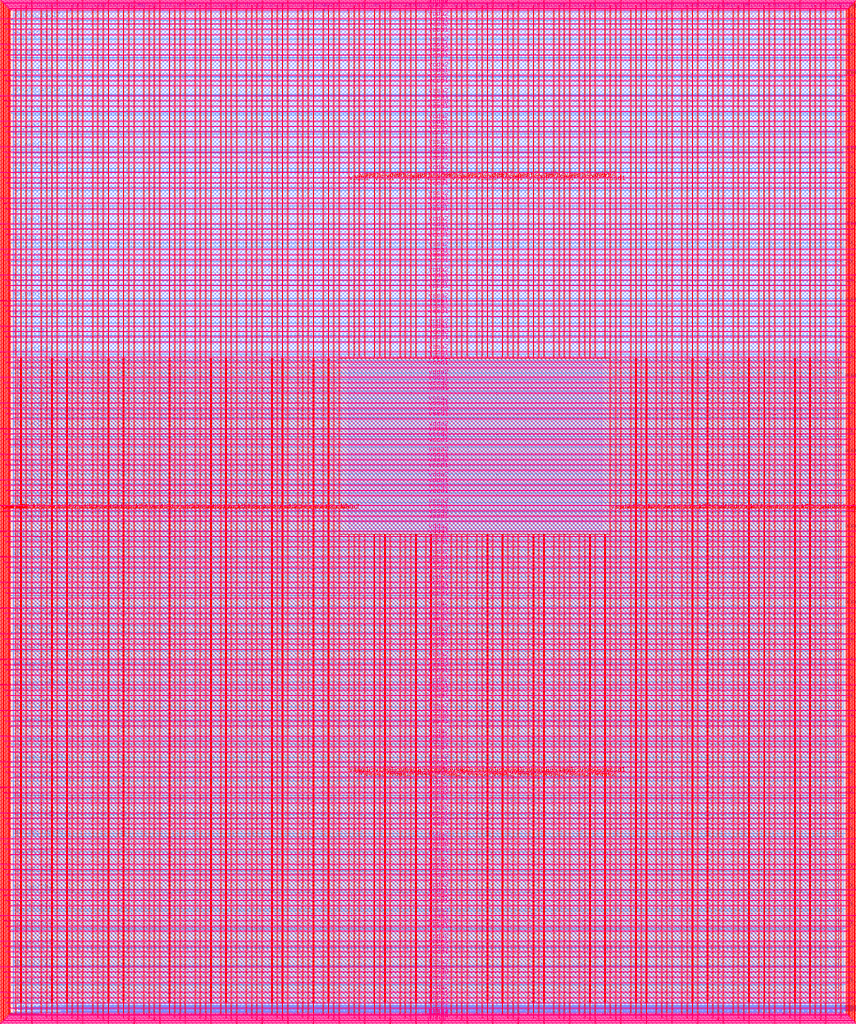
<source format=lef>
VERSION 5.7 ;
  NOWIREEXTENSIONATPIN ON ;
  DIVIDERCHAR "/" ;
  BUSBITCHARS "[]" ;
MACRO user_project_wrapper
  CLASS BLOCK ;
  FOREIGN user_project_wrapper ;
  ORIGIN 0.000 0.000 ;
  SIZE 2920.000 BY 3520.000 ;
  PIN analog_io[0]
    DIRECTION INOUT ;
    USE SIGNAL ;
    PORT
      LAYER met3 ;
        RECT 2917.600 1426.380 2924.800 1427.580 ;
    END
  END analog_io[0]
  PIN analog_io[10]
    DIRECTION INOUT ;
    USE SIGNAL ;
    PORT
      LAYER met2 ;
        RECT 2230.490 3517.600 2231.050 3524.800 ;
    END
  END analog_io[10]
  PIN analog_io[11]
    DIRECTION INOUT ;
    USE SIGNAL ;
    PORT
      LAYER met2 ;
        RECT 1905.730 3517.600 1906.290 3524.800 ;
    END
  END analog_io[11]
  PIN analog_io[12]
    DIRECTION INOUT ;
    USE SIGNAL ;
    PORT
      LAYER met2 ;
        RECT 1581.430 3517.600 1581.990 3524.800 ;
    END
  END analog_io[12]
  PIN analog_io[13]
    DIRECTION INOUT ;
    USE SIGNAL ;
    PORT
      LAYER met2 ;
        RECT 1257.130 3517.600 1257.690 3524.800 ;
    END
  END analog_io[13]
  PIN analog_io[14]
    DIRECTION INOUT ;
    USE SIGNAL ;
    PORT
      LAYER met2 ;
        RECT 932.370 3517.600 932.930 3524.800 ;
    END
  END analog_io[14]
  PIN analog_io[15]
    DIRECTION INOUT ;
    USE SIGNAL ;
    PORT
      LAYER met2 ;
        RECT 608.070 3517.600 608.630 3524.800 ;
    END
  END analog_io[15]
  PIN analog_io[16]
    DIRECTION INOUT ;
    USE SIGNAL ;
    PORT
      LAYER met2 ;
        RECT 283.770 3517.600 284.330 3524.800 ;
    END
  END analog_io[16]
  PIN analog_io[17]
    DIRECTION INOUT ;
    USE SIGNAL ;
    PORT
      LAYER met3 ;
        RECT -4.800 3486.100 2.400 3487.300 ;
    END
  END analog_io[17]
  PIN analog_io[18]
    DIRECTION INOUT ;
    USE SIGNAL ;
    PORT
      LAYER met3 ;
        RECT -4.800 3224.980 2.400 3226.180 ;
    END
  END analog_io[18]
  PIN analog_io[19]
    DIRECTION INOUT ;
    USE SIGNAL ;
    PORT
      LAYER met3 ;
        RECT -4.800 2964.540 2.400 2965.740 ;
    END
  END analog_io[19]
  PIN analog_io[1]
    DIRECTION INOUT ;
    USE SIGNAL ;
    PORT
      LAYER met3 ;
        RECT 2917.600 1692.260 2924.800 1693.460 ;
    END
  END analog_io[1]
  PIN analog_io[20]
    DIRECTION INOUT ;
    USE SIGNAL ;
    PORT
      LAYER met3 ;
        RECT -4.800 2703.420 2.400 2704.620 ;
    END
  END analog_io[20]
  PIN analog_io[21]
    DIRECTION INOUT ;
    USE SIGNAL ;
    PORT
      LAYER met3 ;
        RECT -4.800 2442.980 2.400 2444.180 ;
    END
  END analog_io[21]
  PIN analog_io[22]
    DIRECTION INOUT ;
    USE SIGNAL ;
    PORT
      LAYER met3 ;
        RECT -4.800 2182.540 2.400 2183.740 ;
    END
  END analog_io[22]
  PIN analog_io[23]
    DIRECTION INOUT ;
    USE SIGNAL ;
    PORT
      LAYER met3 ;
        RECT -4.800 1921.420 2.400 1922.620 ;
    END
  END analog_io[23]
  PIN analog_io[24]
    DIRECTION INOUT ;
    USE SIGNAL ;
    PORT
      LAYER met3 ;
        RECT -4.800 1660.980 2.400 1662.180 ;
    END
  END analog_io[24]
  PIN analog_io[25]
    DIRECTION INOUT ;
    USE SIGNAL ;
    PORT
      LAYER met3 ;
        RECT -4.800 1399.860 2.400 1401.060 ;
    END
  END analog_io[25]
  PIN analog_io[26]
    DIRECTION INOUT ;
    USE SIGNAL ;
    PORT
      LAYER met3 ;
        RECT -4.800 1139.420 2.400 1140.620 ;
    END
  END analog_io[26]
  PIN analog_io[27]
    DIRECTION INOUT ;
    USE SIGNAL ;
    PORT
      LAYER met3 ;
        RECT -4.800 878.980 2.400 880.180 ;
    END
  END analog_io[27]
  PIN analog_io[28]
    DIRECTION INOUT ;
    USE SIGNAL ;
    PORT
      LAYER met3 ;
        RECT -4.800 617.860 2.400 619.060 ;
    END
  END analog_io[28]
  PIN analog_io[2]
    DIRECTION INOUT ;
    USE SIGNAL ;
    PORT
      LAYER met3 ;
        RECT 2917.600 1958.140 2924.800 1959.340 ;
    END
  END analog_io[2]
  PIN analog_io[3]
    DIRECTION INOUT ;
    USE SIGNAL ;
    PORT
      LAYER met3 ;
        RECT 2917.600 2223.340 2924.800 2224.540 ;
    END
  END analog_io[3]
  PIN analog_io[4]
    DIRECTION INOUT ;
    USE SIGNAL ;
    PORT
      LAYER met3 ;
        RECT 2917.600 2489.220 2924.800 2490.420 ;
    END
  END analog_io[4]
  PIN analog_io[5]
    DIRECTION INOUT ;
    USE SIGNAL ;
    PORT
      LAYER met3 ;
        RECT 2917.600 2755.100 2924.800 2756.300 ;
    END
  END analog_io[5]
  PIN analog_io[6]
    DIRECTION INOUT ;
    USE SIGNAL ;
    PORT
      LAYER met3 ;
        RECT 2917.600 3020.300 2924.800 3021.500 ;
    END
  END analog_io[6]
  PIN analog_io[7]
    DIRECTION INOUT ;
    USE SIGNAL ;
    PORT
      LAYER met3 ;
        RECT 2917.600 3286.180 2924.800 3287.380 ;
    END
  END analog_io[7]
  PIN analog_io[8]
    DIRECTION INOUT ;
    USE SIGNAL ;
    PORT
      LAYER met2 ;
        RECT 2879.090 3517.600 2879.650 3524.800 ;
    END
  END analog_io[8]
  PIN analog_io[9]
    DIRECTION INOUT ;
    USE SIGNAL ;
    PORT
      LAYER met2 ;
        RECT 2554.790 3517.600 2555.350 3524.800 ;
    END
  END analog_io[9]
  PIN io_in[0]
    DIRECTION INPUT ;
    USE SIGNAL ;
    PORT
      LAYER met3 ;
        RECT 2917.600 32.380 2924.800 33.580 ;
    END
  END io_in[0]
  PIN io_in[10]
    DIRECTION INPUT ;
    USE SIGNAL ;
    PORT
      LAYER met3 ;
        RECT 2917.600 2289.980 2924.800 2291.180 ;
    END
  END io_in[10]
  PIN io_in[11]
    DIRECTION INPUT ;
    USE SIGNAL ;
    PORT
      LAYER met3 ;
        RECT 2917.600 2555.860 2924.800 2557.060 ;
    END
  END io_in[11]
  PIN io_in[12]
    DIRECTION INPUT ;
    USE SIGNAL ;
    PORT
      LAYER met3 ;
        RECT 2917.600 2821.060 2924.800 2822.260 ;
    END
  END io_in[12]
  PIN io_in[13]
    DIRECTION INPUT ;
    USE SIGNAL ;
    PORT
      LAYER met3 ;
        RECT 2917.600 3086.940 2924.800 3088.140 ;
    END
  END io_in[13]
  PIN io_in[14]
    DIRECTION INPUT ;
    USE SIGNAL ;
    PORT
      LAYER met3 ;
        RECT 2917.600 3352.820 2924.800 3354.020 ;
    END
  END io_in[14]
  PIN io_in[15]
    DIRECTION INPUT ;
    USE SIGNAL ;
    PORT
      LAYER met2 ;
        RECT 2798.130 3517.600 2798.690 3524.800 ;
    END
  END io_in[15]
  PIN io_in[16]
    DIRECTION INPUT ;
    USE SIGNAL ;
    PORT
      LAYER met2 ;
        RECT 2473.830 3517.600 2474.390 3524.800 ;
    END
  END io_in[16]
  PIN io_in[17]
    DIRECTION INPUT ;
    USE SIGNAL ;
    PORT
      LAYER met2 ;
        RECT 2149.070 3517.600 2149.630 3524.800 ;
    END
  END io_in[17]
  PIN io_in[18]
    DIRECTION INPUT ;
    USE SIGNAL ;
    PORT
      LAYER met2 ;
        RECT 1824.770 3517.600 1825.330 3524.800 ;
    END
  END io_in[18]
  PIN io_in[19]
    DIRECTION INPUT ;
    USE SIGNAL ;
    PORT
      LAYER met2 ;
        RECT 1500.470 3517.600 1501.030 3524.800 ;
    END
  END io_in[19]
  PIN io_in[1]
    DIRECTION INPUT ;
    USE SIGNAL ;
    PORT
      LAYER met3 ;
        RECT 2917.600 230.940 2924.800 232.140 ;
    END
  END io_in[1]
  PIN io_in[20]
    DIRECTION INPUT ;
    USE SIGNAL ;
    PORT
      LAYER met2 ;
        RECT 1175.710 3517.600 1176.270 3524.800 ;
    END
  END io_in[20]
  PIN io_in[21]
    DIRECTION INPUT ;
    USE SIGNAL ;
    PORT
      LAYER met2 ;
        RECT 851.410 3517.600 851.970 3524.800 ;
    END
  END io_in[21]
  PIN io_in[22]
    DIRECTION INPUT ;
    USE SIGNAL ;
    PORT
      LAYER met2 ;
        RECT 527.110 3517.600 527.670 3524.800 ;
    END
  END io_in[22]
  PIN io_in[23]
    DIRECTION INPUT ;
    USE SIGNAL ;
    PORT
      LAYER met2 ;
        RECT 202.350 3517.600 202.910 3524.800 ;
    END
  END io_in[23]
  PIN io_in[24]
    DIRECTION INPUT ;
    USE SIGNAL ;
    PORT
      LAYER met3 ;
        RECT -4.800 3420.820 2.400 3422.020 ;
    END
  END io_in[24]
  PIN io_in[25]
    DIRECTION INPUT ;
    USE SIGNAL ;
    PORT
      LAYER met3 ;
        RECT -4.800 3159.700 2.400 3160.900 ;
    END
  END io_in[25]
  PIN io_in[26]
    DIRECTION INPUT ;
    USE SIGNAL ;
    PORT
      LAYER met3 ;
        RECT -4.800 2899.260 2.400 2900.460 ;
    END
  END io_in[26]
  PIN io_in[27]
    DIRECTION INPUT ;
    USE SIGNAL ;
    PORT
      LAYER met3 ;
        RECT -4.800 2638.820 2.400 2640.020 ;
    END
  END io_in[27]
  PIN io_in[28]
    DIRECTION INPUT ;
    USE SIGNAL ;
    PORT
      LAYER met3 ;
        RECT -4.800 2377.700 2.400 2378.900 ;
    END
  END io_in[28]
  PIN io_in[29]
    DIRECTION INPUT ;
    USE SIGNAL ;
    PORT
      LAYER met3 ;
        RECT -4.800 2117.260 2.400 2118.460 ;
    END
  END io_in[29]
  PIN io_in[2]
    DIRECTION INPUT ;
    USE SIGNAL ;
    PORT
      LAYER met3 ;
        RECT 2917.600 430.180 2924.800 431.380 ;
    END
  END io_in[2]
  PIN io_in[30]
    DIRECTION INPUT ;
    USE SIGNAL ;
    PORT
      LAYER met3 ;
        RECT -4.800 1856.140 2.400 1857.340 ;
    END
  END io_in[30]
  PIN io_in[31]
    DIRECTION INPUT ;
    USE SIGNAL ;
    PORT
      LAYER met3 ;
        RECT -4.800 1595.700 2.400 1596.900 ;
    END
  END io_in[31]
  PIN io_in[32]
    DIRECTION INPUT ;
    USE SIGNAL ;
    PORT
      LAYER met3 ;
        RECT -4.800 1335.260 2.400 1336.460 ;
    END
  END io_in[32]
  PIN io_in[33]
    DIRECTION INPUT ;
    USE SIGNAL ;
    PORT
      LAYER met3 ;
        RECT -4.800 1074.140 2.400 1075.340 ;
    END
  END io_in[33]
  PIN io_in[34]
    DIRECTION INPUT ;
    USE SIGNAL ;
    PORT
      LAYER met3 ;
        RECT -4.800 813.700 2.400 814.900 ;
    END
  END io_in[34]
  PIN io_in[35]
    DIRECTION INPUT ;
    USE SIGNAL ;
    PORT
      LAYER met3 ;
        RECT -4.800 552.580 2.400 553.780 ;
    END
  END io_in[35]
  PIN io_in[36]
    DIRECTION INPUT ;
    USE SIGNAL ;
    PORT
      LAYER met3 ;
        RECT -4.800 357.420 2.400 358.620 ;
    END
  END io_in[36]
  PIN io_in[37]
    DIRECTION INPUT ;
    USE SIGNAL ;
    PORT
      LAYER met3 ;
        RECT -4.800 161.580 2.400 162.780 ;
    END
  END io_in[37]
  PIN io_in[3]
    DIRECTION INPUT ;
    USE SIGNAL ;
    PORT
      LAYER met3 ;
        RECT 2917.600 629.420 2924.800 630.620 ;
    END
  END io_in[3]
  PIN io_in[4]
    DIRECTION INPUT ;
    USE SIGNAL ;
    PORT
      LAYER met3 ;
        RECT 2917.600 828.660 2924.800 829.860 ;
    END
  END io_in[4]
  PIN io_in[5]
    DIRECTION INPUT ;
    USE SIGNAL ;
    PORT
      LAYER met3 ;
        RECT 2917.600 1027.900 2924.800 1029.100 ;
    END
  END io_in[5]
  PIN io_in[6]
    DIRECTION INPUT ;
    USE SIGNAL ;
    PORT
      LAYER met3 ;
        RECT 2917.600 1227.140 2924.800 1228.340 ;
    END
  END io_in[6]
  PIN io_in[7]
    DIRECTION INPUT ;
    USE SIGNAL ;
    PORT
      LAYER met3 ;
        RECT 2917.600 1493.020 2924.800 1494.220 ;
    END
  END io_in[7]
  PIN io_in[8]
    DIRECTION INPUT ;
    USE SIGNAL ;
    PORT
      LAYER met3 ;
        RECT 2917.600 1758.900 2924.800 1760.100 ;
    END
  END io_in[8]
  PIN io_in[9]
    DIRECTION INPUT ;
    USE SIGNAL ;
    PORT
      LAYER met3 ;
        RECT 2917.600 2024.100 2924.800 2025.300 ;
    END
  END io_in[9]
  PIN io_oeb[0]
    DIRECTION OUTPUT TRISTATE ;
    USE SIGNAL ;
    PORT
      LAYER met3 ;
        RECT 2917.600 164.980 2924.800 166.180 ;
    END
  END io_oeb[0]
  PIN io_oeb[10]
    DIRECTION OUTPUT TRISTATE ;
    USE SIGNAL ;
    PORT
      LAYER met3 ;
        RECT 2917.600 2422.580 2924.800 2423.780 ;
    END
  END io_oeb[10]
  PIN io_oeb[11]
    DIRECTION OUTPUT TRISTATE ;
    USE SIGNAL ;
    PORT
      LAYER met3 ;
        RECT 2917.600 2688.460 2924.800 2689.660 ;
    END
  END io_oeb[11]
  PIN io_oeb[12]
    DIRECTION OUTPUT TRISTATE ;
    USE SIGNAL ;
    PORT
      LAYER met3 ;
        RECT 2917.600 2954.340 2924.800 2955.540 ;
    END
  END io_oeb[12]
  PIN io_oeb[13]
    DIRECTION OUTPUT TRISTATE ;
    USE SIGNAL ;
    PORT
      LAYER met3 ;
        RECT 2917.600 3219.540 2924.800 3220.740 ;
    END
  END io_oeb[13]
  PIN io_oeb[14]
    DIRECTION OUTPUT TRISTATE ;
    USE SIGNAL ;
    PORT
      LAYER met3 ;
        RECT 2917.600 3485.420 2924.800 3486.620 ;
    END
  END io_oeb[14]
  PIN io_oeb[15]
    DIRECTION OUTPUT TRISTATE ;
    USE SIGNAL ;
    PORT
      LAYER met2 ;
        RECT 2635.750 3517.600 2636.310 3524.800 ;
    END
  END io_oeb[15]
  PIN io_oeb[16]
    DIRECTION OUTPUT TRISTATE ;
    USE SIGNAL ;
    PORT
      LAYER met2 ;
        RECT 2311.450 3517.600 2312.010 3524.800 ;
    END
  END io_oeb[16]
  PIN io_oeb[17]
    DIRECTION OUTPUT TRISTATE ;
    USE SIGNAL ;
    PORT
      LAYER met2 ;
        RECT 1987.150 3517.600 1987.710 3524.800 ;
    END
  END io_oeb[17]
  PIN io_oeb[18]
    DIRECTION OUTPUT TRISTATE ;
    USE SIGNAL ;
    PORT
      LAYER met2 ;
        RECT 1662.390 3517.600 1662.950 3524.800 ;
    END
  END io_oeb[18]
  PIN io_oeb[19]
    DIRECTION OUTPUT TRISTATE ;
    USE SIGNAL ;
    PORT
      LAYER met2 ;
        RECT 1338.090 3517.600 1338.650 3524.800 ;
    END
  END io_oeb[19]
  PIN io_oeb[1]
    DIRECTION OUTPUT TRISTATE ;
    USE SIGNAL ;
    PORT
      LAYER met3 ;
        RECT 2917.600 364.220 2924.800 365.420 ;
    END
  END io_oeb[1]
  PIN io_oeb[20]
    DIRECTION OUTPUT TRISTATE ;
    USE SIGNAL ;
    PORT
      LAYER met2 ;
        RECT 1013.790 3517.600 1014.350 3524.800 ;
    END
  END io_oeb[20]
  PIN io_oeb[21]
    DIRECTION OUTPUT TRISTATE ;
    USE SIGNAL ;
    PORT
      LAYER met2 ;
        RECT 689.030 3517.600 689.590 3524.800 ;
    END
  END io_oeb[21]
  PIN io_oeb[22]
    DIRECTION OUTPUT TRISTATE ;
    USE SIGNAL ;
    PORT
      LAYER met2 ;
        RECT 364.730 3517.600 365.290 3524.800 ;
    END
  END io_oeb[22]
  PIN io_oeb[23]
    DIRECTION OUTPUT TRISTATE ;
    USE SIGNAL ;
    PORT
      LAYER met2 ;
        RECT 40.430 3517.600 40.990 3524.800 ;
    END
  END io_oeb[23]
  PIN io_oeb[24]
    DIRECTION OUTPUT TRISTATE ;
    USE SIGNAL ;
    PORT
      LAYER met3 ;
        RECT -4.800 3290.260 2.400 3291.460 ;
    END
  END io_oeb[24]
  PIN io_oeb[25]
    DIRECTION OUTPUT TRISTATE ;
    USE SIGNAL ;
    PORT
      LAYER met3 ;
        RECT -4.800 3029.820 2.400 3031.020 ;
    END
  END io_oeb[25]
  PIN io_oeb[26]
    DIRECTION OUTPUT TRISTATE ;
    USE SIGNAL ;
    PORT
      LAYER met3 ;
        RECT -4.800 2768.700 2.400 2769.900 ;
    END
  END io_oeb[26]
  PIN io_oeb[27]
    DIRECTION OUTPUT TRISTATE ;
    USE SIGNAL ;
    PORT
      LAYER met3 ;
        RECT -4.800 2508.260 2.400 2509.460 ;
    END
  END io_oeb[27]
  PIN io_oeb[28]
    DIRECTION OUTPUT TRISTATE ;
    USE SIGNAL ;
    PORT
      LAYER met3 ;
        RECT -4.800 2247.140 2.400 2248.340 ;
    END
  END io_oeb[28]
  PIN io_oeb[29]
    DIRECTION OUTPUT TRISTATE ;
    USE SIGNAL ;
    PORT
      LAYER met3 ;
        RECT -4.800 1986.700 2.400 1987.900 ;
    END
  END io_oeb[29]
  PIN io_oeb[2]
    DIRECTION OUTPUT TRISTATE ;
    USE SIGNAL ;
    PORT
      LAYER met3 ;
        RECT 2917.600 563.460 2924.800 564.660 ;
    END
  END io_oeb[2]
  PIN io_oeb[30]
    DIRECTION OUTPUT TRISTATE ;
    USE SIGNAL ;
    PORT
      LAYER met3 ;
        RECT -4.800 1726.260 2.400 1727.460 ;
    END
  END io_oeb[30]
  PIN io_oeb[31]
    DIRECTION OUTPUT TRISTATE ;
    USE SIGNAL ;
    PORT
      LAYER met3 ;
        RECT -4.800 1465.140 2.400 1466.340 ;
    END
  END io_oeb[31]
  PIN io_oeb[32]
    DIRECTION OUTPUT TRISTATE ;
    USE SIGNAL ;
    PORT
      LAYER met3 ;
        RECT -4.800 1204.700 2.400 1205.900 ;
    END
  END io_oeb[32]
  PIN io_oeb[33]
    DIRECTION OUTPUT TRISTATE ;
    USE SIGNAL ;
    PORT
      LAYER met3 ;
        RECT -4.800 943.580 2.400 944.780 ;
    END
  END io_oeb[33]
  PIN io_oeb[34]
    DIRECTION OUTPUT TRISTATE ;
    USE SIGNAL ;
    PORT
      LAYER met3 ;
        RECT -4.800 683.140 2.400 684.340 ;
    END
  END io_oeb[34]
  PIN io_oeb[35]
    DIRECTION OUTPUT TRISTATE ;
    USE SIGNAL ;
    PORT
      LAYER met3 ;
        RECT -4.800 422.700 2.400 423.900 ;
    END
  END io_oeb[35]
  PIN io_oeb[36]
    DIRECTION OUTPUT TRISTATE ;
    USE SIGNAL ;
    PORT
      LAYER met3 ;
        RECT -4.800 226.860 2.400 228.060 ;
    END
  END io_oeb[36]
  PIN io_oeb[37]
    DIRECTION OUTPUT TRISTATE ;
    USE SIGNAL ;
    PORT
      LAYER met3 ;
        RECT -4.800 31.700 2.400 32.900 ;
    END
  END io_oeb[37]
  PIN io_oeb[3]
    DIRECTION OUTPUT TRISTATE ;
    USE SIGNAL ;
    PORT
      LAYER met3 ;
        RECT 2917.600 762.700 2924.800 763.900 ;
    END
  END io_oeb[3]
  PIN io_oeb[4]
    DIRECTION OUTPUT TRISTATE ;
    USE SIGNAL ;
    PORT
      LAYER met3 ;
        RECT 2917.600 961.940 2924.800 963.140 ;
    END
  END io_oeb[4]
  PIN io_oeb[5]
    DIRECTION OUTPUT TRISTATE ;
    USE SIGNAL ;
    PORT
      LAYER met3 ;
        RECT 2917.600 1161.180 2924.800 1162.380 ;
    END
  END io_oeb[5]
  PIN io_oeb[6]
    DIRECTION OUTPUT TRISTATE ;
    USE SIGNAL ;
    PORT
      LAYER met3 ;
        RECT 2917.600 1360.420 2924.800 1361.620 ;
    END
  END io_oeb[6]
  PIN io_oeb[7]
    DIRECTION OUTPUT TRISTATE ;
    USE SIGNAL ;
    PORT
      LAYER met3 ;
        RECT 2917.600 1625.620 2924.800 1626.820 ;
    END
  END io_oeb[7]
  PIN io_oeb[8]
    DIRECTION OUTPUT TRISTATE ;
    USE SIGNAL ;
    PORT
      LAYER met3 ;
        RECT 2917.600 1891.500 2924.800 1892.700 ;
    END
  END io_oeb[8]
  PIN io_oeb[9]
    DIRECTION OUTPUT TRISTATE ;
    USE SIGNAL ;
    PORT
      LAYER met3 ;
        RECT 2917.600 2157.380 2924.800 2158.580 ;
    END
  END io_oeb[9]
  PIN io_out[0]
    DIRECTION OUTPUT TRISTATE ;
    USE SIGNAL ;
    PORT
      LAYER met3 ;
        RECT 2917.600 98.340 2924.800 99.540 ;
    END
  END io_out[0]
  PIN io_out[10]
    DIRECTION OUTPUT TRISTATE ;
    USE SIGNAL ;
    PORT
      LAYER met3 ;
        RECT 2917.600 2356.620 2924.800 2357.820 ;
    END
  END io_out[10]
  PIN io_out[11]
    DIRECTION OUTPUT TRISTATE ;
    USE SIGNAL ;
    PORT
      LAYER met3 ;
        RECT 2917.600 2621.820 2924.800 2623.020 ;
    END
  END io_out[11]
  PIN io_out[12]
    DIRECTION OUTPUT TRISTATE ;
    USE SIGNAL ;
    PORT
      LAYER met3 ;
        RECT 2917.600 2887.700 2924.800 2888.900 ;
    END
  END io_out[12]
  PIN io_out[13]
    DIRECTION OUTPUT TRISTATE ;
    USE SIGNAL ;
    PORT
      LAYER met3 ;
        RECT 2917.600 3153.580 2924.800 3154.780 ;
    END
  END io_out[13]
  PIN io_out[14]
    DIRECTION OUTPUT TRISTATE ;
    USE SIGNAL ;
    PORT
      LAYER met3 ;
        RECT 2917.600 3418.780 2924.800 3419.980 ;
    END
  END io_out[14]
  PIN io_out[15]
    DIRECTION OUTPUT TRISTATE ;
    USE SIGNAL ;
    PORT
      LAYER met2 ;
        RECT 2717.170 3517.600 2717.730 3524.800 ;
    END
  END io_out[15]
  PIN io_out[16]
    DIRECTION OUTPUT TRISTATE ;
    USE SIGNAL ;
    PORT
      LAYER met2 ;
        RECT 2392.410 3517.600 2392.970 3524.800 ;
    END
  END io_out[16]
  PIN io_out[17]
    DIRECTION OUTPUT TRISTATE ;
    USE SIGNAL ;
    PORT
      LAYER met2 ;
        RECT 2068.110 3517.600 2068.670 3524.800 ;
    END
  END io_out[17]
  PIN io_out[18]
    DIRECTION OUTPUT TRISTATE ;
    USE SIGNAL ;
    PORT
      LAYER met2 ;
        RECT 1743.810 3517.600 1744.370 3524.800 ;
    END
  END io_out[18]
  PIN io_out[19]
    DIRECTION OUTPUT TRISTATE ;
    USE SIGNAL ;
    PORT
      LAYER met2 ;
        RECT 1419.050 3517.600 1419.610 3524.800 ;
    END
  END io_out[19]
  PIN io_out[1]
    DIRECTION OUTPUT TRISTATE ;
    USE SIGNAL ;
    PORT
      LAYER met3 ;
        RECT 2917.600 297.580 2924.800 298.780 ;
    END
  END io_out[1]
  PIN io_out[20]
    DIRECTION OUTPUT TRISTATE ;
    USE SIGNAL ;
    PORT
      LAYER met2 ;
        RECT 1094.750 3517.600 1095.310 3524.800 ;
    END
  END io_out[20]
  PIN io_out[21]
    DIRECTION OUTPUT TRISTATE ;
    USE SIGNAL ;
    PORT
      LAYER met2 ;
        RECT 770.450 3517.600 771.010 3524.800 ;
    END
  END io_out[21]
  PIN io_out[22]
    DIRECTION OUTPUT TRISTATE ;
    USE SIGNAL ;
    PORT
      LAYER met2 ;
        RECT 445.690 3517.600 446.250 3524.800 ;
    END
  END io_out[22]
  PIN io_out[23]
    DIRECTION OUTPUT TRISTATE ;
    USE SIGNAL ;
    PORT
      LAYER met2 ;
        RECT 121.390 3517.600 121.950 3524.800 ;
    END
  END io_out[23]
  PIN io_out[24]
    DIRECTION OUTPUT TRISTATE ;
    USE SIGNAL ;
    PORT
      LAYER met3 ;
        RECT -4.800 3355.540 2.400 3356.740 ;
    END
  END io_out[24]
  PIN io_out[25]
    DIRECTION OUTPUT TRISTATE ;
    USE SIGNAL ;
    PORT
      LAYER met3 ;
        RECT -4.800 3095.100 2.400 3096.300 ;
    END
  END io_out[25]
  PIN io_out[26]
    DIRECTION OUTPUT TRISTATE ;
    USE SIGNAL ;
    PORT
      LAYER met3 ;
        RECT -4.800 2833.980 2.400 2835.180 ;
    END
  END io_out[26]
  PIN io_out[27]
    DIRECTION OUTPUT TRISTATE ;
    USE SIGNAL ;
    PORT
      LAYER met3 ;
        RECT -4.800 2573.540 2.400 2574.740 ;
    END
  END io_out[27]
  PIN io_out[28]
    DIRECTION OUTPUT TRISTATE ;
    USE SIGNAL ;
    PORT
      LAYER met3 ;
        RECT -4.800 2312.420 2.400 2313.620 ;
    END
  END io_out[28]
  PIN io_out[29]
    DIRECTION OUTPUT TRISTATE ;
    USE SIGNAL ;
    PORT
      LAYER met3 ;
        RECT -4.800 2051.980 2.400 2053.180 ;
    END
  END io_out[29]
  PIN io_out[2]
    DIRECTION OUTPUT TRISTATE ;
    USE SIGNAL ;
    PORT
      LAYER met3 ;
        RECT 2917.600 496.820 2924.800 498.020 ;
    END
  END io_out[2]
  PIN io_out[30]
    DIRECTION OUTPUT TRISTATE ;
    USE SIGNAL ;
    PORT
      LAYER met3 ;
        RECT -4.800 1791.540 2.400 1792.740 ;
    END
  END io_out[30]
  PIN io_out[31]
    DIRECTION OUTPUT TRISTATE ;
    USE SIGNAL ;
    PORT
      LAYER met3 ;
        RECT -4.800 1530.420 2.400 1531.620 ;
    END
  END io_out[31]
  PIN io_out[32]
    DIRECTION OUTPUT TRISTATE ;
    USE SIGNAL ;
    PORT
      LAYER met3 ;
        RECT -4.800 1269.980 2.400 1271.180 ;
    END
  END io_out[32]
  PIN io_out[33]
    DIRECTION OUTPUT TRISTATE ;
    USE SIGNAL ;
    PORT
      LAYER met3 ;
        RECT -4.800 1008.860 2.400 1010.060 ;
    END
  END io_out[33]
  PIN io_out[34]
    DIRECTION OUTPUT TRISTATE ;
    USE SIGNAL ;
    PORT
      LAYER met3 ;
        RECT -4.800 748.420 2.400 749.620 ;
    END
  END io_out[34]
  PIN io_out[35]
    DIRECTION OUTPUT TRISTATE ;
    USE SIGNAL ;
    PORT
      LAYER met3 ;
        RECT -4.800 487.300 2.400 488.500 ;
    END
  END io_out[35]
  PIN io_out[36]
    DIRECTION OUTPUT TRISTATE ;
    USE SIGNAL ;
    PORT
      LAYER met3 ;
        RECT -4.800 292.140 2.400 293.340 ;
    END
  END io_out[36]
  PIN io_out[37]
    DIRECTION OUTPUT TRISTATE ;
    USE SIGNAL ;
    PORT
      LAYER met3 ;
        RECT -4.800 96.300 2.400 97.500 ;
    END
  END io_out[37]
  PIN io_out[3]
    DIRECTION OUTPUT TRISTATE ;
    USE SIGNAL ;
    PORT
      LAYER met3 ;
        RECT 2917.600 696.060 2924.800 697.260 ;
    END
  END io_out[3]
  PIN io_out[4]
    DIRECTION OUTPUT TRISTATE ;
    USE SIGNAL ;
    PORT
      LAYER met3 ;
        RECT 2917.600 895.300 2924.800 896.500 ;
    END
  END io_out[4]
  PIN io_out[5]
    DIRECTION OUTPUT TRISTATE ;
    USE SIGNAL ;
    PORT
      LAYER met3 ;
        RECT 2917.600 1094.540 2924.800 1095.740 ;
    END
  END io_out[5]
  PIN io_out[6]
    DIRECTION OUTPUT TRISTATE ;
    USE SIGNAL ;
    PORT
      LAYER met3 ;
        RECT 2917.600 1293.780 2924.800 1294.980 ;
    END
  END io_out[6]
  PIN io_out[7]
    DIRECTION OUTPUT TRISTATE ;
    USE SIGNAL ;
    PORT
      LAYER met3 ;
        RECT 2917.600 1559.660 2924.800 1560.860 ;
    END
  END io_out[7]
  PIN io_out[8]
    DIRECTION OUTPUT TRISTATE ;
    USE SIGNAL ;
    PORT
      LAYER met3 ;
        RECT 2917.600 1824.860 2924.800 1826.060 ;
    END
  END io_out[8]
  PIN io_out[9]
    DIRECTION OUTPUT TRISTATE ;
    USE SIGNAL ;
    PORT
      LAYER met3 ;
        RECT 2917.600 2090.740 2924.800 2091.940 ;
    END
  END io_out[9]
  PIN la_data_in[0]
    DIRECTION INPUT ;
    USE SIGNAL ;
    PORT
      LAYER met2 ;
        RECT 629.230 -4.800 629.790 2.400 ;
    END
  END la_data_in[0]
  PIN la_data_in[100]
    DIRECTION INPUT ;
    USE SIGNAL ;
    PORT
      LAYER met2 ;
        RECT 2402.530 -4.800 2403.090 2.400 ;
    END
  END la_data_in[100]
  PIN la_data_in[101]
    DIRECTION INPUT ;
    USE SIGNAL ;
    PORT
      LAYER met2 ;
        RECT 2420.010 -4.800 2420.570 2.400 ;
    END
  END la_data_in[101]
  PIN la_data_in[102]
    DIRECTION INPUT ;
    USE SIGNAL ;
    PORT
      LAYER met2 ;
        RECT 2437.950 -4.800 2438.510 2.400 ;
    END
  END la_data_in[102]
  PIN la_data_in[103]
    DIRECTION INPUT ;
    USE SIGNAL ;
    PORT
      LAYER met2 ;
        RECT 2455.430 -4.800 2455.990 2.400 ;
    END
  END la_data_in[103]
  PIN la_data_in[104]
    DIRECTION INPUT ;
    USE SIGNAL ;
    PORT
      LAYER met2 ;
        RECT 2473.370 -4.800 2473.930 2.400 ;
    END
  END la_data_in[104]
  PIN la_data_in[105]
    DIRECTION INPUT ;
    USE SIGNAL ;
    PORT
      LAYER met2 ;
        RECT 2490.850 -4.800 2491.410 2.400 ;
    END
  END la_data_in[105]
  PIN la_data_in[106]
    DIRECTION INPUT ;
    USE SIGNAL ;
    PORT
      LAYER met2 ;
        RECT 2508.790 -4.800 2509.350 2.400 ;
    END
  END la_data_in[106]
  PIN la_data_in[107]
    DIRECTION INPUT ;
    USE SIGNAL ;
    PORT
      LAYER met2 ;
        RECT 2526.730 -4.800 2527.290 2.400 ;
    END
  END la_data_in[107]
  PIN la_data_in[108]
    DIRECTION INPUT ;
    USE SIGNAL ;
    PORT
      LAYER met2 ;
        RECT 2544.210 -4.800 2544.770 2.400 ;
    END
  END la_data_in[108]
  PIN la_data_in[109]
    DIRECTION INPUT ;
    USE SIGNAL ;
    PORT
      LAYER met2 ;
        RECT 2562.150 -4.800 2562.710 2.400 ;
    END
  END la_data_in[109]
  PIN la_data_in[10]
    DIRECTION INPUT ;
    USE SIGNAL ;
    PORT
      LAYER met2 ;
        RECT 806.330 -4.800 806.890 2.400 ;
    END
  END la_data_in[10]
  PIN la_data_in[110]
    DIRECTION INPUT ;
    USE SIGNAL ;
    PORT
      LAYER met2 ;
        RECT 2579.630 -4.800 2580.190 2.400 ;
    END
  END la_data_in[110]
  PIN la_data_in[111]
    DIRECTION INPUT ;
    USE SIGNAL ;
    PORT
      LAYER met2 ;
        RECT 2597.570 -4.800 2598.130 2.400 ;
    END
  END la_data_in[111]
  PIN la_data_in[112]
    DIRECTION INPUT ;
    USE SIGNAL ;
    PORT
      LAYER met2 ;
        RECT 2615.050 -4.800 2615.610 2.400 ;
    END
  END la_data_in[112]
  PIN la_data_in[113]
    DIRECTION INPUT ;
    USE SIGNAL ;
    PORT
      LAYER met2 ;
        RECT 2632.990 -4.800 2633.550 2.400 ;
    END
  END la_data_in[113]
  PIN la_data_in[114]
    DIRECTION INPUT ;
    USE SIGNAL ;
    PORT
      LAYER met2 ;
        RECT 2650.470 -4.800 2651.030 2.400 ;
    END
  END la_data_in[114]
  PIN la_data_in[115]
    DIRECTION INPUT ;
    USE SIGNAL ;
    PORT
      LAYER met2 ;
        RECT 2668.410 -4.800 2668.970 2.400 ;
    END
  END la_data_in[115]
  PIN la_data_in[116]
    DIRECTION INPUT ;
    USE SIGNAL ;
    PORT
      LAYER met2 ;
        RECT 2685.890 -4.800 2686.450 2.400 ;
    END
  END la_data_in[116]
  PIN la_data_in[117]
    DIRECTION INPUT ;
    USE SIGNAL ;
    PORT
      LAYER met2 ;
        RECT 2703.830 -4.800 2704.390 2.400 ;
    END
  END la_data_in[117]
  PIN la_data_in[118]
    DIRECTION INPUT ;
    USE SIGNAL ;
    PORT
      LAYER met2 ;
        RECT 2721.770 -4.800 2722.330 2.400 ;
    END
  END la_data_in[118]
  PIN la_data_in[119]
    DIRECTION INPUT ;
    USE SIGNAL ;
    PORT
      LAYER met2 ;
        RECT 2739.250 -4.800 2739.810 2.400 ;
    END
  END la_data_in[119]
  PIN la_data_in[11]
    DIRECTION INPUT ;
    USE SIGNAL ;
    PORT
      LAYER met2 ;
        RECT 824.270 -4.800 824.830 2.400 ;
    END
  END la_data_in[11]
  PIN la_data_in[120]
    DIRECTION INPUT ;
    USE SIGNAL ;
    PORT
      LAYER met2 ;
        RECT 2757.190 -4.800 2757.750 2.400 ;
    END
  END la_data_in[120]
  PIN la_data_in[121]
    DIRECTION INPUT ;
    USE SIGNAL ;
    PORT
      LAYER met2 ;
        RECT 2774.670 -4.800 2775.230 2.400 ;
    END
  END la_data_in[121]
  PIN la_data_in[122]
    DIRECTION INPUT ;
    USE SIGNAL ;
    PORT
      LAYER met2 ;
        RECT 2792.610 -4.800 2793.170 2.400 ;
    END
  END la_data_in[122]
  PIN la_data_in[123]
    DIRECTION INPUT ;
    USE SIGNAL ;
    PORT
      LAYER met2 ;
        RECT 2810.090 -4.800 2810.650 2.400 ;
    END
  END la_data_in[123]
  PIN la_data_in[124]
    DIRECTION INPUT ;
    USE SIGNAL ;
    PORT
      LAYER met2 ;
        RECT 2828.030 -4.800 2828.590 2.400 ;
    END
  END la_data_in[124]
  PIN la_data_in[125]
    DIRECTION INPUT ;
    USE SIGNAL ;
    PORT
      LAYER met2 ;
        RECT 2845.510 -4.800 2846.070 2.400 ;
    END
  END la_data_in[125]
  PIN la_data_in[126]
    DIRECTION INPUT ;
    USE SIGNAL ;
    PORT
      LAYER met2 ;
        RECT 2863.450 -4.800 2864.010 2.400 ;
    END
  END la_data_in[126]
  PIN la_data_in[127]
    DIRECTION INPUT ;
    USE SIGNAL ;
    PORT
      LAYER met2 ;
        RECT 2881.390 -4.800 2881.950 2.400 ;
    END
  END la_data_in[127]
  PIN la_data_in[12]
    DIRECTION INPUT ;
    USE SIGNAL ;
    PORT
      LAYER met2 ;
        RECT 841.750 -4.800 842.310 2.400 ;
    END
  END la_data_in[12]
  PIN la_data_in[13]
    DIRECTION INPUT ;
    USE SIGNAL ;
    PORT
      LAYER met2 ;
        RECT 859.690 -4.800 860.250 2.400 ;
    END
  END la_data_in[13]
  PIN la_data_in[14]
    DIRECTION INPUT ;
    USE SIGNAL ;
    PORT
      LAYER met2 ;
        RECT 877.170 -4.800 877.730 2.400 ;
    END
  END la_data_in[14]
  PIN la_data_in[15]
    DIRECTION INPUT ;
    USE SIGNAL ;
    PORT
      LAYER met2 ;
        RECT 895.110 -4.800 895.670 2.400 ;
    END
  END la_data_in[15]
  PIN la_data_in[16]
    DIRECTION INPUT ;
    USE SIGNAL ;
    PORT
      LAYER met2 ;
        RECT 912.590 -4.800 913.150 2.400 ;
    END
  END la_data_in[16]
  PIN la_data_in[17]
    DIRECTION INPUT ;
    USE SIGNAL ;
    PORT
      LAYER met2 ;
        RECT 930.530 -4.800 931.090 2.400 ;
    END
  END la_data_in[17]
  PIN la_data_in[18]
    DIRECTION INPUT ;
    USE SIGNAL ;
    PORT
      LAYER met2 ;
        RECT 948.470 -4.800 949.030 2.400 ;
    END
  END la_data_in[18]
  PIN la_data_in[19]
    DIRECTION INPUT ;
    USE SIGNAL ;
    PORT
      LAYER met2 ;
        RECT 965.950 -4.800 966.510 2.400 ;
    END
  END la_data_in[19]
  PIN la_data_in[1]
    DIRECTION INPUT ;
    USE SIGNAL ;
    PORT
      LAYER met2 ;
        RECT 646.710 -4.800 647.270 2.400 ;
    END
  END la_data_in[1]
  PIN la_data_in[20]
    DIRECTION INPUT ;
    USE SIGNAL ;
    PORT
      LAYER met2 ;
        RECT 983.890 -4.800 984.450 2.400 ;
    END
  END la_data_in[20]
  PIN la_data_in[21]
    DIRECTION INPUT ;
    USE SIGNAL ;
    PORT
      LAYER met2 ;
        RECT 1001.370 -4.800 1001.930 2.400 ;
    END
  END la_data_in[21]
  PIN la_data_in[22]
    DIRECTION INPUT ;
    USE SIGNAL ;
    PORT
      LAYER met2 ;
        RECT 1019.310 -4.800 1019.870 2.400 ;
    END
  END la_data_in[22]
  PIN la_data_in[23]
    DIRECTION INPUT ;
    USE SIGNAL ;
    PORT
      LAYER met2 ;
        RECT 1036.790 -4.800 1037.350 2.400 ;
    END
  END la_data_in[23]
  PIN la_data_in[24]
    DIRECTION INPUT ;
    USE SIGNAL ;
    PORT
      LAYER met2 ;
        RECT 1054.730 -4.800 1055.290 2.400 ;
    END
  END la_data_in[24]
  PIN la_data_in[25]
    DIRECTION INPUT ;
    USE SIGNAL ;
    PORT
      LAYER met2 ;
        RECT 1072.210 -4.800 1072.770 2.400 ;
    END
  END la_data_in[25]
  PIN la_data_in[26]
    DIRECTION INPUT ;
    USE SIGNAL ;
    PORT
      LAYER met2 ;
        RECT 1090.150 -4.800 1090.710 2.400 ;
    END
  END la_data_in[26]
  PIN la_data_in[27]
    DIRECTION INPUT ;
    USE SIGNAL ;
    PORT
      LAYER met2 ;
        RECT 1107.630 -4.800 1108.190 2.400 ;
    END
  END la_data_in[27]
  PIN la_data_in[28]
    DIRECTION INPUT ;
    USE SIGNAL ;
    PORT
      LAYER met2 ;
        RECT 1125.570 -4.800 1126.130 2.400 ;
    END
  END la_data_in[28]
  PIN la_data_in[29]
    DIRECTION INPUT ;
    USE SIGNAL ;
    PORT
      LAYER met2 ;
        RECT 1143.510 -4.800 1144.070 2.400 ;
    END
  END la_data_in[29]
  PIN la_data_in[2]
    DIRECTION INPUT ;
    USE SIGNAL ;
    PORT
      LAYER met2 ;
        RECT 664.650 -4.800 665.210 2.400 ;
    END
  END la_data_in[2]
  PIN la_data_in[30]
    DIRECTION INPUT ;
    USE SIGNAL ;
    PORT
      LAYER met2 ;
        RECT 1160.990 -4.800 1161.550 2.400 ;
    END
  END la_data_in[30]
  PIN la_data_in[31]
    DIRECTION INPUT ;
    USE SIGNAL ;
    PORT
      LAYER met2 ;
        RECT 1178.930 -4.800 1179.490 2.400 ;
    END
  END la_data_in[31]
  PIN la_data_in[32]
    DIRECTION INPUT ;
    USE SIGNAL ;
    PORT
      LAYER met2 ;
        RECT 1196.410 -4.800 1196.970 2.400 ;
    END
  END la_data_in[32]
  PIN la_data_in[33]
    DIRECTION INPUT ;
    USE SIGNAL ;
    PORT
      LAYER met2 ;
        RECT 1214.350 -4.800 1214.910 2.400 ;
    END
  END la_data_in[33]
  PIN la_data_in[34]
    DIRECTION INPUT ;
    USE SIGNAL ;
    PORT
      LAYER met2 ;
        RECT 1231.830 -4.800 1232.390 2.400 ;
    END
  END la_data_in[34]
  PIN la_data_in[35]
    DIRECTION INPUT ;
    USE SIGNAL ;
    PORT
      LAYER met2 ;
        RECT 1249.770 -4.800 1250.330 2.400 ;
    END
  END la_data_in[35]
  PIN la_data_in[36]
    DIRECTION INPUT ;
    USE SIGNAL ;
    PORT
      LAYER met2 ;
        RECT 1267.250 -4.800 1267.810 2.400 ;
    END
  END la_data_in[36]
  PIN la_data_in[37]
    DIRECTION INPUT ;
    USE SIGNAL ;
    PORT
      LAYER met2 ;
        RECT 1285.190 -4.800 1285.750 2.400 ;
    END
  END la_data_in[37]
  PIN la_data_in[38]
    DIRECTION INPUT ;
    USE SIGNAL ;
    PORT
      LAYER met2 ;
        RECT 1303.130 -4.800 1303.690 2.400 ;
    END
  END la_data_in[38]
  PIN la_data_in[39]
    DIRECTION INPUT ;
    USE SIGNAL ;
    PORT
      LAYER met2 ;
        RECT 1320.610 -4.800 1321.170 2.400 ;
    END
  END la_data_in[39]
  PIN la_data_in[3]
    DIRECTION INPUT ;
    USE SIGNAL ;
    PORT
      LAYER met2 ;
        RECT 682.130 -4.800 682.690 2.400 ;
    END
  END la_data_in[3]
  PIN la_data_in[40]
    DIRECTION INPUT ;
    USE SIGNAL ;
    PORT
      LAYER met2 ;
        RECT 1338.550 -4.800 1339.110 2.400 ;
    END
  END la_data_in[40]
  PIN la_data_in[41]
    DIRECTION INPUT ;
    USE SIGNAL ;
    PORT
      LAYER met2 ;
        RECT 1356.030 -4.800 1356.590 2.400 ;
    END
  END la_data_in[41]
  PIN la_data_in[42]
    DIRECTION INPUT ;
    USE SIGNAL ;
    PORT
      LAYER met2 ;
        RECT 1373.970 -4.800 1374.530 2.400 ;
    END
  END la_data_in[42]
  PIN la_data_in[43]
    DIRECTION INPUT ;
    USE SIGNAL ;
    PORT
      LAYER met2 ;
        RECT 1391.450 -4.800 1392.010 2.400 ;
    END
  END la_data_in[43]
  PIN la_data_in[44]
    DIRECTION INPUT ;
    USE SIGNAL ;
    PORT
      LAYER met2 ;
        RECT 1409.390 -4.800 1409.950 2.400 ;
    END
  END la_data_in[44]
  PIN la_data_in[45]
    DIRECTION INPUT ;
    USE SIGNAL ;
    PORT
      LAYER met2 ;
        RECT 1426.870 -4.800 1427.430 2.400 ;
    END
  END la_data_in[45]
  PIN la_data_in[46]
    DIRECTION INPUT ;
    USE SIGNAL ;
    PORT
      LAYER met2 ;
        RECT 1444.810 -4.800 1445.370 2.400 ;
    END
  END la_data_in[46]
  PIN la_data_in[47]
    DIRECTION INPUT ;
    USE SIGNAL ;
    PORT
      LAYER met2 ;
        RECT 1462.750 -4.800 1463.310 2.400 ;
    END
  END la_data_in[47]
  PIN la_data_in[48]
    DIRECTION INPUT ;
    USE SIGNAL ;
    PORT
      LAYER met2 ;
        RECT 1480.230 -4.800 1480.790 2.400 ;
    END
  END la_data_in[48]
  PIN la_data_in[49]
    DIRECTION INPUT ;
    USE SIGNAL ;
    PORT
      LAYER met2 ;
        RECT 1498.170 -4.800 1498.730 2.400 ;
    END
  END la_data_in[49]
  PIN la_data_in[4]
    DIRECTION INPUT ;
    USE SIGNAL ;
    PORT
      LAYER met2 ;
        RECT 700.070 -4.800 700.630 2.400 ;
    END
  END la_data_in[4]
  PIN la_data_in[50]
    DIRECTION INPUT ;
    USE SIGNAL ;
    PORT
      LAYER met2 ;
        RECT 1515.650 -4.800 1516.210 2.400 ;
    END
  END la_data_in[50]
  PIN la_data_in[51]
    DIRECTION INPUT ;
    USE SIGNAL ;
    PORT
      LAYER met2 ;
        RECT 1533.590 -4.800 1534.150 2.400 ;
    END
  END la_data_in[51]
  PIN la_data_in[52]
    DIRECTION INPUT ;
    USE SIGNAL ;
    PORT
      LAYER met2 ;
        RECT 1551.070 -4.800 1551.630 2.400 ;
    END
  END la_data_in[52]
  PIN la_data_in[53]
    DIRECTION INPUT ;
    USE SIGNAL ;
    PORT
      LAYER met2 ;
        RECT 1569.010 -4.800 1569.570 2.400 ;
    END
  END la_data_in[53]
  PIN la_data_in[54]
    DIRECTION INPUT ;
    USE SIGNAL ;
    PORT
      LAYER met2 ;
        RECT 1586.490 -4.800 1587.050 2.400 ;
    END
  END la_data_in[54]
  PIN la_data_in[55]
    DIRECTION INPUT ;
    USE SIGNAL ;
    PORT
      LAYER met2 ;
        RECT 1604.430 -4.800 1604.990 2.400 ;
    END
  END la_data_in[55]
  PIN la_data_in[56]
    DIRECTION INPUT ;
    USE SIGNAL ;
    PORT
      LAYER met2 ;
        RECT 1621.910 -4.800 1622.470 2.400 ;
    END
  END la_data_in[56]
  PIN la_data_in[57]
    DIRECTION INPUT ;
    USE SIGNAL ;
    PORT
      LAYER met2 ;
        RECT 1639.850 -4.800 1640.410 2.400 ;
    END
  END la_data_in[57]
  PIN la_data_in[58]
    DIRECTION INPUT ;
    USE SIGNAL ;
    PORT
      LAYER met2 ;
        RECT 1657.790 -4.800 1658.350 2.400 ;
    END
  END la_data_in[58]
  PIN la_data_in[59]
    DIRECTION INPUT ;
    USE SIGNAL ;
    PORT
      LAYER met2 ;
        RECT 1675.270 -4.800 1675.830 2.400 ;
    END
  END la_data_in[59]
  PIN la_data_in[5]
    DIRECTION INPUT ;
    USE SIGNAL ;
    PORT
      LAYER met2 ;
        RECT 717.550 -4.800 718.110 2.400 ;
    END
  END la_data_in[5]
  PIN la_data_in[60]
    DIRECTION INPUT ;
    USE SIGNAL ;
    PORT
      LAYER met2 ;
        RECT 1693.210 -4.800 1693.770 2.400 ;
    END
  END la_data_in[60]
  PIN la_data_in[61]
    DIRECTION INPUT ;
    USE SIGNAL ;
    PORT
      LAYER met2 ;
        RECT 1710.690 -4.800 1711.250 2.400 ;
    END
  END la_data_in[61]
  PIN la_data_in[62]
    DIRECTION INPUT ;
    USE SIGNAL ;
    PORT
      LAYER met2 ;
        RECT 1728.630 -4.800 1729.190 2.400 ;
    END
  END la_data_in[62]
  PIN la_data_in[63]
    DIRECTION INPUT ;
    USE SIGNAL ;
    PORT
      LAYER met2 ;
        RECT 1746.110 -4.800 1746.670 2.400 ;
    END
  END la_data_in[63]
  PIN la_data_in[64]
    DIRECTION INPUT ;
    USE SIGNAL ;
    PORT
      LAYER met2 ;
        RECT 1764.050 -4.800 1764.610 2.400 ;
    END
  END la_data_in[64]
  PIN la_data_in[65]
    DIRECTION INPUT ;
    USE SIGNAL ;
    PORT
      LAYER met2 ;
        RECT 1781.530 -4.800 1782.090 2.400 ;
    END
  END la_data_in[65]
  PIN la_data_in[66]
    DIRECTION INPUT ;
    USE SIGNAL ;
    PORT
      LAYER met2 ;
        RECT 1799.470 -4.800 1800.030 2.400 ;
    END
  END la_data_in[66]
  PIN la_data_in[67]
    DIRECTION INPUT ;
    USE SIGNAL ;
    PORT
      LAYER met2 ;
        RECT 1817.410 -4.800 1817.970 2.400 ;
    END
  END la_data_in[67]
  PIN la_data_in[68]
    DIRECTION INPUT ;
    USE SIGNAL ;
    PORT
      LAYER met2 ;
        RECT 1834.890 -4.800 1835.450 2.400 ;
    END
  END la_data_in[68]
  PIN la_data_in[69]
    DIRECTION INPUT ;
    USE SIGNAL ;
    PORT
      LAYER met2 ;
        RECT 1852.830 -4.800 1853.390 2.400 ;
    END
  END la_data_in[69]
  PIN la_data_in[6]
    DIRECTION INPUT ;
    USE SIGNAL ;
    PORT
      LAYER met2 ;
        RECT 735.490 -4.800 736.050 2.400 ;
    END
  END la_data_in[6]
  PIN la_data_in[70]
    DIRECTION INPUT ;
    USE SIGNAL ;
    PORT
      LAYER met2 ;
        RECT 1870.310 -4.800 1870.870 2.400 ;
    END
  END la_data_in[70]
  PIN la_data_in[71]
    DIRECTION INPUT ;
    USE SIGNAL ;
    PORT
      LAYER met2 ;
        RECT 1888.250 -4.800 1888.810 2.400 ;
    END
  END la_data_in[71]
  PIN la_data_in[72]
    DIRECTION INPUT ;
    USE SIGNAL ;
    PORT
      LAYER met2 ;
        RECT 1905.730 -4.800 1906.290 2.400 ;
    END
  END la_data_in[72]
  PIN la_data_in[73]
    DIRECTION INPUT ;
    USE SIGNAL ;
    PORT
      LAYER met2 ;
        RECT 1923.670 -4.800 1924.230 2.400 ;
    END
  END la_data_in[73]
  PIN la_data_in[74]
    DIRECTION INPUT ;
    USE SIGNAL ;
    PORT
      LAYER met2 ;
        RECT 1941.150 -4.800 1941.710 2.400 ;
    END
  END la_data_in[74]
  PIN la_data_in[75]
    DIRECTION INPUT ;
    USE SIGNAL ;
    PORT
      LAYER met2 ;
        RECT 1959.090 -4.800 1959.650 2.400 ;
    END
  END la_data_in[75]
  PIN la_data_in[76]
    DIRECTION INPUT ;
    USE SIGNAL ;
    PORT
      LAYER met2 ;
        RECT 1976.570 -4.800 1977.130 2.400 ;
    END
  END la_data_in[76]
  PIN la_data_in[77]
    DIRECTION INPUT ;
    USE SIGNAL ;
    PORT
      LAYER met2 ;
        RECT 1994.510 -4.800 1995.070 2.400 ;
    END
  END la_data_in[77]
  PIN la_data_in[78]
    DIRECTION INPUT ;
    USE SIGNAL ;
    PORT
      LAYER met2 ;
        RECT 2012.450 -4.800 2013.010 2.400 ;
    END
  END la_data_in[78]
  PIN la_data_in[79]
    DIRECTION INPUT ;
    USE SIGNAL ;
    PORT
      LAYER met2 ;
        RECT 2029.930 -4.800 2030.490 2.400 ;
    END
  END la_data_in[79]
  PIN la_data_in[7]
    DIRECTION INPUT ;
    USE SIGNAL ;
    PORT
      LAYER met2 ;
        RECT 752.970 -4.800 753.530 2.400 ;
    END
  END la_data_in[7]
  PIN la_data_in[80]
    DIRECTION INPUT ;
    USE SIGNAL ;
    PORT
      LAYER met2 ;
        RECT 2047.870 -4.800 2048.430 2.400 ;
    END
  END la_data_in[80]
  PIN la_data_in[81]
    DIRECTION INPUT ;
    USE SIGNAL ;
    PORT
      LAYER met2 ;
        RECT 2065.350 -4.800 2065.910 2.400 ;
    END
  END la_data_in[81]
  PIN la_data_in[82]
    DIRECTION INPUT ;
    USE SIGNAL ;
    PORT
      LAYER met2 ;
        RECT 2083.290 -4.800 2083.850 2.400 ;
    END
  END la_data_in[82]
  PIN la_data_in[83]
    DIRECTION INPUT ;
    USE SIGNAL ;
    PORT
      LAYER met2 ;
        RECT 2100.770 -4.800 2101.330 2.400 ;
    END
  END la_data_in[83]
  PIN la_data_in[84]
    DIRECTION INPUT ;
    USE SIGNAL ;
    PORT
      LAYER met2 ;
        RECT 2118.710 -4.800 2119.270 2.400 ;
    END
  END la_data_in[84]
  PIN la_data_in[85]
    DIRECTION INPUT ;
    USE SIGNAL ;
    PORT
      LAYER met2 ;
        RECT 2136.190 -4.800 2136.750 2.400 ;
    END
  END la_data_in[85]
  PIN la_data_in[86]
    DIRECTION INPUT ;
    USE SIGNAL ;
    PORT
      LAYER met2 ;
        RECT 2154.130 -4.800 2154.690 2.400 ;
    END
  END la_data_in[86]
  PIN la_data_in[87]
    DIRECTION INPUT ;
    USE SIGNAL ;
    PORT
      LAYER met2 ;
        RECT 2172.070 -4.800 2172.630 2.400 ;
    END
  END la_data_in[87]
  PIN la_data_in[88]
    DIRECTION INPUT ;
    USE SIGNAL ;
    PORT
      LAYER met2 ;
        RECT 2189.550 -4.800 2190.110 2.400 ;
    END
  END la_data_in[88]
  PIN la_data_in[89]
    DIRECTION INPUT ;
    USE SIGNAL ;
    PORT
      LAYER met2 ;
        RECT 2207.490 -4.800 2208.050 2.400 ;
    END
  END la_data_in[89]
  PIN la_data_in[8]
    DIRECTION INPUT ;
    USE SIGNAL ;
    PORT
      LAYER met2 ;
        RECT 770.910 -4.800 771.470 2.400 ;
    END
  END la_data_in[8]
  PIN la_data_in[90]
    DIRECTION INPUT ;
    USE SIGNAL ;
    PORT
      LAYER met2 ;
        RECT 2224.970 -4.800 2225.530 2.400 ;
    END
  END la_data_in[90]
  PIN la_data_in[91]
    DIRECTION INPUT ;
    USE SIGNAL ;
    PORT
      LAYER met2 ;
        RECT 2242.910 -4.800 2243.470 2.400 ;
    END
  END la_data_in[91]
  PIN la_data_in[92]
    DIRECTION INPUT ;
    USE SIGNAL ;
    PORT
      LAYER met2 ;
        RECT 2260.390 -4.800 2260.950 2.400 ;
    END
  END la_data_in[92]
  PIN la_data_in[93]
    DIRECTION INPUT ;
    USE SIGNAL ;
    PORT
      LAYER met2 ;
        RECT 2278.330 -4.800 2278.890 2.400 ;
    END
  END la_data_in[93]
  PIN la_data_in[94]
    DIRECTION INPUT ;
    USE SIGNAL ;
    PORT
      LAYER met2 ;
        RECT 2295.810 -4.800 2296.370 2.400 ;
    END
  END la_data_in[94]
  PIN la_data_in[95]
    DIRECTION INPUT ;
    USE SIGNAL ;
    PORT
      LAYER met2 ;
        RECT 2313.750 -4.800 2314.310 2.400 ;
    END
  END la_data_in[95]
  PIN la_data_in[96]
    DIRECTION INPUT ;
    USE SIGNAL ;
    PORT
      LAYER met2 ;
        RECT 2331.230 -4.800 2331.790 2.400 ;
    END
  END la_data_in[96]
  PIN la_data_in[97]
    DIRECTION INPUT ;
    USE SIGNAL ;
    PORT
      LAYER met2 ;
        RECT 2349.170 -4.800 2349.730 2.400 ;
    END
  END la_data_in[97]
  PIN la_data_in[98]
    DIRECTION INPUT ;
    USE SIGNAL ;
    PORT
      LAYER met2 ;
        RECT 2367.110 -4.800 2367.670 2.400 ;
    END
  END la_data_in[98]
  PIN la_data_in[99]
    DIRECTION INPUT ;
    USE SIGNAL ;
    PORT
      LAYER met2 ;
        RECT 2384.590 -4.800 2385.150 2.400 ;
    END
  END la_data_in[99]
  PIN la_data_in[9]
    DIRECTION INPUT ;
    USE SIGNAL ;
    PORT
      LAYER met2 ;
        RECT 788.850 -4.800 789.410 2.400 ;
    END
  END la_data_in[9]
  PIN la_data_out[0]
    DIRECTION OUTPUT TRISTATE ;
    USE SIGNAL ;
    PORT
      LAYER met2 ;
        RECT 634.750 -4.800 635.310 2.400 ;
    END
  END la_data_out[0]
  PIN la_data_out[100]
    DIRECTION OUTPUT TRISTATE ;
    USE SIGNAL ;
    PORT
      LAYER met2 ;
        RECT 2408.510 -4.800 2409.070 2.400 ;
    END
  END la_data_out[100]
  PIN la_data_out[101]
    DIRECTION OUTPUT TRISTATE ;
    USE SIGNAL ;
    PORT
      LAYER met2 ;
        RECT 2425.990 -4.800 2426.550 2.400 ;
    END
  END la_data_out[101]
  PIN la_data_out[102]
    DIRECTION OUTPUT TRISTATE ;
    USE SIGNAL ;
    PORT
      LAYER met2 ;
        RECT 2443.930 -4.800 2444.490 2.400 ;
    END
  END la_data_out[102]
  PIN la_data_out[103]
    DIRECTION OUTPUT TRISTATE ;
    USE SIGNAL ;
    PORT
      LAYER met2 ;
        RECT 2461.410 -4.800 2461.970 2.400 ;
    END
  END la_data_out[103]
  PIN la_data_out[104]
    DIRECTION OUTPUT TRISTATE ;
    USE SIGNAL ;
    PORT
      LAYER met2 ;
        RECT 2479.350 -4.800 2479.910 2.400 ;
    END
  END la_data_out[104]
  PIN la_data_out[105]
    DIRECTION OUTPUT TRISTATE ;
    USE SIGNAL ;
    PORT
      LAYER met2 ;
        RECT 2496.830 -4.800 2497.390 2.400 ;
    END
  END la_data_out[105]
  PIN la_data_out[106]
    DIRECTION OUTPUT TRISTATE ;
    USE SIGNAL ;
    PORT
      LAYER met2 ;
        RECT 2514.770 -4.800 2515.330 2.400 ;
    END
  END la_data_out[106]
  PIN la_data_out[107]
    DIRECTION OUTPUT TRISTATE ;
    USE SIGNAL ;
    PORT
      LAYER met2 ;
        RECT 2532.250 -4.800 2532.810 2.400 ;
    END
  END la_data_out[107]
  PIN la_data_out[108]
    DIRECTION OUTPUT TRISTATE ;
    USE SIGNAL ;
    PORT
      LAYER met2 ;
        RECT 2550.190 -4.800 2550.750 2.400 ;
    END
  END la_data_out[108]
  PIN la_data_out[109]
    DIRECTION OUTPUT TRISTATE ;
    USE SIGNAL ;
    PORT
      LAYER met2 ;
        RECT 2567.670 -4.800 2568.230 2.400 ;
    END
  END la_data_out[109]
  PIN la_data_out[10]
    DIRECTION OUTPUT TRISTATE ;
    USE SIGNAL ;
    PORT
      LAYER met2 ;
        RECT 812.310 -4.800 812.870 2.400 ;
    END
  END la_data_out[10]
  PIN la_data_out[110]
    DIRECTION OUTPUT TRISTATE ;
    USE SIGNAL ;
    PORT
      LAYER met2 ;
        RECT 2585.610 -4.800 2586.170 2.400 ;
    END
  END la_data_out[110]
  PIN la_data_out[111]
    DIRECTION OUTPUT TRISTATE ;
    USE SIGNAL ;
    PORT
      LAYER met2 ;
        RECT 2603.550 -4.800 2604.110 2.400 ;
    END
  END la_data_out[111]
  PIN la_data_out[112]
    DIRECTION OUTPUT TRISTATE ;
    USE SIGNAL ;
    PORT
      LAYER met2 ;
        RECT 2621.030 -4.800 2621.590 2.400 ;
    END
  END la_data_out[112]
  PIN la_data_out[113]
    DIRECTION OUTPUT TRISTATE ;
    USE SIGNAL ;
    PORT
      LAYER met2 ;
        RECT 2638.970 -4.800 2639.530 2.400 ;
    END
  END la_data_out[113]
  PIN la_data_out[114]
    DIRECTION OUTPUT TRISTATE ;
    USE SIGNAL ;
    PORT
      LAYER met2 ;
        RECT 2656.450 -4.800 2657.010 2.400 ;
    END
  END la_data_out[114]
  PIN la_data_out[115]
    DIRECTION OUTPUT TRISTATE ;
    USE SIGNAL ;
    PORT
      LAYER met2 ;
        RECT 2674.390 -4.800 2674.950 2.400 ;
    END
  END la_data_out[115]
  PIN la_data_out[116]
    DIRECTION OUTPUT TRISTATE ;
    USE SIGNAL ;
    PORT
      LAYER met2 ;
        RECT 2691.870 -4.800 2692.430 2.400 ;
    END
  END la_data_out[116]
  PIN la_data_out[117]
    DIRECTION OUTPUT TRISTATE ;
    USE SIGNAL ;
    PORT
      LAYER met2 ;
        RECT 2709.810 -4.800 2710.370 2.400 ;
    END
  END la_data_out[117]
  PIN la_data_out[118]
    DIRECTION OUTPUT TRISTATE ;
    USE SIGNAL ;
    PORT
      LAYER met2 ;
        RECT 2727.290 -4.800 2727.850 2.400 ;
    END
  END la_data_out[118]
  PIN la_data_out[119]
    DIRECTION OUTPUT TRISTATE ;
    USE SIGNAL ;
    PORT
      LAYER met2 ;
        RECT 2745.230 -4.800 2745.790 2.400 ;
    END
  END la_data_out[119]
  PIN la_data_out[11]
    DIRECTION OUTPUT TRISTATE ;
    USE SIGNAL ;
    PORT
      LAYER met2 ;
        RECT 830.250 -4.800 830.810 2.400 ;
    END
  END la_data_out[11]
  PIN la_data_out[120]
    DIRECTION OUTPUT TRISTATE ;
    USE SIGNAL ;
    PORT
      LAYER met2 ;
        RECT 2763.170 -4.800 2763.730 2.400 ;
    END
  END la_data_out[120]
  PIN la_data_out[121]
    DIRECTION OUTPUT TRISTATE ;
    USE SIGNAL ;
    PORT
      LAYER met2 ;
        RECT 2780.650 -4.800 2781.210 2.400 ;
    END
  END la_data_out[121]
  PIN la_data_out[122]
    DIRECTION OUTPUT TRISTATE ;
    USE SIGNAL ;
    PORT
      LAYER met2 ;
        RECT 2798.590 -4.800 2799.150 2.400 ;
    END
  END la_data_out[122]
  PIN la_data_out[123]
    DIRECTION OUTPUT TRISTATE ;
    USE SIGNAL ;
    PORT
      LAYER met2 ;
        RECT 2816.070 -4.800 2816.630 2.400 ;
    END
  END la_data_out[123]
  PIN la_data_out[124]
    DIRECTION OUTPUT TRISTATE ;
    USE SIGNAL ;
    PORT
      LAYER met2 ;
        RECT 2834.010 -4.800 2834.570 2.400 ;
    END
  END la_data_out[124]
  PIN la_data_out[125]
    DIRECTION OUTPUT TRISTATE ;
    USE SIGNAL ;
    PORT
      LAYER met2 ;
        RECT 2851.490 -4.800 2852.050 2.400 ;
    END
  END la_data_out[125]
  PIN la_data_out[126]
    DIRECTION OUTPUT TRISTATE ;
    USE SIGNAL ;
    PORT
      LAYER met2 ;
        RECT 2869.430 -4.800 2869.990 2.400 ;
    END
  END la_data_out[126]
  PIN la_data_out[127]
    DIRECTION OUTPUT TRISTATE ;
    USE SIGNAL ;
    PORT
      LAYER met2 ;
        RECT 2886.910 -4.800 2887.470 2.400 ;
    END
  END la_data_out[127]
  PIN la_data_out[12]
    DIRECTION OUTPUT TRISTATE ;
    USE SIGNAL ;
    PORT
      LAYER met2 ;
        RECT 847.730 -4.800 848.290 2.400 ;
    END
  END la_data_out[12]
  PIN la_data_out[13]
    DIRECTION OUTPUT TRISTATE ;
    USE SIGNAL ;
    PORT
      LAYER met2 ;
        RECT 865.670 -4.800 866.230 2.400 ;
    END
  END la_data_out[13]
  PIN la_data_out[14]
    DIRECTION OUTPUT TRISTATE ;
    USE SIGNAL ;
    PORT
      LAYER met2 ;
        RECT 883.150 -4.800 883.710 2.400 ;
    END
  END la_data_out[14]
  PIN la_data_out[15]
    DIRECTION OUTPUT TRISTATE ;
    USE SIGNAL ;
    PORT
      LAYER met2 ;
        RECT 901.090 -4.800 901.650 2.400 ;
    END
  END la_data_out[15]
  PIN la_data_out[16]
    DIRECTION OUTPUT TRISTATE ;
    USE SIGNAL ;
    PORT
      LAYER met2 ;
        RECT 918.570 -4.800 919.130 2.400 ;
    END
  END la_data_out[16]
  PIN la_data_out[17]
    DIRECTION OUTPUT TRISTATE ;
    USE SIGNAL ;
    PORT
      LAYER met2 ;
        RECT 936.510 -4.800 937.070 2.400 ;
    END
  END la_data_out[17]
  PIN la_data_out[18]
    DIRECTION OUTPUT TRISTATE ;
    USE SIGNAL ;
    PORT
      LAYER met2 ;
        RECT 953.990 -4.800 954.550 2.400 ;
    END
  END la_data_out[18]
  PIN la_data_out[19]
    DIRECTION OUTPUT TRISTATE ;
    USE SIGNAL ;
    PORT
      LAYER met2 ;
        RECT 971.930 -4.800 972.490 2.400 ;
    END
  END la_data_out[19]
  PIN la_data_out[1]
    DIRECTION OUTPUT TRISTATE ;
    USE SIGNAL ;
    PORT
      LAYER met2 ;
        RECT 652.690 -4.800 653.250 2.400 ;
    END
  END la_data_out[1]
  PIN la_data_out[20]
    DIRECTION OUTPUT TRISTATE ;
    USE SIGNAL ;
    PORT
      LAYER met2 ;
        RECT 989.410 -4.800 989.970 2.400 ;
    END
  END la_data_out[20]
  PIN la_data_out[21]
    DIRECTION OUTPUT TRISTATE ;
    USE SIGNAL ;
    PORT
      LAYER met2 ;
        RECT 1007.350 -4.800 1007.910 2.400 ;
    END
  END la_data_out[21]
  PIN la_data_out[22]
    DIRECTION OUTPUT TRISTATE ;
    USE SIGNAL ;
    PORT
      LAYER met2 ;
        RECT 1025.290 -4.800 1025.850 2.400 ;
    END
  END la_data_out[22]
  PIN la_data_out[23]
    DIRECTION OUTPUT TRISTATE ;
    USE SIGNAL ;
    PORT
      LAYER met2 ;
        RECT 1042.770 -4.800 1043.330 2.400 ;
    END
  END la_data_out[23]
  PIN la_data_out[24]
    DIRECTION OUTPUT TRISTATE ;
    USE SIGNAL ;
    PORT
      LAYER met2 ;
        RECT 1060.710 -4.800 1061.270 2.400 ;
    END
  END la_data_out[24]
  PIN la_data_out[25]
    DIRECTION OUTPUT TRISTATE ;
    USE SIGNAL ;
    PORT
      LAYER met2 ;
        RECT 1078.190 -4.800 1078.750 2.400 ;
    END
  END la_data_out[25]
  PIN la_data_out[26]
    DIRECTION OUTPUT TRISTATE ;
    USE SIGNAL ;
    PORT
      LAYER met2 ;
        RECT 1096.130 -4.800 1096.690 2.400 ;
    END
  END la_data_out[26]
  PIN la_data_out[27]
    DIRECTION OUTPUT TRISTATE ;
    USE SIGNAL ;
    PORT
      LAYER met2 ;
        RECT 1113.610 -4.800 1114.170 2.400 ;
    END
  END la_data_out[27]
  PIN la_data_out[28]
    DIRECTION OUTPUT TRISTATE ;
    USE SIGNAL ;
    PORT
      LAYER met2 ;
        RECT 1131.550 -4.800 1132.110 2.400 ;
    END
  END la_data_out[28]
  PIN la_data_out[29]
    DIRECTION OUTPUT TRISTATE ;
    USE SIGNAL ;
    PORT
      LAYER met2 ;
        RECT 1149.030 -4.800 1149.590 2.400 ;
    END
  END la_data_out[29]
  PIN la_data_out[2]
    DIRECTION OUTPUT TRISTATE ;
    USE SIGNAL ;
    PORT
      LAYER met2 ;
        RECT 670.630 -4.800 671.190 2.400 ;
    END
  END la_data_out[2]
  PIN la_data_out[30]
    DIRECTION OUTPUT TRISTATE ;
    USE SIGNAL ;
    PORT
      LAYER met2 ;
        RECT 1166.970 -4.800 1167.530 2.400 ;
    END
  END la_data_out[30]
  PIN la_data_out[31]
    DIRECTION OUTPUT TRISTATE ;
    USE SIGNAL ;
    PORT
      LAYER met2 ;
        RECT 1184.910 -4.800 1185.470 2.400 ;
    END
  END la_data_out[31]
  PIN la_data_out[32]
    DIRECTION OUTPUT TRISTATE ;
    USE SIGNAL ;
    PORT
      LAYER met2 ;
        RECT 1202.390 -4.800 1202.950 2.400 ;
    END
  END la_data_out[32]
  PIN la_data_out[33]
    DIRECTION OUTPUT TRISTATE ;
    USE SIGNAL ;
    PORT
      LAYER met2 ;
        RECT 1220.330 -4.800 1220.890 2.400 ;
    END
  END la_data_out[33]
  PIN la_data_out[34]
    DIRECTION OUTPUT TRISTATE ;
    USE SIGNAL ;
    PORT
      LAYER met2 ;
        RECT 1237.810 -4.800 1238.370 2.400 ;
    END
  END la_data_out[34]
  PIN la_data_out[35]
    DIRECTION OUTPUT TRISTATE ;
    USE SIGNAL ;
    PORT
      LAYER met2 ;
        RECT 1255.750 -4.800 1256.310 2.400 ;
    END
  END la_data_out[35]
  PIN la_data_out[36]
    DIRECTION OUTPUT TRISTATE ;
    USE SIGNAL ;
    PORT
      LAYER met2 ;
        RECT 1273.230 -4.800 1273.790 2.400 ;
    END
  END la_data_out[36]
  PIN la_data_out[37]
    DIRECTION OUTPUT TRISTATE ;
    USE SIGNAL ;
    PORT
      LAYER met2 ;
        RECT 1291.170 -4.800 1291.730 2.400 ;
    END
  END la_data_out[37]
  PIN la_data_out[38]
    DIRECTION OUTPUT TRISTATE ;
    USE SIGNAL ;
    PORT
      LAYER met2 ;
        RECT 1308.650 -4.800 1309.210 2.400 ;
    END
  END la_data_out[38]
  PIN la_data_out[39]
    DIRECTION OUTPUT TRISTATE ;
    USE SIGNAL ;
    PORT
      LAYER met2 ;
        RECT 1326.590 -4.800 1327.150 2.400 ;
    END
  END la_data_out[39]
  PIN la_data_out[3]
    DIRECTION OUTPUT TRISTATE ;
    USE SIGNAL ;
    PORT
      LAYER met2 ;
        RECT 688.110 -4.800 688.670 2.400 ;
    END
  END la_data_out[3]
  PIN la_data_out[40]
    DIRECTION OUTPUT TRISTATE ;
    USE SIGNAL ;
    PORT
      LAYER met2 ;
        RECT 1344.070 -4.800 1344.630 2.400 ;
    END
  END la_data_out[40]
  PIN la_data_out[41]
    DIRECTION OUTPUT TRISTATE ;
    USE SIGNAL ;
    PORT
      LAYER met2 ;
        RECT 1362.010 -4.800 1362.570 2.400 ;
    END
  END la_data_out[41]
  PIN la_data_out[42]
    DIRECTION OUTPUT TRISTATE ;
    USE SIGNAL ;
    PORT
      LAYER met2 ;
        RECT 1379.950 -4.800 1380.510 2.400 ;
    END
  END la_data_out[42]
  PIN la_data_out[43]
    DIRECTION OUTPUT TRISTATE ;
    USE SIGNAL ;
    PORT
      LAYER met2 ;
        RECT 1397.430 -4.800 1397.990 2.400 ;
    END
  END la_data_out[43]
  PIN la_data_out[44]
    DIRECTION OUTPUT TRISTATE ;
    USE SIGNAL ;
    PORT
      LAYER met2 ;
        RECT 1415.370 -4.800 1415.930 2.400 ;
    END
  END la_data_out[44]
  PIN la_data_out[45]
    DIRECTION OUTPUT TRISTATE ;
    USE SIGNAL ;
    PORT
      LAYER met2 ;
        RECT 1432.850 -4.800 1433.410 2.400 ;
    END
  END la_data_out[45]
  PIN la_data_out[46]
    DIRECTION OUTPUT TRISTATE ;
    USE SIGNAL ;
    PORT
      LAYER met2 ;
        RECT 1450.790 -4.800 1451.350 2.400 ;
    END
  END la_data_out[46]
  PIN la_data_out[47]
    DIRECTION OUTPUT TRISTATE ;
    USE SIGNAL ;
    PORT
      LAYER met2 ;
        RECT 1468.270 -4.800 1468.830 2.400 ;
    END
  END la_data_out[47]
  PIN la_data_out[48]
    DIRECTION OUTPUT TRISTATE ;
    USE SIGNAL ;
    PORT
      LAYER met2 ;
        RECT 1486.210 -4.800 1486.770 2.400 ;
    END
  END la_data_out[48]
  PIN la_data_out[49]
    DIRECTION OUTPUT TRISTATE ;
    USE SIGNAL ;
    PORT
      LAYER met2 ;
        RECT 1503.690 -4.800 1504.250 2.400 ;
    END
  END la_data_out[49]
  PIN la_data_out[4]
    DIRECTION OUTPUT TRISTATE ;
    USE SIGNAL ;
    PORT
      LAYER met2 ;
        RECT 706.050 -4.800 706.610 2.400 ;
    END
  END la_data_out[4]
  PIN la_data_out[50]
    DIRECTION OUTPUT TRISTATE ;
    USE SIGNAL ;
    PORT
      LAYER met2 ;
        RECT 1521.630 -4.800 1522.190 2.400 ;
    END
  END la_data_out[50]
  PIN la_data_out[51]
    DIRECTION OUTPUT TRISTATE ;
    USE SIGNAL ;
    PORT
      LAYER met2 ;
        RECT 1539.570 -4.800 1540.130 2.400 ;
    END
  END la_data_out[51]
  PIN la_data_out[52]
    DIRECTION OUTPUT TRISTATE ;
    USE SIGNAL ;
    PORT
      LAYER met2 ;
        RECT 1557.050 -4.800 1557.610 2.400 ;
    END
  END la_data_out[52]
  PIN la_data_out[53]
    DIRECTION OUTPUT TRISTATE ;
    USE SIGNAL ;
    PORT
      LAYER met2 ;
        RECT 1574.990 -4.800 1575.550 2.400 ;
    END
  END la_data_out[53]
  PIN la_data_out[54]
    DIRECTION OUTPUT TRISTATE ;
    USE SIGNAL ;
    PORT
      LAYER met2 ;
        RECT 1592.470 -4.800 1593.030 2.400 ;
    END
  END la_data_out[54]
  PIN la_data_out[55]
    DIRECTION OUTPUT TRISTATE ;
    USE SIGNAL ;
    PORT
      LAYER met2 ;
        RECT 1610.410 -4.800 1610.970 2.400 ;
    END
  END la_data_out[55]
  PIN la_data_out[56]
    DIRECTION OUTPUT TRISTATE ;
    USE SIGNAL ;
    PORT
      LAYER met2 ;
        RECT 1627.890 -4.800 1628.450 2.400 ;
    END
  END la_data_out[56]
  PIN la_data_out[57]
    DIRECTION OUTPUT TRISTATE ;
    USE SIGNAL ;
    PORT
      LAYER met2 ;
        RECT 1645.830 -4.800 1646.390 2.400 ;
    END
  END la_data_out[57]
  PIN la_data_out[58]
    DIRECTION OUTPUT TRISTATE ;
    USE SIGNAL ;
    PORT
      LAYER met2 ;
        RECT 1663.310 -4.800 1663.870 2.400 ;
    END
  END la_data_out[58]
  PIN la_data_out[59]
    DIRECTION OUTPUT TRISTATE ;
    USE SIGNAL ;
    PORT
      LAYER met2 ;
        RECT 1681.250 -4.800 1681.810 2.400 ;
    END
  END la_data_out[59]
  PIN la_data_out[5]
    DIRECTION OUTPUT TRISTATE ;
    USE SIGNAL ;
    PORT
      LAYER met2 ;
        RECT 723.530 -4.800 724.090 2.400 ;
    END
  END la_data_out[5]
  PIN la_data_out[60]
    DIRECTION OUTPUT TRISTATE ;
    USE SIGNAL ;
    PORT
      LAYER met2 ;
        RECT 1699.190 -4.800 1699.750 2.400 ;
    END
  END la_data_out[60]
  PIN la_data_out[61]
    DIRECTION OUTPUT TRISTATE ;
    USE SIGNAL ;
    PORT
      LAYER met2 ;
        RECT 1716.670 -4.800 1717.230 2.400 ;
    END
  END la_data_out[61]
  PIN la_data_out[62]
    DIRECTION OUTPUT TRISTATE ;
    USE SIGNAL ;
    PORT
      LAYER met2 ;
        RECT 1734.610 -4.800 1735.170 2.400 ;
    END
  END la_data_out[62]
  PIN la_data_out[63]
    DIRECTION OUTPUT TRISTATE ;
    USE SIGNAL ;
    PORT
      LAYER met2 ;
        RECT 1752.090 -4.800 1752.650 2.400 ;
    END
  END la_data_out[63]
  PIN la_data_out[64]
    DIRECTION OUTPUT TRISTATE ;
    USE SIGNAL ;
    PORT
      LAYER met2 ;
        RECT 1770.030 -4.800 1770.590 2.400 ;
    END
  END la_data_out[64]
  PIN la_data_out[65]
    DIRECTION OUTPUT TRISTATE ;
    USE SIGNAL ;
    PORT
      LAYER met2 ;
        RECT 1787.510 -4.800 1788.070 2.400 ;
    END
  END la_data_out[65]
  PIN la_data_out[66]
    DIRECTION OUTPUT TRISTATE ;
    USE SIGNAL ;
    PORT
      LAYER met2 ;
        RECT 1805.450 -4.800 1806.010 2.400 ;
    END
  END la_data_out[66]
  PIN la_data_out[67]
    DIRECTION OUTPUT TRISTATE ;
    USE SIGNAL ;
    PORT
      LAYER met2 ;
        RECT 1822.930 -4.800 1823.490 2.400 ;
    END
  END la_data_out[67]
  PIN la_data_out[68]
    DIRECTION OUTPUT TRISTATE ;
    USE SIGNAL ;
    PORT
      LAYER met2 ;
        RECT 1840.870 -4.800 1841.430 2.400 ;
    END
  END la_data_out[68]
  PIN la_data_out[69]
    DIRECTION OUTPUT TRISTATE ;
    USE SIGNAL ;
    PORT
      LAYER met2 ;
        RECT 1858.350 -4.800 1858.910 2.400 ;
    END
  END la_data_out[69]
  PIN la_data_out[6]
    DIRECTION OUTPUT TRISTATE ;
    USE SIGNAL ;
    PORT
      LAYER met2 ;
        RECT 741.470 -4.800 742.030 2.400 ;
    END
  END la_data_out[6]
  PIN la_data_out[70]
    DIRECTION OUTPUT TRISTATE ;
    USE SIGNAL ;
    PORT
      LAYER met2 ;
        RECT 1876.290 -4.800 1876.850 2.400 ;
    END
  END la_data_out[70]
  PIN la_data_out[71]
    DIRECTION OUTPUT TRISTATE ;
    USE SIGNAL ;
    PORT
      LAYER met2 ;
        RECT 1894.230 -4.800 1894.790 2.400 ;
    END
  END la_data_out[71]
  PIN la_data_out[72]
    DIRECTION OUTPUT TRISTATE ;
    USE SIGNAL ;
    PORT
      LAYER met2 ;
        RECT 1911.710 -4.800 1912.270 2.400 ;
    END
  END la_data_out[72]
  PIN la_data_out[73]
    DIRECTION OUTPUT TRISTATE ;
    USE SIGNAL ;
    PORT
      LAYER met2 ;
        RECT 1929.650 -4.800 1930.210 2.400 ;
    END
  END la_data_out[73]
  PIN la_data_out[74]
    DIRECTION OUTPUT TRISTATE ;
    USE SIGNAL ;
    PORT
      LAYER met2 ;
        RECT 1947.130 -4.800 1947.690 2.400 ;
    END
  END la_data_out[74]
  PIN la_data_out[75]
    DIRECTION OUTPUT TRISTATE ;
    USE SIGNAL ;
    PORT
      LAYER met2 ;
        RECT 1965.070 -4.800 1965.630 2.400 ;
    END
  END la_data_out[75]
  PIN la_data_out[76]
    DIRECTION OUTPUT TRISTATE ;
    USE SIGNAL ;
    PORT
      LAYER met2 ;
        RECT 1982.550 -4.800 1983.110 2.400 ;
    END
  END la_data_out[76]
  PIN la_data_out[77]
    DIRECTION OUTPUT TRISTATE ;
    USE SIGNAL ;
    PORT
      LAYER met2 ;
        RECT 2000.490 -4.800 2001.050 2.400 ;
    END
  END la_data_out[77]
  PIN la_data_out[78]
    DIRECTION OUTPUT TRISTATE ;
    USE SIGNAL ;
    PORT
      LAYER met2 ;
        RECT 2017.970 -4.800 2018.530 2.400 ;
    END
  END la_data_out[78]
  PIN la_data_out[79]
    DIRECTION OUTPUT TRISTATE ;
    USE SIGNAL ;
    PORT
      LAYER met2 ;
        RECT 2035.910 -4.800 2036.470 2.400 ;
    END
  END la_data_out[79]
  PIN la_data_out[7]
    DIRECTION OUTPUT TRISTATE ;
    USE SIGNAL ;
    PORT
      LAYER met2 ;
        RECT 758.950 -4.800 759.510 2.400 ;
    END
  END la_data_out[7]
  PIN la_data_out[80]
    DIRECTION OUTPUT TRISTATE ;
    USE SIGNAL ;
    PORT
      LAYER met2 ;
        RECT 2053.850 -4.800 2054.410 2.400 ;
    END
  END la_data_out[80]
  PIN la_data_out[81]
    DIRECTION OUTPUT TRISTATE ;
    USE SIGNAL ;
    PORT
      LAYER met2 ;
        RECT 2071.330 -4.800 2071.890 2.400 ;
    END
  END la_data_out[81]
  PIN la_data_out[82]
    DIRECTION OUTPUT TRISTATE ;
    USE SIGNAL ;
    PORT
      LAYER met2 ;
        RECT 2089.270 -4.800 2089.830 2.400 ;
    END
  END la_data_out[82]
  PIN la_data_out[83]
    DIRECTION OUTPUT TRISTATE ;
    USE SIGNAL ;
    PORT
      LAYER met2 ;
        RECT 2106.750 -4.800 2107.310 2.400 ;
    END
  END la_data_out[83]
  PIN la_data_out[84]
    DIRECTION OUTPUT TRISTATE ;
    USE SIGNAL ;
    PORT
      LAYER met2 ;
        RECT 2124.690 -4.800 2125.250 2.400 ;
    END
  END la_data_out[84]
  PIN la_data_out[85]
    DIRECTION OUTPUT TRISTATE ;
    USE SIGNAL ;
    PORT
      LAYER met2 ;
        RECT 2142.170 -4.800 2142.730 2.400 ;
    END
  END la_data_out[85]
  PIN la_data_out[86]
    DIRECTION OUTPUT TRISTATE ;
    USE SIGNAL ;
    PORT
      LAYER met2 ;
        RECT 2160.110 -4.800 2160.670 2.400 ;
    END
  END la_data_out[86]
  PIN la_data_out[87]
    DIRECTION OUTPUT TRISTATE ;
    USE SIGNAL ;
    PORT
      LAYER met2 ;
        RECT 2177.590 -4.800 2178.150 2.400 ;
    END
  END la_data_out[87]
  PIN la_data_out[88]
    DIRECTION OUTPUT TRISTATE ;
    USE SIGNAL ;
    PORT
      LAYER met2 ;
        RECT 2195.530 -4.800 2196.090 2.400 ;
    END
  END la_data_out[88]
  PIN la_data_out[89]
    DIRECTION OUTPUT TRISTATE ;
    USE SIGNAL ;
    PORT
      LAYER met2 ;
        RECT 2213.010 -4.800 2213.570 2.400 ;
    END
  END la_data_out[89]
  PIN la_data_out[8]
    DIRECTION OUTPUT TRISTATE ;
    USE SIGNAL ;
    PORT
      LAYER met2 ;
        RECT 776.890 -4.800 777.450 2.400 ;
    END
  END la_data_out[8]
  PIN la_data_out[90]
    DIRECTION OUTPUT TRISTATE ;
    USE SIGNAL ;
    PORT
      LAYER met2 ;
        RECT 2230.950 -4.800 2231.510 2.400 ;
    END
  END la_data_out[90]
  PIN la_data_out[91]
    DIRECTION OUTPUT TRISTATE ;
    USE SIGNAL ;
    PORT
      LAYER met2 ;
        RECT 2248.890 -4.800 2249.450 2.400 ;
    END
  END la_data_out[91]
  PIN la_data_out[92]
    DIRECTION OUTPUT TRISTATE ;
    USE SIGNAL ;
    PORT
      LAYER met2 ;
        RECT 2266.370 -4.800 2266.930 2.400 ;
    END
  END la_data_out[92]
  PIN la_data_out[93]
    DIRECTION OUTPUT TRISTATE ;
    USE SIGNAL ;
    PORT
      LAYER met2 ;
        RECT 2284.310 -4.800 2284.870 2.400 ;
    END
  END la_data_out[93]
  PIN la_data_out[94]
    DIRECTION OUTPUT TRISTATE ;
    USE SIGNAL ;
    PORT
      LAYER met2 ;
        RECT 2301.790 -4.800 2302.350 2.400 ;
    END
  END la_data_out[94]
  PIN la_data_out[95]
    DIRECTION OUTPUT TRISTATE ;
    USE SIGNAL ;
    PORT
      LAYER met2 ;
        RECT 2319.730 -4.800 2320.290 2.400 ;
    END
  END la_data_out[95]
  PIN la_data_out[96]
    DIRECTION OUTPUT TRISTATE ;
    USE SIGNAL ;
    PORT
      LAYER met2 ;
        RECT 2337.210 -4.800 2337.770 2.400 ;
    END
  END la_data_out[96]
  PIN la_data_out[97]
    DIRECTION OUTPUT TRISTATE ;
    USE SIGNAL ;
    PORT
      LAYER met2 ;
        RECT 2355.150 -4.800 2355.710 2.400 ;
    END
  END la_data_out[97]
  PIN la_data_out[98]
    DIRECTION OUTPUT TRISTATE ;
    USE SIGNAL ;
    PORT
      LAYER met2 ;
        RECT 2372.630 -4.800 2373.190 2.400 ;
    END
  END la_data_out[98]
  PIN la_data_out[99]
    DIRECTION OUTPUT TRISTATE ;
    USE SIGNAL ;
    PORT
      LAYER met2 ;
        RECT 2390.570 -4.800 2391.130 2.400 ;
    END
  END la_data_out[99]
  PIN la_data_out[9]
    DIRECTION OUTPUT TRISTATE ;
    USE SIGNAL ;
    PORT
      LAYER met2 ;
        RECT 794.370 -4.800 794.930 2.400 ;
    END
  END la_data_out[9]
  PIN la_oenb[0]
    DIRECTION INPUT ;
    USE SIGNAL ;
    PORT
      LAYER met2 ;
        RECT 640.730 -4.800 641.290 2.400 ;
    END
  END la_oenb[0]
  PIN la_oenb[100]
    DIRECTION INPUT ;
    USE SIGNAL ;
    PORT
      LAYER met2 ;
        RECT 2414.030 -4.800 2414.590 2.400 ;
    END
  END la_oenb[100]
  PIN la_oenb[101]
    DIRECTION INPUT ;
    USE SIGNAL ;
    PORT
      LAYER met2 ;
        RECT 2431.970 -4.800 2432.530 2.400 ;
    END
  END la_oenb[101]
  PIN la_oenb[102]
    DIRECTION INPUT ;
    USE SIGNAL ;
    PORT
      LAYER met2 ;
        RECT 2449.450 -4.800 2450.010 2.400 ;
    END
  END la_oenb[102]
  PIN la_oenb[103]
    DIRECTION INPUT ;
    USE SIGNAL ;
    PORT
      LAYER met2 ;
        RECT 2467.390 -4.800 2467.950 2.400 ;
    END
  END la_oenb[103]
  PIN la_oenb[104]
    DIRECTION INPUT ;
    USE SIGNAL ;
    PORT
      LAYER met2 ;
        RECT 2485.330 -4.800 2485.890 2.400 ;
    END
  END la_oenb[104]
  PIN la_oenb[105]
    DIRECTION INPUT ;
    USE SIGNAL ;
    PORT
      LAYER met2 ;
        RECT 2502.810 -4.800 2503.370 2.400 ;
    END
  END la_oenb[105]
  PIN la_oenb[106]
    DIRECTION INPUT ;
    USE SIGNAL ;
    PORT
      LAYER met2 ;
        RECT 2520.750 -4.800 2521.310 2.400 ;
    END
  END la_oenb[106]
  PIN la_oenb[107]
    DIRECTION INPUT ;
    USE SIGNAL ;
    PORT
      LAYER met2 ;
        RECT 2538.230 -4.800 2538.790 2.400 ;
    END
  END la_oenb[107]
  PIN la_oenb[108]
    DIRECTION INPUT ;
    USE SIGNAL ;
    PORT
      LAYER met2 ;
        RECT 2556.170 -4.800 2556.730 2.400 ;
    END
  END la_oenb[108]
  PIN la_oenb[109]
    DIRECTION INPUT ;
    USE SIGNAL ;
    PORT
      LAYER met2 ;
        RECT 2573.650 -4.800 2574.210 2.400 ;
    END
  END la_oenb[109]
  PIN la_oenb[10]
    DIRECTION INPUT ;
    USE SIGNAL ;
    PORT
      LAYER met2 ;
        RECT 818.290 -4.800 818.850 2.400 ;
    END
  END la_oenb[10]
  PIN la_oenb[110]
    DIRECTION INPUT ;
    USE SIGNAL ;
    PORT
      LAYER met2 ;
        RECT 2591.590 -4.800 2592.150 2.400 ;
    END
  END la_oenb[110]
  PIN la_oenb[111]
    DIRECTION INPUT ;
    USE SIGNAL ;
    PORT
      LAYER met2 ;
        RECT 2609.070 -4.800 2609.630 2.400 ;
    END
  END la_oenb[111]
  PIN la_oenb[112]
    DIRECTION INPUT ;
    USE SIGNAL ;
    PORT
      LAYER met2 ;
        RECT 2627.010 -4.800 2627.570 2.400 ;
    END
  END la_oenb[112]
  PIN la_oenb[113]
    DIRECTION INPUT ;
    USE SIGNAL ;
    PORT
      LAYER met2 ;
        RECT 2644.950 -4.800 2645.510 2.400 ;
    END
  END la_oenb[113]
  PIN la_oenb[114]
    DIRECTION INPUT ;
    USE SIGNAL ;
    PORT
      LAYER met2 ;
        RECT 2662.430 -4.800 2662.990 2.400 ;
    END
  END la_oenb[114]
  PIN la_oenb[115]
    DIRECTION INPUT ;
    USE SIGNAL ;
    PORT
      LAYER met2 ;
        RECT 2680.370 -4.800 2680.930 2.400 ;
    END
  END la_oenb[115]
  PIN la_oenb[116]
    DIRECTION INPUT ;
    USE SIGNAL ;
    PORT
      LAYER met2 ;
        RECT 2697.850 -4.800 2698.410 2.400 ;
    END
  END la_oenb[116]
  PIN la_oenb[117]
    DIRECTION INPUT ;
    USE SIGNAL ;
    PORT
      LAYER met2 ;
        RECT 2715.790 -4.800 2716.350 2.400 ;
    END
  END la_oenb[117]
  PIN la_oenb[118]
    DIRECTION INPUT ;
    USE SIGNAL ;
    PORT
      LAYER met2 ;
        RECT 2733.270 -4.800 2733.830 2.400 ;
    END
  END la_oenb[118]
  PIN la_oenb[119]
    DIRECTION INPUT ;
    USE SIGNAL ;
    PORT
      LAYER met2 ;
        RECT 2751.210 -4.800 2751.770 2.400 ;
    END
  END la_oenb[119]
  PIN la_oenb[11]
    DIRECTION INPUT ;
    USE SIGNAL ;
    PORT
      LAYER met2 ;
        RECT 835.770 -4.800 836.330 2.400 ;
    END
  END la_oenb[11]
  PIN la_oenb[120]
    DIRECTION INPUT ;
    USE SIGNAL ;
    PORT
      LAYER met2 ;
        RECT 2768.690 -4.800 2769.250 2.400 ;
    END
  END la_oenb[120]
  PIN la_oenb[121]
    DIRECTION INPUT ;
    USE SIGNAL ;
    PORT
      LAYER met2 ;
        RECT 2786.630 -4.800 2787.190 2.400 ;
    END
  END la_oenb[121]
  PIN la_oenb[122]
    DIRECTION INPUT ;
    USE SIGNAL ;
    PORT
      LAYER met2 ;
        RECT 2804.110 -4.800 2804.670 2.400 ;
    END
  END la_oenb[122]
  PIN la_oenb[123]
    DIRECTION INPUT ;
    USE SIGNAL ;
    PORT
      LAYER met2 ;
        RECT 2822.050 -4.800 2822.610 2.400 ;
    END
  END la_oenb[123]
  PIN la_oenb[124]
    DIRECTION INPUT ;
    USE SIGNAL ;
    PORT
      LAYER met2 ;
        RECT 2839.990 -4.800 2840.550 2.400 ;
    END
  END la_oenb[124]
  PIN la_oenb[125]
    DIRECTION INPUT ;
    USE SIGNAL ;
    PORT
      LAYER met2 ;
        RECT 2857.470 -4.800 2858.030 2.400 ;
    END
  END la_oenb[125]
  PIN la_oenb[126]
    DIRECTION INPUT ;
    USE SIGNAL ;
    PORT
      LAYER met2 ;
        RECT 2875.410 -4.800 2875.970 2.400 ;
    END
  END la_oenb[126]
  PIN la_oenb[127]
    DIRECTION INPUT ;
    USE SIGNAL ;
    PORT
      LAYER met2 ;
        RECT 2892.890 -4.800 2893.450 2.400 ;
    END
  END la_oenb[127]
  PIN la_oenb[12]
    DIRECTION INPUT ;
    USE SIGNAL ;
    PORT
      LAYER met2 ;
        RECT 853.710 -4.800 854.270 2.400 ;
    END
  END la_oenb[12]
  PIN la_oenb[13]
    DIRECTION INPUT ;
    USE SIGNAL ;
    PORT
      LAYER met2 ;
        RECT 871.190 -4.800 871.750 2.400 ;
    END
  END la_oenb[13]
  PIN la_oenb[14]
    DIRECTION INPUT ;
    USE SIGNAL ;
    PORT
      LAYER met2 ;
        RECT 889.130 -4.800 889.690 2.400 ;
    END
  END la_oenb[14]
  PIN la_oenb[15]
    DIRECTION INPUT ;
    USE SIGNAL ;
    PORT
      LAYER met2 ;
        RECT 907.070 -4.800 907.630 2.400 ;
    END
  END la_oenb[15]
  PIN la_oenb[16]
    DIRECTION INPUT ;
    USE SIGNAL ;
    PORT
      LAYER met2 ;
        RECT 924.550 -4.800 925.110 2.400 ;
    END
  END la_oenb[16]
  PIN la_oenb[17]
    DIRECTION INPUT ;
    USE SIGNAL ;
    PORT
      LAYER met2 ;
        RECT 942.490 -4.800 943.050 2.400 ;
    END
  END la_oenb[17]
  PIN la_oenb[18]
    DIRECTION INPUT ;
    USE SIGNAL ;
    PORT
      LAYER met2 ;
        RECT 959.970 -4.800 960.530 2.400 ;
    END
  END la_oenb[18]
  PIN la_oenb[19]
    DIRECTION INPUT ;
    USE SIGNAL ;
    PORT
      LAYER met2 ;
        RECT 977.910 -4.800 978.470 2.400 ;
    END
  END la_oenb[19]
  PIN la_oenb[1]
    DIRECTION INPUT ;
    USE SIGNAL ;
    PORT
      LAYER met2 ;
        RECT 658.670 -4.800 659.230 2.400 ;
    END
  END la_oenb[1]
  PIN la_oenb[20]
    DIRECTION INPUT ;
    USE SIGNAL ;
    PORT
      LAYER met2 ;
        RECT 995.390 -4.800 995.950 2.400 ;
    END
  END la_oenb[20]
  PIN la_oenb[21]
    DIRECTION INPUT ;
    USE SIGNAL ;
    PORT
      LAYER met2 ;
        RECT 1013.330 -4.800 1013.890 2.400 ;
    END
  END la_oenb[21]
  PIN la_oenb[22]
    DIRECTION INPUT ;
    USE SIGNAL ;
    PORT
      LAYER met2 ;
        RECT 1030.810 -4.800 1031.370 2.400 ;
    END
  END la_oenb[22]
  PIN la_oenb[23]
    DIRECTION INPUT ;
    USE SIGNAL ;
    PORT
      LAYER met2 ;
        RECT 1048.750 -4.800 1049.310 2.400 ;
    END
  END la_oenb[23]
  PIN la_oenb[24]
    DIRECTION INPUT ;
    USE SIGNAL ;
    PORT
      LAYER met2 ;
        RECT 1066.690 -4.800 1067.250 2.400 ;
    END
  END la_oenb[24]
  PIN la_oenb[25]
    DIRECTION INPUT ;
    USE SIGNAL ;
    PORT
      LAYER met2 ;
        RECT 1084.170 -4.800 1084.730 2.400 ;
    END
  END la_oenb[25]
  PIN la_oenb[26]
    DIRECTION INPUT ;
    USE SIGNAL ;
    PORT
      LAYER met2 ;
        RECT 1102.110 -4.800 1102.670 2.400 ;
    END
  END la_oenb[26]
  PIN la_oenb[27]
    DIRECTION INPUT ;
    USE SIGNAL ;
    PORT
      LAYER met2 ;
        RECT 1119.590 -4.800 1120.150 2.400 ;
    END
  END la_oenb[27]
  PIN la_oenb[28]
    DIRECTION INPUT ;
    USE SIGNAL ;
    PORT
      LAYER met2 ;
        RECT 1137.530 -4.800 1138.090 2.400 ;
    END
  END la_oenb[28]
  PIN la_oenb[29]
    DIRECTION INPUT ;
    USE SIGNAL ;
    PORT
      LAYER met2 ;
        RECT 1155.010 -4.800 1155.570 2.400 ;
    END
  END la_oenb[29]
  PIN la_oenb[2]
    DIRECTION INPUT ;
    USE SIGNAL ;
    PORT
      LAYER met2 ;
        RECT 676.150 -4.800 676.710 2.400 ;
    END
  END la_oenb[2]
  PIN la_oenb[30]
    DIRECTION INPUT ;
    USE SIGNAL ;
    PORT
      LAYER met2 ;
        RECT 1172.950 -4.800 1173.510 2.400 ;
    END
  END la_oenb[30]
  PIN la_oenb[31]
    DIRECTION INPUT ;
    USE SIGNAL ;
    PORT
      LAYER met2 ;
        RECT 1190.430 -4.800 1190.990 2.400 ;
    END
  END la_oenb[31]
  PIN la_oenb[32]
    DIRECTION INPUT ;
    USE SIGNAL ;
    PORT
      LAYER met2 ;
        RECT 1208.370 -4.800 1208.930 2.400 ;
    END
  END la_oenb[32]
  PIN la_oenb[33]
    DIRECTION INPUT ;
    USE SIGNAL ;
    PORT
      LAYER met2 ;
        RECT 1225.850 -4.800 1226.410 2.400 ;
    END
  END la_oenb[33]
  PIN la_oenb[34]
    DIRECTION INPUT ;
    USE SIGNAL ;
    PORT
      LAYER met2 ;
        RECT 1243.790 -4.800 1244.350 2.400 ;
    END
  END la_oenb[34]
  PIN la_oenb[35]
    DIRECTION INPUT ;
    USE SIGNAL ;
    PORT
      LAYER met2 ;
        RECT 1261.730 -4.800 1262.290 2.400 ;
    END
  END la_oenb[35]
  PIN la_oenb[36]
    DIRECTION INPUT ;
    USE SIGNAL ;
    PORT
      LAYER met2 ;
        RECT 1279.210 -4.800 1279.770 2.400 ;
    END
  END la_oenb[36]
  PIN la_oenb[37]
    DIRECTION INPUT ;
    USE SIGNAL ;
    PORT
      LAYER met2 ;
        RECT 1297.150 -4.800 1297.710 2.400 ;
    END
  END la_oenb[37]
  PIN la_oenb[38]
    DIRECTION INPUT ;
    USE SIGNAL ;
    PORT
      LAYER met2 ;
        RECT 1314.630 -4.800 1315.190 2.400 ;
    END
  END la_oenb[38]
  PIN la_oenb[39]
    DIRECTION INPUT ;
    USE SIGNAL ;
    PORT
      LAYER met2 ;
        RECT 1332.570 -4.800 1333.130 2.400 ;
    END
  END la_oenb[39]
  PIN la_oenb[3]
    DIRECTION INPUT ;
    USE SIGNAL ;
    PORT
      LAYER met2 ;
        RECT 694.090 -4.800 694.650 2.400 ;
    END
  END la_oenb[3]
  PIN la_oenb[40]
    DIRECTION INPUT ;
    USE SIGNAL ;
    PORT
      LAYER met2 ;
        RECT 1350.050 -4.800 1350.610 2.400 ;
    END
  END la_oenb[40]
  PIN la_oenb[41]
    DIRECTION INPUT ;
    USE SIGNAL ;
    PORT
      LAYER met2 ;
        RECT 1367.990 -4.800 1368.550 2.400 ;
    END
  END la_oenb[41]
  PIN la_oenb[42]
    DIRECTION INPUT ;
    USE SIGNAL ;
    PORT
      LAYER met2 ;
        RECT 1385.470 -4.800 1386.030 2.400 ;
    END
  END la_oenb[42]
  PIN la_oenb[43]
    DIRECTION INPUT ;
    USE SIGNAL ;
    PORT
      LAYER met2 ;
        RECT 1403.410 -4.800 1403.970 2.400 ;
    END
  END la_oenb[43]
  PIN la_oenb[44]
    DIRECTION INPUT ;
    USE SIGNAL ;
    PORT
      LAYER met2 ;
        RECT 1421.350 -4.800 1421.910 2.400 ;
    END
  END la_oenb[44]
  PIN la_oenb[45]
    DIRECTION INPUT ;
    USE SIGNAL ;
    PORT
      LAYER met2 ;
        RECT 1438.830 -4.800 1439.390 2.400 ;
    END
  END la_oenb[45]
  PIN la_oenb[46]
    DIRECTION INPUT ;
    USE SIGNAL ;
    PORT
      LAYER met2 ;
        RECT 1456.770 -4.800 1457.330 2.400 ;
    END
  END la_oenb[46]
  PIN la_oenb[47]
    DIRECTION INPUT ;
    USE SIGNAL ;
    PORT
      LAYER met2 ;
        RECT 1474.250 -4.800 1474.810 2.400 ;
    END
  END la_oenb[47]
  PIN la_oenb[48]
    DIRECTION INPUT ;
    USE SIGNAL ;
    PORT
      LAYER met2 ;
        RECT 1492.190 -4.800 1492.750 2.400 ;
    END
  END la_oenb[48]
  PIN la_oenb[49]
    DIRECTION INPUT ;
    USE SIGNAL ;
    PORT
      LAYER met2 ;
        RECT 1509.670 -4.800 1510.230 2.400 ;
    END
  END la_oenb[49]
  PIN la_oenb[4]
    DIRECTION INPUT ;
    USE SIGNAL ;
    PORT
      LAYER met2 ;
        RECT 712.030 -4.800 712.590 2.400 ;
    END
  END la_oenb[4]
  PIN la_oenb[50]
    DIRECTION INPUT ;
    USE SIGNAL ;
    PORT
      LAYER met2 ;
        RECT 1527.610 -4.800 1528.170 2.400 ;
    END
  END la_oenb[50]
  PIN la_oenb[51]
    DIRECTION INPUT ;
    USE SIGNAL ;
    PORT
      LAYER met2 ;
        RECT 1545.090 -4.800 1545.650 2.400 ;
    END
  END la_oenb[51]
  PIN la_oenb[52]
    DIRECTION INPUT ;
    USE SIGNAL ;
    PORT
      LAYER met2 ;
        RECT 1563.030 -4.800 1563.590 2.400 ;
    END
  END la_oenb[52]
  PIN la_oenb[53]
    DIRECTION INPUT ;
    USE SIGNAL ;
    PORT
      LAYER met2 ;
        RECT 1580.970 -4.800 1581.530 2.400 ;
    END
  END la_oenb[53]
  PIN la_oenb[54]
    DIRECTION INPUT ;
    USE SIGNAL ;
    PORT
      LAYER met2 ;
        RECT 1598.450 -4.800 1599.010 2.400 ;
    END
  END la_oenb[54]
  PIN la_oenb[55]
    DIRECTION INPUT ;
    USE SIGNAL ;
    PORT
      LAYER met2 ;
        RECT 1616.390 -4.800 1616.950 2.400 ;
    END
  END la_oenb[55]
  PIN la_oenb[56]
    DIRECTION INPUT ;
    USE SIGNAL ;
    PORT
      LAYER met2 ;
        RECT 1633.870 -4.800 1634.430 2.400 ;
    END
  END la_oenb[56]
  PIN la_oenb[57]
    DIRECTION INPUT ;
    USE SIGNAL ;
    PORT
      LAYER met2 ;
        RECT 1651.810 -4.800 1652.370 2.400 ;
    END
  END la_oenb[57]
  PIN la_oenb[58]
    DIRECTION INPUT ;
    USE SIGNAL ;
    PORT
      LAYER met2 ;
        RECT 1669.290 -4.800 1669.850 2.400 ;
    END
  END la_oenb[58]
  PIN la_oenb[59]
    DIRECTION INPUT ;
    USE SIGNAL ;
    PORT
      LAYER met2 ;
        RECT 1687.230 -4.800 1687.790 2.400 ;
    END
  END la_oenb[59]
  PIN la_oenb[5]
    DIRECTION INPUT ;
    USE SIGNAL ;
    PORT
      LAYER met2 ;
        RECT 729.510 -4.800 730.070 2.400 ;
    END
  END la_oenb[5]
  PIN la_oenb[60]
    DIRECTION INPUT ;
    USE SIGNAL ;
    PORT
      LAYER met2 ;
        RECT 1704.710 -4.800 1705.270 2.400 ;
    END
  END la_oenb[60]
  PIN la_oenb[61]
    DIRECTION INPUT ;
    USE SIGNAL ;
    PORT
      LAYER met2 ;
        RECT 1722.650 -4.800 1723.210 2.400 ;
    END
  END la_oenb[61]
  PIN la_oenb[62]
    DIRECTION INPUT ;
    USE SIGNAL ;
    PORT
      LAYER met2 ;
        RECT 1740.130 -4.800 1740.690 2.400 ;
    END
  END la_oenb[62]
  PIN la_oenb[63]
    DIRECTION INPUT ;
    USE SIGNAL ;
    PORT
      LAYER met2 ;
        RECT 1758.070 -4.800 1758.630 2.400 ;
    END
  END la_oenb[63]
  PIN la_oenb[64]
    DIRECTION INPUT ;
    USE SIGNAL ;
    PORT
      LAYER met2 ;
        RECT 1776.010 -4.800 1776.570 2.400 ;
    END
  END la_oenb[64]
  PIN la_oenb[65]
    DIRECTION INPUT ;
    USE SIGNAL ;
    PORT
      LAYER met2 ;
        RECT 1793.490 -4.800 1794.050 2.400 ;
    END
  END la_oenb[65]
  PIN la_oenb[66]
    DIRECTION INPUT ;
    USE SIGNAL ;
    PORT
      LAYER met2 ;
        RECT 1811.430 -4.800 1811.990 2.400 ;
    END
  END la_oenb[66]
  PIN la_oenb[67]
    DIRECTION INPUT ;
    USE SIGNAL ;
    PORT
      LAYER met2 ;
        RECT 1828.910 -4.800 1829.470 2.400 ;
    END
  END la_oenb[67]
  PIN la_oenb[68]
    DIRECTION INPUT ;
    USE SIGNAL ;
    PORT
      LAYER met2 ;
        RECT 1846.850 -4.800 1847.410 2.400 ;
    END
  END la_oenb[68]
  PIN la_oenb[69]
    DIRECTION INPUT ;
    USE SIGNAL ;
    PORT
      LAYER met2 ;
        RECT 1864.330 -4.800 1864.890 2.400 ;
    END
  END la_oenb[69]
  PIN la_oenb[6]
    DIRECTION INPUT ;
    USE SIGNAL ;
    PORT
      LAYER met2 ;
        RECT 747.450 -4.800 748.010 2.400 ;
    END
  END la_oenb[6]
  PIN la_oenb[70]
    DIRECTION INPUT ;
    USE SIGNAL ;
    PORT
      LAYER met2 ;
        RECT 1882.270 -4.800 1882.830 2.400 ;
    END
  END la_oenb[70]
  PIN la_oenb[71]
    DIRECTION INPUT ;
    USE SIGNAL ;
    PORT
      LAYER met2 ;
        RECT 1899.750 -4.800 1900.310 2.400 ;
    END
  END la_oenb[71]
  PIN la_oenb[72]
    DIRECTION INPUT ;
    USE SIGNAL ;
    PORT
      LAYER met2 ;
        RECT 1917.690 -4.800 1918.250 2.400 ;
    END
  END la_oenb[72]
  PIN la_oenb[73]
    DIRECTION INPUT ;
    USE SIGNAL ;
    PORT
      LAYER met2 ;
        RECT 1935.630 -4.800 1936.190 2.400 ;
    END
  END la_oenb[73]
  PIN la_oenb[74]
    DIRECTION INPUT ;
    USE SIGNAL ;
    PORT
      LAYER met2 ;
        RECT 1953.110 -4.800 1953.670 2.400 ;
    END
  END la_oenb[74]
  PIN la_oenb[75]
    DIRECTION INPUT ;
    USE SIGNAL ;
    PORT
      LAYER met2 ;
        RECT 1971.050 -4.800 1971.610 2.400 ;
    END
  END la_oenb[75]
  PIN la_oenb[76]
    DIRECTION INPUT ;
    USE SIGNAL ;
    PORT
      LAYER met2 ;
        RECT 1988.530 -4.800 1989.090 2.400 ;
    END
  END la_oenb[76]
  PIN la_oenb[77]
    DIRECTION INPUT ;
    USE SIGNAL ;
    PORT
      LAYER met2 ;
        RECT 2006.470 -4.800 2007.030 2.400 ;
    END
  END la_oenb[77]
  PIN la_oenb[78]
    DIRECTION INPUT ;
    USE SIGNAL ;
    PORT
      LAYER met2 ;
        RECT 2023.950 -4.800 2024.510 2.400 ;
    END
  END la_oenb[78]
  PIN la_oenb[79]
    DIRECTION INPUT ;
    USE SIGNAL ;
    PORT
      LAYER met2 ;
        RECT 2041.890 -4.800 2042.450 2.400 ;
    END
  END la_oenb[79]
  PIN la_oenb[7]
    DIRECTION INPUT ;
    USE SIGNAL ;
    PORT
      LAYER met2 ;
        RECT 764.930 -4.800 765.490 2.400 ;
    END
  END la_oenb[7]
  PIN la_oenb[80]
    DIRECTION INPUT ;
    USE SIGNAL ;
    PORT
      LAYER met2 ;
        RECT 2059.370 -4.800 2059.930 2.400 ;
    END
  END la_oenb[80]
  PIN la_oenb[81]
    DIRECTION INPUT ;
    USE SIGNAL ;
    PORT
      LAYER met2 ;
        RECT 2077.310 -4.800 2077.870 2.400 ;
    END
  END la_oenb[81]
  PIN la_oenb[82]
    DIRECTION INPUT ;
    USE SIGNAL ;
    PORT
      LAYER met2 ;
        RECT 2094.790 -4.800 2095.350 2.400 ;
    END
  END la_oenb[82]
  PIN la_oenb[83]
    DIRECTION INPUT ;
    USE SIGNAL ;
    PORT
      LAYER met2 ;
        RECT 2112.730 -4.800 2113.290 2.400 ;
    END
  END la_oenb[83]
  PIN la_oenb[84]
    DIRECTION INPUT ;
    USE SIGNAL ;
    PORT
      LAYER met2 ;
        RECT 2130.670 -4.800 2131.230 2.400 ;
    END
  END la_oenb[84]
  PIN la_oenb[85]
    DIRECTION INPUT ;
    USE SIGNAL ;
    PORT
      LAYER met2 ;
        RECT 2148.150 -4.800 2148.710 2.400 ;
    END
  END la_oenb[85]
  PIN la_oenb[86]
    DIRECTION INPUT ;
    USE SIGNAL ;
    PORT
      LAYER met2 ;
        RECT 2166.090 -4.800 2166.650 2.400 ;
    END
  END la_oenb[86]
  PIN la_oenb[87]
    DIRECTION INPUT ;
    USE SIGNAL ;
    PORT
      LAYER met2 ;
        RECT 2183.570 -4.800 2184.130 2.400 ;
    END
  END la_oenb[87]
  PIN la_oenb[88]
    DIRECTION INPUT ;
    USE SIGNAL ;
    PORT
      LAYER met2 ;
        RECT 2201.510 -4.800 2202.070 2.400 ;
    END
  END la_oenb[88]
  PIN la_oenb[89]
    DIRECTION INPUT ;
    USE SIGNAL ;
    PORT
      LAYER met2 ;
        RECT 2218.990 -4.800 2219.550 2.400 ;
    END
  END la_oenb[89]
  PIN la_oenb[8]
    DIRECTION INPUT ;
    USE SIGNAL ;
    PORT
      LAYER met2 ;
        RECT 782.870 -4.800 783.430 2.400 ;
    END
  END la_oenb[8]
  PIN la_oenb[90]
    DIRECTION INPUT ;
    USE SIGNAL ;
    PORT
      LAYER met2 ;
        RECT 2236.930 -4.800 2237.490 2.400 ;
    END
  END la_oenb[90]
  PIN la_oenb[91]
    DIRECTION INPUT ;
    USE SIGNAL ;
    PORT
      LAYER met2 ;
        RECT 2254.410 -4.800 2254.970 2.400 ;
    END
  END la_oenb[91]
  PIN la_oenb[92]
    DIRECTION INPUT ;
    USE SIGNAL ;
    PORT
      LAYER met2 ;
        RECT 2272.350 -4.800 2272.910 2.400 ;
    END
  END la_oenb[92]
  PIN la_oenb[93]
    DIRECTION INPUT ;
    USE SIGNAL ;
    PORT
      LAYER met2 ;
        RECT 2290.290 -4.800 2290.850 2.400 ;
    END
  END la_oenb[93]
  PIN la_oenb[94]
    DIRECTION INPUT ;
    USE SIGNAL ;
    PORT
      LAYER met2 ;
        RECT 2307.770 -4.800 2308.330 2.400 ;
    END
  END la_oenb[94]
  PIN la_oenb[95]
    DIRECTION INPUT ;
    USE SIGNAL ;
    PORT
      LAYER met2 ;
        RECT 2325.710 -4.800 2326.270 2.400 ;
    END
  END la_oenb[95]
  PIN la_oenb[96]
    DIRECTION INPUT ;
    USE SIGNAL ;
    PORT
      LAYER met2 ;
        RECT 2343.190 -4.800 2343.750 2.400 ;
    END
  END la_oenb[96]
  PIN la_oenb[97]
    DIRECTION INPUT ;
    USE SIGNAL ;
    PORT
      LAYER met2 ;
        RECT 2361.130 -4.800 2361.690 2.400 ;
    END
  END la_oenb[97]
  PIN la_oenb[98]
    DIRECTION INPUT ;
    USE SIGNAL ;
    PORT
      LAYER met2 ;
        RECT 2378.610 -4.800 2379.170 2.400 ;
    END
  END la_oenb[98]
  PIN la_oenb[99]
    DIRECTION INPUT ;
    USE SIGNAL ;
    PORT
      LAYER met2 ;
        RECT 2396.550 -4.800 2397.110 2.400 ;
    END
  END la_oenb[99]
  PIN la_oenb[9]
    DIRECTION INPUT ;
    USE SIGNAL ;
    PORT
      LAYER met2 ;
        RECT 800.350 -4.800 800.910 2.400 ;
    END
  END la_oenb[9]
  PIN user_clock2
    DIRECTION INPUT ;
    USE SIGNAL ;
    PORT
      LAYER met2 ;
        RECT 2898.870 -4.800 2899.430 2.400 ;
    END
  END user_clock2
  PIN user_irq[0]
    DIRECTION OUTPUT TRISTATE ;
    USE SIGNAL ;
    PORT
      LAYER met2 ;
        RECT 2904.850 -4.800 2905.410 2.400 ;
    END
  END user_irq[0]
  PIN user_irq[1]
    DIRECTION OUTPUT TRISTATE ;
    USE SIGNAL ;
    PORT
      LAYER met2 ;
        RECT 2910.830 -4.800 2911.390 2.400 ;
    END
  END user_irq[1]
  PIN user_irq[2]
    DIRECTION OUTPUT TRISTATE ;
    USE SIGNAL ;
    PORT
      LAYER met2 ;
        RECT 2916.810 -4.800 2917.370 2.400 ;
    END
  END user_irq[2]
  PIN vccd1
    DIRECTION INPUT ;
    USE POWER ;
    PORT
      LAYER met5 ;
        RECT -10.030 -4.670 2929.650 -1.570 ;
    END
    PORT
      LAYER met5 ;
        RECT -14.830 14.330 2934.450 17.430 ;
    END
    PORT
      LAYER met5 ;
        RECT -14.830 194.330 2934.450 197.430 ;
    END
    PORT
      LAYER met5 ;
        RECT -14.830 374.330 2934.450 377.430 ;
    END
    PORT
      LAYER met5 ;
        RECT -14.830 554.330 2934.450 557.430 ;
    END
    PORT
      LAYER met5 ;
        RECT -14.830 734.330 2934.450 737.430 ;
    END
    PORT
      LAYER met5 ;
        RECT -14.830 914.330 2934.450 917.430 ;
    END
    PORT
      LAYER met5 ;
        RECT -14.830 1094.330 2934.450 1097.430 ;
    END
    PORT
      LAYER met5 ;
        RECT -14.830 1274.330 2934.450 1277.430 ;
    END
    PORT
      LAYER met5 ;
        RECT -14.830 1454.330 2934.450 1457.430 ;
    END
    PORT
      LAYER met5 ;
        RECT -14.830 1634.330 2934.450 1637.430 ;
    END
    PORT
      LAYER met5 ;
        RECT -14.830 1814.330 2934.450 1817.430 ;
    END
    PORT
      LAYER met5 ;
        RECT -14.830 1994.330 2934.450 1997.430 ;
    END
    PORT
      LAYER met5 ;
        RECT -14.830 2174.330 2934.450 2177.430 ;
    END
    PORT
      LAYER met5 ;
        RECT -14.830 2354.330 2934.450 2357.430 ;
    END
    PORT
      LAYER met5 ;
        RECT -14.830 2534.330 2934.450 2537.430 ;
    END
    PORT
      LAYER met5 ;
        RECT -14.830 2714.330 2934.450 2717.430 ;
    END
    PORT
      LAYER met5 ;
        RECT -14.830 2894.330 2934.450 2897.430 ;
    END
    PORT
      LAYER met5 ;
        RECT -14.830 3074.330 2934.450 3077.430 ;
    END
    PORT
      LAYER met5 ;
        RECT -14.830 3254.330 2934.450 3257.430 ;
    END
    PORT
      LAYER met5 ;
        RECT -14.830 3434.330 2934.450 3437.430 ;
    END
    PORT
      LAYER met5 ;
        RECT -10.030 3521.250 2929.650 3524.350 ;
    END
    PORT
      LAYER met4 ;
        RECT 1268.970 -9.470 1272.070 1680.000 ;
    END
    PORT
      LAYER met4 ;
        RECT 1448.970 -9.470 1452.070 1680.000 ;
    END
    PORT
      LAYER met4 ;
        RECT 1628.970 -9.470 1632.070 1680.000 ;
    END
    PORT
      LAYER met4 ;
        RECT 1808.970 -9.470 1812.070 1680.000 ;
    END
    PORT
      LAYER met4 ;
        RECT 1988.970 -9.470 1992.070 1680.000 ;
    END
    PORT
      LAYER met4 ;
        RECT -10.030 -4.670 -6.930 3524.350 ;
    END
    PORT
      LAYER met4 ;
        RECT 2926.550 -4.670 2929.650 3524.350 ;
    END
    PORT
      LAYER met4 ;
        RECT 8.970 -9.470 12.070 3529.150 ;
    END
    PORT
      LAYER met4 ;
        RECT 188.970 -9.470 192.070 3529.150 ;
    END
    PORT
      LAYER met4 ;
        RECT 368.970 -9.470 372.070 3529.150 ;
    END
    PORT
      LAYER met4 ;
        RECT 548.970 -9.470 552.070 3529.150 ;
    END
    PORT
      LAYER met4 ;
        RECT 728.970 -9.470 732.070 3529.150 ;
    END
    PORT
      LAYER met4 ;
        RECT 908.970 -9.470 912.070 3529.150 ;
    END
    PORT
      LAYER met4 ;
        RECT 1088.970 -9.470 1092.070 3529.150 ;
    END
    PORT
      LAYER met4 ;
        RECT 1268.970 2300.000 1272.070 3529.150 ;
    END
    PORT
      LAYER met4 ;
        RECT 1448.970 2300.000 1452.070 3529.150 ;
    END
    PORT
      LAYER met4 ;
        RECT 1628.970 2300.000 1632.070 3529.150 ;
    END
    PORT
      LAYER met4 ;
        RECT 1808.970 2300.000 1812.070 3529.150 ;
    END
    PORT
      LAYER met4 ;
        RECT 1988.970 2300.000 1992.070 3529.150 ;
    END
    PORT
      LAYER met4 ;
        RECT 2168.970 -9.470 2172.070 3529.150 ;
    END
    PORT
      LAYER met4 ;
        RECT 2348.970 -9.470 2352.070 3529.150 ;
    END
    PORT
      LAYER met4 ;
        RECT 2528.970 -9.470 2532.070 3529.150 ;
    END
    PORT
      LAYER met4 ;
        RECT 2708.970 -9.470 2712.070 3529.150 ;
    END
    PORT
      LAYER met4 ;
        RECT 2888.970 -9.470 2892.070 3529.150 ;
    END
  END vccd1
  PIN vccd2
    DIRECTION INPUT ;
    USE POWER ;
    PORT
      LAYER met5 ;
        RECT -19.630 -14.270 2939.250 -11.170 ;
    END
    PORT
      LAYER met5 ;
        RECT -24.430 32.930 2944.050 36.030 ;
    END
    PORT
      LAYER met5 ;
        RECT -24.430 212.930 2944.050 216.030 ;
    END
    PORT
      LAYER met5 ;
        RECT -24.430 392.930 2944.050 396.030 ;
    END
    PORT
      LAYER met5 ;
        RECT -24.430 572.930 2944.050 576.030 ;
    END
    PORT
      LAYER met5 ;
        RECT -24.430 752.930 2944.050 756.030 ;
    END
    PORT
      LAYER met5 ;
        RECT -24.430 932.930 2944.050 936.030 ;
    END
    PORT
      LAYER met5 ;
        RECT -24.430 1112.930 2944.050 1116.030 ;
    END
    PORT
      LAYER met5 ;
        RECT -24.430 1292.930 2944.050 1296.030 ;
    END
    PORT
      LAYER met5 ;
        RECT -24.430 1472.930 2944.050 1476.030 ;
    END
    PORT
      LAYER met5 ;
        RECT -24.430 1652.930 2944.050 1656.030 ;
    END
    PORT
      LAYER met5 ;
        RECT -24.430 1832.930 2944.050 1836.030 ;
    END
    PORT
      LAYER met5 ;
        RECT -24.430 2012.930 2944.050 2016.030 ;
    END
    PORT
      LAYER met5 ;
        RECT -24.430 2192.930 2944.050 2196.030 ;
    END
    PORT
      LAYER met5 ;
        RECT -24.430 2372.930 2944.050 2376.030 ;
    END
    PORT
      LAYER met5 ;
        RECT -24.430 2552.930 2944.050 2556.030 ;
    END
    PORT
      LAYER met5 ;
        RECT -24.430 2732.930 2944.050 2736.030 ;
    END
    PORT
      LAYER met5 ;
        RECT -24.430 2912.930 2944.050 2916.030 ;
    END
    PORT
      LAYER met5 ;
        RECT -24.430 3092.930 2944.050 3096.030 ;
    END
    PORT
      LAYER met5 ;
        RECT -24.430 3272.930 2944.050 3276.030 ;
    END
    PORT
      LAYER met5 ;
        RECT -24.430 3452.930 2944.050 3456.030 ;
    END
    PORT
      LAYER met5 ;
        RECT -19.630 3530.850 2939.250 3533.950 ;
    END
    PORT
      LAYER met4 ;
        RECT 1287.570 -19.070 1290.670 1680.000 ;
    END
    PORT
      LAYER met4 ;
        RECT 1467.570 -19.070 1470.670 1680.000 ;
    END
    PORT
      LAYER met4 ;
        RECT 1647.570 -19.070 1650.670 1680.000 ;
    END
    PORT
      LAYER met4 ;
        RECT 1827.570 -19.070 1830.670 1680.000 ;
    END
    PORT
      LAYER met4 ;
        RECT 2007.570 -19.070 2010.670 1680.000 ;
    END
    PORT
      LAYER met4 ;
        RECT -19.630 -14.270 -16.530 3533.950 ;
    END
    PORT
      LAYER met4 ;
        RECT 2936.150 -14.270 2939.250 3533.950 ;
    END
    PORT
      LAYER met4 ;
        RECT 27.570 -19.070 30.670 3538.750 ;
    END
    PORT
      LAYER met4 ;
        RECT 207.570 -19.070 210.670 3538.750 ;
    END
    PORT
      LAYER met4 ;
        RECT 387.570 -19.070 390.670 3538.750 ;
    END
    PORT
      LAYER met4 ;
        RECT 567.570 -19.070 570.670 3538.750 ;
    END
    PORT
      LAYER met4 ;
        RECT 747.570 -19.070 750.670 3538.750 ;
    END
    PORT
      LAYER met4 ;
        RECT 927.570 -19.070 930.670 3538.750 ;
    END
    PORT
      LAYER met4 ;
        RECT 1107.570 -19.070 1110.670 3538.750 ;
    END
    PORT
      LAYER met4 ;
        RECT 1287.570 2300.000 1290.670 3538.750 ;
    END
    PORT
      LAYER met4 ;
        RECT 1467.570 2300.000 1470.670 3538.750 ;
    END
    PORT
      LAYER met4 ;
        RECT 1647.570 2300.000 1650.670 3538.750 ;
    END
    PORT
      LAYER met4 ;
        RECT 1827.570 2300.000 1830.670 3538.750 ;
    END
    PORT
      LAYER met4 ;
        RECT 2007.570 2300.000 2010.670 3538.750 ;
    END
    PORT
      LAYER met4 ;
        RECT 2187.570 -19.070 2190.670 3538.750 ;
    END
    PORT
      LAYER met4 ;
        RECT 2367.570 -19.070 2370.670 3538.750 ;
    END
    PORT
      LAYER met4 ;
        RECT 2547.570 -19.070 2550.670 3538.750 ;
    END
    PORT
      LAYER met4 ;
        RECT 2727.570 -19.070 2730.670 3538.750 ;
    END
    PORT
      LAYER met4 ;
        RECT 2907.570 -19.070 2910.670 3538.750 ;
    END
  END vccd2
  PIN vdda1
    DIRECTION INPUT ;
    USE POWER ;
    PORT
      LAYER met5 ;
        RECT -29.230 -23.870 2948.850 -20.770 ;
    END
    PORT
      LAYER met5 ;
        RECT -34.030 51.530 2953.650 54.630 ;
    END
    PORT
      LAYER met5 ;
        RECT -34.030 231.530 2953.650 234.630 ;
    END
    PORT
      LAYER met5 ;
        RECT -34.030 411.530 2953.650 414.630 ;
    END
    PORT
      LAYER met5 ;
        RECT -34.030 591.530 2953.650 594.630 ;
    END
    PORT
      LAYER met5 ;
        RECT -34.030 771.530 2953.650 774.630 ;
    END
    PORT
      LAYER met5 ;
        RECT -34.030 951.530 2953.650 954.630 ;
    END
    PORT
      LAYER met5 ;
        RECT -34.030 1131.530 2953.650 1134.630 ;
    END
    PORT
      LAYER met5 ;
        RECT -34.030 1311.530 2953.650 1314.630 ;
    END
    PORT
      LAYER met5 ;
        RECT -34.030 1491.530 2953.650 1494.630 ;
    END
    PORT
      LAYER met5 ;
        RECT -34.030 1671.530 2953.650 1674.630 ;
    END
    PORT
      LAYER met5 ;
        RECT -34.030 1851.530 2953.650 1854.630 ;
    END
    PORT
      LAYER met5 ;
        RECT -34.030 2031.530 2953.650 2034.630 ;
    END
    PORT
      LAYER met5 ;
        RECT -34.030 2211.530 2953.650 2214.630 ;
    END
    PORT
      LAYER met5 ;
        RECT -34.030 2391.530 2953.650 2394.630 ;
    END
    PORT
      LAYER met5 ;
        RECT -34.030 2571.530 2953.650 2574.630 ;
    END
    PORT
      LAYER met5 ;
        RECT -34.030 2751.530 2953.650 2754.630 ;
    END
    PORT
      LAYER met5 ;
        RECT -34.030 2931.530 2953.650 2934.630 ;
    END
    PORT
      LAYER met5 ;
        RECT -34.030 3111.530 2953.650 3114.630 ;
    END
    PORT
      LAYER met5 ;
        RECT -34.030 3291.530 2953.650 3294.630 ;
    END
    PORT
      LAYER met5 ;
        RECT -34.030 3471.530 2953.650 3474.630 ;
    END
    PORT
      LAYER met5 ;
        RECT -29.230 3540.450 2948.850 3543.550 ;
    END
    PORT
      LAYER met4 ;
        RECT 1306.170 -28.670 1309.270 1680.000 ;
    END
    PORT
      LAYER met4 ;
        RECT 1486.170 -28.670 1489.270 1680.000 ;
    END
    PORT
      LAYER met4 ;
        RECT 1666.170 -28.670 1669.270 1680.000 ;
    END
    PORT
      LAYER met4 ;
        RECT 1846.170 -28.670 1849.270 1680.000 ;
    END
    PORT
      LAYER met4 ;
        RECT 2026.170 -28.670 2029.270 1680.000 ;
    END
    PORT
      LAYER met4 ;
        RECT -29.230 -23.870 -26.130 3543.550 ;
    END
    PORT
      LAYER met4 ;
        RECT 2945.750 -23.870 2948.850 3543.550 ;
    END
    PORT
      LAYER met4 ;
        RECT 46.170 -28.670 49.270 3548.350 ;
    END
    PORT
      LAYER met4 ;
        RECT 226.170 -28.670 229.270 3548.350 ;
    END
    PORT
      LAYER met4 ;
        RECT 406.170 -28.670 409.270 3548.350 ;
    END
    PORT
      LAYER met4 ;
        RECT 586.170 -28.670 589.270 3548.350 ;
    END
    PORT
      LAYER met4 ;
        RECT 766.170 -28.670 769.270 3548.350 ;
    END
    PORT
      LAYER met4 ;
        RECT 946.170 -28.670 949.270 3548.350 ;
    END
    PORT
      LAYER met4 ;
        RECT 1126.170 -28.670 1129.270 3548.350 ;
    END
    PORT
      LAYER met4 ;
        RECT 1306.170 2300.000 1309.270 3548.350 ;
    END
    PORT
      LAYER met4 ;
        RECT 1486.170 2300.000 1489.270 3548.350 ;
    END
    PORT
      LAYER met4 ;
        RECT 1666.170 2300.000 1669.270 3548.350 ;
    END
    PORT
      LAYER met4 ;
        RECT 1846.170 2300.000 1849.270 3548.350 ;
    END
    PORT
      LAYER met4 ;
        RECT 2026.170 2300.000 2029.270 3548.350 ;
    END
    PORT
      LAYER met4 ;
        RECT 2206.170 -28.670 2209.270 3548.350 ;
    END
    PORT
      LAYER met4 ;
        RECT 2386.170 -28.670 2389.270 3548.350 ;
    END
    PORT
      LAYER met4 ;
        RECT 2566.170 -28.670 2569.270 3548.350 ;
    END
    PORT
      LAYER met4 ;
        RECT 2746.170 -28.670 2749.270 3548.350 ;
    END
  END vdda1
  PIN vdda2
    DIRECTION INPUT ;
    USE POWER ;
    PORT
      LAYER met5 ;
        RECT -38.830 -33.470 2958.450 -30.370 ;
    END
    PORT
      LAYER met5 ;
        RECT -43.630 70.130 2963.250 73.230 ;
    END
    PORT
      LAYER met5 ;
        RECT -43.630 250.130 2963.250 253.230 ;
    END
    PORT
      LAYER met5 ;
        RECT -43.630 430.130 2963.250 433.230 ;
    END
    PORT
      LAYER met5 ;
        RECT -43.630 610.130 2963.250 613.230 ;
    END
    PORT
      LAYER met5 ;
        RECT -43.630 790.130 2963.250 793.230 ;
    END
    PORT
      LAYER met5 ;
        RECT -43.630 970.130 2963.250 973.230 ;
    END
    PORT
      LAYER met5 ;
        RECT -43.630 1150.130 2963.250 1153.230 ;
    END
    PORT
      LAYER met5 ;
        RECT -43.630 1330.130 2963.250 1333.230 ;
    END
    PORT
      LAYER met5 ;
        RECT -43.630 1510.130 2963.250 1513.230 ;
    END
    PORT
      LAYER met5 ;
        RECT -43.630 1690.130 2963.250 1693.230 ;
    END
    PORT
      LAYER met5 ;
        RECT -43.630 1870.130 2963.250 1873.230 ;
    END
    PORT
      LAYER met5 ;
        RECT -43.630 2050.130 2963.250 2053.230 ;
    END
    PORT
      LAYER met5 ;
        RECT -43.630 2230.130 2963.250 2233.230 ;
    END
    PORT
      LAYER met5 ;
        RECT -43.630 2410.130 2963.250 2413.230 ;
    END
    PORT
      LAYER met5 ;
        RECT -43.630 2590.130 2963.250 2593.230 ;
    END
    PORT
      LAYER met5 ;
        RECT -43.630 2770.130 2963.250 2773.230 ;
    END
    PORT
      LAYER met5 ;
        RECT -43.630 2950.130 2963.250 2953.230 ;
    END
    PORT
      LAYER met5 ;
        RECT -43.630 3130.130 2963.250 3133.230 ;
    END
    PORT
      LAYER met5 ;
        RECT -43.630 3310.130 2963.250 3313.230 ;
    END
    PORT
      LAYER met5 ;
        RECT -43.630 3490.130 2963.250 3493.230 ;
    END
    PORT
      LAYER met5 ;
        RECT -38.830 3550.050 2958.450 3553.150 ;
    END
    PORT
      LAYER met4 ;
        RECT 1324.770 -38.270 1327.870 1680.000 ;
    END
    PORT
      LAYER met4 ;
        RECT 1504.770 -38.270 1507.870 1680.000 ;
    END
    PORT
      LAYER met4 ;
        RECT 1684.770 -38.270 1687.870 1680.000 ;
    END
    PORT
      LAYER met4 ;
        RECT 1864.770 -38.270 1867.870 1680.000 ;
    END
    PORT
      LAYER met4 ;
        RECT 2044.770 -38.270 2047.870 1680.000 ;
    END
    PORT
      LAYER met4 ;
        RECT -38.830 -33.470 -35.730 3553.150 ;
    END
    PORT
      LAYER met4 ;
        RECT 2955.350 -33.470 2958.450 3553.150 ;
    END
    PORT
      LAYER met4 ;
        RECT 64.770 -38.270 67.870 3557.950 ;
    END
    PORT
      LAYER met4 ;
        RECT 244.770 -38.270 247.870 3557.950 ;
    END
    PORT
      LAYER met4 ;
        RECT 424.770 -38.270 427.870 3557.950 ;
    END
    PORT
      LAYER met4 ;
        RECT 604.770 -38.270 607.870 3557.950 ;
    END
    PORT
      LAYER met4 ;
        RECT 784.770 -38.270 787.870 3557.950 ;
    END
    PORT
      LAYER met4 ;
        RECT 964.770 -38.270 967.870 3557.950 ;
    END
    PORT
      LAYER met4 ;
        RECT 1144.770 -38.270 1147.870 3557.950 ;
    END
    PORT
      LAYER met4 ;
        RECT 1324.770 2300.000 1327.870 3557.950 ;
    END
    PORT
      LAYER met4 ;
        RECT 1504.770 2300.000 1507.870 3557.950 ;
    END
    PORT
      LAYER met4 ;
        RECT 1684.770 2300.000 1687.870 3557.950 ;
    END
    PORT
      LAYER met4 ;
        RECT 1864.770 2300.000 1867.870 3557.950 ;
    END
    PORT
      LAYER met4 ;
        RECT 2044.770 2300.000 2047.870 3557.950 ;
    END
    PORT
      LAYER met4 ;
        RECT 2224.770 -38.270 2227.870 3557.950 ;
    END
    PORT
      LAYER met4 ;
        RECT 2404.770 -38.270 2407.870 3557.950 ;
    END
    PORT
      LAYER met4 ;
        RECT 2584.770 -38.270 2587.870 3557.950 ;
    END
    PORT
      LAYER met4 ;
        RECT 2764.770 -38.270 2767.870 3557.950 ;
    END
  END vdda2
  PIN vssa1
    DIRECTION INPUT ;
    USE GROUND ;
    PORT
      LAYER met5 ;
        RECT -34.030 -28.670 2953.650 -25.570 ;
    END
    PORT
      LAYER met5 ;
        RECT -34.030 141.530 2953.650 144.630 ;
    END
    PORT
      LAYER met5 ;
        RECT -34.030 321.530 2953.650 324.630 ;
    END
    PORT
      LAYER met5 ;
        RECT -34.030 501.530 2953.650 504.630 ;
    END
    PORT
      LAYER met5 ;
        RECT -34.030 681.530 2953.650 684.630 ;
    END
    PORT
      LAYER met5 ;
        RECT -34.030 861.530 2953.650 864.630 ;
    END
    PORT
      LAYER met5 ;
        RECT -34.030 1041.530 2953.650 1044.630 ;
    END
    PORT
      LAYER met5 ;
        RECT -34.030 1221.530 2953.650 1224.630 ;
    END
    PORT
      LAYER met5 ;
        RECT -34.030 1401.530 2953.650 1404.630 ;
    END
    PORT
      LAYER met5 ;
        RECT -34.030 1581.530 2953.650 1584.630 ;
    END
    PORT
      LAYER met5 ;
        RECT -34.030 1761.530 2953.650 1764.630 ;
    END
    PORT
      LAYER met5 ;
        RECT -34.030 1941.530 2953.650 1944.630 ;
    END
    PORT
      LAYER met5 ;
        RECT -34.030 2121.530 2953.650 2124.630 ;
    END
    PORT
      LAYER met5 ;
        RECT -34.030 2301.530 2953.650 2304.630 ;
    END
    PORT
      LAYER met5 ;
        RECT -34.030 2481.530 2953.650 2484.630 ;
    END
    PORT
      LAYER met5 ;
        RECT -34.030 2661.530 2953.650 2664.630 ;
    END
    PORT
      LAYER met5 ;
        RECT -34.030 2841.530 2953.650 2844.630 ;
    END
    PORT
      LAYER met5 ;
        RECT -34.030 3021.530 2953.650 3024.630 ;
    END
    PORT
      LAYER met5 ;
        RECT -34.030 3201.530 2953.650 3204.630 ;
    END
    PORT
      LAYER met5 ;
        RECT -34.030 3381.530 2953.650 3384.630 ;
    END
    PORT
      LAYER met5 ;
        RECT -34.030 3545.250 2953.650 3548.350 ;
    END
    PORT
      LAYER met4 ;
        RECT 1216.170 -28.670 1219.270 1680.000 ;
    END
    PORT
      LAYER met4 ;
        RECT 1396.170 -28.670 1399.270 1680.000 ;
    END
    PORT
      LAYER met4 ;
        RECT 1576.170 -28.670 1579.270 1680.000 ;
    END
    PORT
      LAYER met4 ;
        RECT 1756.170 -28.670 1759.270 1680.000 ;
    END
    PORT
      LAYER met4 ;
        RECT 1936.170 -28.670 1939.270 1680.000 ;
    END
    PORT
      LAYER met4 ;
        RECT -34.030 -28.670 -30.930 3548.350 ;
    END
    PORT
      LAYER met4 ;
        RECT 136.170 -28.670 139.270 3548.350 ;
    END
    PORT
      LAYER met4 ;
        RECT 316.170 -28.670 319.270 3548.350 ;
    END
    PORT
      LAYER met4 ;
        RECT 496.170 -28.670 499.270 3548.350 ;
    END
    PORT
      LAYER met4 ;
        RECT 676.170 -28.670 679.270 3548.350 ;
    END
    PORT
      LAYER met4 ;
        RECT 856.170 -28.670 859.270 3548.350 ;
    END
    PORT
      LAYER met4 ;
        RECT 1036.170 -28.670 1039.270 3548.350 ;
    END
    PORT
      LAYER met4 ;
        RECT 1216.170 2300.000 1219.270 3548.350 ;
    END
    PORT
      LAYER met4 ;
        RECT 1396.170 2300.000 1399.270 3548.350 ;
    END
    PORT
      LAYER met4 ;
        RECT 1576.170 2300.000 1579.270 3548.350 ;
    END
    PORT
      LAYER met4 ;
        RECT 1756.170 2300.000 1759.270 3548.350 ;
    END
    PORT
      LAYER met4 ;
        RECT 1936.170 2300.000 1939.270 3548.350 ;
    END
    PORT
      LAYER met4 ;
        RECT 2116.170 -28.670 2119.270 3548.350 ;
    END
    PORT
      LAYER met4 ;
        RECT 2296.170 -28.670 2299.270 3548.350 ;
    END
    PORT
      LAYER met4 ;
        RECT 2476.170 -28.670 2479.270 3548.350 ;
    END
    PORT
      LAYER met4 ;
        RECT 2656.170 -28.670 2659.270 3548.350 ;
    END
    PORT
      LAYER met4 ;
        RECT 2836.170 -28.670 2839.270 3548.350 ;
    END
    PORT
      LAYER met4 ;
        RECT 2950.550 -28.670 2953.650 3548.350 ;
    END
  END vssa1
  PIN vssa2
    DIRECTION INPUT ;
    USE GROUND ;
    PORT
      LAYER met5 ;
        RECT -43.630 -38.270 2963.250 -35.170 ;
    END
    PORT
      LAYER met5 ;
        RECT -43.630 160.130 2963.250 163.230 ;
    END
    PORT
      LAYER met5 ;
        RECT -43.630 340.130 2963.250 343.230 ;
    END
    PORT
      LAYER met5 ;
        RECT -43.630 520.130 2963.250 523.230 ;
    END
    PORT
      LAYER met5 ;
        RECT -43.630 700.130 2963.250 703.230 ;
    END
    PORT
      LAYER met5 ;
        RECT -43.630 880.130 2963.250 883.230 ;
    END
    PORT
      LAYER met5 ;
        RECT -43.630 1060.130 2963.250 1063.230 ;
    END
    PORT
      LAYER met5 ;
        RECT -43.630 1240.130 2963.250 1243.230 ;
    END
    PORT
      LAYER met5 ;
        RECT -43.630 1420.130 2963.250 1423.230 ;
    END
    PORT
      LAYER met5 ;
        RECT -43.630 1600.130 2963.250 1603.230 ;
    END
    PORT
      LAYER met5 ;
        RECT -43.630 1780.130 2963.250 1783.230 ;
    END
    PORT
      LAYER met5 ;
        RECT -43.630 1960.130 2963.250 1963.230 ;
    END
    PORT
      LAYER met5 ;
        RECT -43.630 2140.130 2963.250 2143.230 ;
    END
    PORT
      LAYER met5 ;
        RECT -43.630 2320.130 2963.250 2323.230 ;
    END
    PORT
      LAYER met5 ;
        RECT -43.630 2500.130 2963.250 2503.230 ;
    END
    PORT
      LAYER met5 ;
        RECT -43.630 2680.130 2963.250 2683.230 ;
    END
    PORT
      LAYER met5 ;
        RECT -43.630 2860.130 2963.250 2863.230 ;
    END
    PORT
      LAYER met5 ;
        RECT -43.630 3040.130 2963.250 3043.230 ;
    END
    PORT
      LAYER met5 ;
        RECT -43.630 3220.130 2963.250 3223.230 ;
    END
    PORT
      LAYER met5 ;
        RECT -43.630 3400.130 2963.250 3403.230 ;
    END
    PORT
      LAYER met5 ;
        RECT -43.630 3554.850 2963.250 3557.950 ;
    END
    PORT
      LAYER met4 ;
        RECT 1234.770 -38.270 1237.870 1680.000 ;
    END
    PORT
      LAYER met4 ;
        RECT 1414.770 -38.270 1417.870 1680.000 ;
    END
    PORT
      LAYER met4 ;
        RECT 1594.770 -38.270 1597.870 1680.000 ;
    END
    PORT
      LAYER met4 ;
        RECT 1774.770 -38.270 1777.870 1680.000 ;
    END
    PORT
      LAYER met4 ;
        RECT 1954.770 -38.270 1957.870 1680.000 ;
    END
    PORT
      LAYER met4 ;
        RECT -43.630 -38.270 -40.530 3557.950 ;
    END
    PORT
      LAYER met4 ;
        RECT 154.770 -38.270 157.870 3557.950 ;
    END
    PORT
      LAYER met4 ;
        RECT 334.770 -38.270 337.870 3557.950 ;
    END
    PORT
      LAYER met4 ;
        RECT 514.770 -38.270 517.870 3557.950 ;
    END
    PORT
      LAYER met4 ;
        RECT 694.770 -38.270 697.870 3557.950 ;
    END
    PORT
      LAYER met4 ;
        RECT 874.770 -38.270 877.870 3557.950 ;
    END
    PORT
      LAYER met4 ;
        RECT 1054.770 -38.270 1057.870 3557.950 ;
    END
    PORT
      LAYER met4 ;
        RECT 1234.770 2300.000 1237.870 3557.950 ;
    END
    PORT
      LAYER met4 ;
        RECT 1414.770 2300.000 1417.870 3557.950 ;
    END
    PORT
      LAYER met4 ;
        RECT 1594.770 2300.000 1597.870 3557.950 ;
    END
    PORT
      LAYER met4 ;
        RECT 1774.770 2300.000 1777.870 3557.950 ;
    END
    PORT
      LAYER met4 ;
        RECT 1954.770 2300.000 1957.870 3557.950 ;
    END
    PORT
      LAYER met4 ;
        RECT 2134.770 -38.270 2137.870 3557.950 ;
    END
    PORT
      LAYER met4 ;
        RECT 2314.770 -38.270 2317.870 3557.950 ;
    END
    PORT
      LAYER met4 ;
        RECT 2494.770 -38.270 2497.870 3557.950 ;
    END
    PORT
      LAYER met4 ;
        RECT 2674.770 -38.270 2677.870 3557.950 ;
    END
    PORT
      LAYER met4 ;
        RECT 2854.770 -38.270 2857.870 3557.950 ;
    END
    PORT
      LAYER met4 ;
        RECT 2960.150 -38.270 2963.250 3557.950 ;
    END
  END vssa2
  PIN vssd1
    DIRECTION INPUT ;
    USE GROUND ;
    PORT
      LAYER met5 ;
        RECT -14.830 -9.470 2934.450 -6.370 ;
    END
    PORT
      LAYER met5 ;
        RECT -14.830 104.330 2934.450 107.430 ;
    END
    PORT
      LAYER met5 ;
        RECT -14.830 284.330 2934.450 287.430 ;
    END
    PORT
      LAYER met5 ;
        RECT -14.830 464.330 2934.450 467.430 ;
    END
    PORT
      LAYER met5 ;
        RECT -14.830 644.330 2934.450 647.430 ;
    END
    PORT
      LAYER met5 ;
        RECT -14.830 824.330 2934.450 827.430 ;
    END
    PORT
      LAYER met5 ;
        RECT -14.830 1004.330 2934.450 1007.430 ;
    END
    PORT
      LAYER met5 ;
        RECT -14.830 1184.330 2934.450 1187.430 ;
    END
    PORT
      LAYER met5 ;
        RECT -14.830 1364.330 2934.450 1367.430 ;
    END
    PORT
      LAYER met5 ;
        RECT -14.830 1544.330 2934.450 1547.430 ;
    END
    PORT
      LAYER met5 ;
        RECT -14.830 1724.330 2934.450 1727.430 ;
    END
    PORT
      LAYER met5 ;
        RECT -14.830 1904.330 2934.450 1907.430 ;
    END
    PORT
      LAYER met5 ;
        RECT -14.830 2084.330 2934.450 2087.430 ;
    END
    PORT
      LAYER met5 ;
        RECT -14.830 2264.330 2934.450 2267.430 ;
    END
    PORT
      LAYER met5 ;
        RECT -14.830 2444.330 2934.450 2447.430 ;
    END
    PORT
      LAYER met5 ;
        RECT -14.830 2624.330 2934.450 2627.430 ;
    END
    PORT
      LAYER met5 ;
        RECT -14.830 2804.330 2934.450 2807.430 ;
    END
    PORT
      LAYER met5 ;
        RECT -14.830 2984.330 2934.450 2987.430 ;
    END
    PORT
      LAYER met5 ;
        RECT -14.830 3164.330 2934.450 3167.430 ;
    END
    PORT
      LAYER met5 ;
        RECT -14.830 3344.330 2934.450 3347.430 ;
    END
    PORT
      LAYER met5 ;
        RECT -14.830 3526.050 2934.450 3529.150 ;
    END
    PORT
      LAYER met4 ;
        RECT 1178.970 -9.470 1182.070 1680.000 ;
    END
    PORT
      LAYER met4 ;
        RECT 1358.970 -9.470 1362.070 1680.000 ;
    END
    PORT
      LAYER met4 ;
        RECT 1538.970 -9.470 1542.070 1680.000 ;
    END
    PORT
      LAYER met4 ;
        RECT 1718.970 -9.470 1722.070 1680.000 ;
    END
    PORT
      LAYER met4 ;
        RECT 1898.970 -9.470 1902.070 1680.000 ;
    END
    PORT
      LAYER met4 ;
        RECT 2078.970 -9.470 2082.070 1680.000 ;
    END
    PORT
      LAYER met4 ;
        RECT -14.830 -9.470 -11.730 3529.150 ;
    END
    PORT
      LAYER met4 ;
        RECT 98.970 -9.470 102.070 3529.150 ;
    END
    PORT
      LAYER met4 ;
        RECT 278.970 -9.470 282.070 3529.150 ;
    END
    PORT
      LAYER met4 ;
        RECT 458.970 -9.470 462.070 3529.150 ;
    END
    PORT
      LAYER met4 ;
        RECT 638.970 -9.470 642.070 3529.150 ;
    END
    PORT
      LAYER met4 ;
        RECT 818.970 -9.470 822.070 3529.150 ;
    END
    PORT
      LAYER met4 ;
        RECT 998.970 -9.470 1002.070 3529.150 ;
    END
    PORT
      LAYER met4 ;
        RECT 1178.970 2300.000 1182.070 3529.150 ;
    END
    PORT
      LAYER met4 ;
        RECT 1358.970 2300.000 1362.070 3529.150 ;
    END
    PORT
      LAYER met4 ;
        RECT 1538.970 2300.000 1542.070 3529.150 ;
    END
    PORT
      LAYER met4 ;
        RECT 1718.970 2300.000 1722.070 3529.150 ;
    END
    PORT
      LAYER met4 ;
        RECT 1898.970 2300.000 1902.070 3529.150 ;
    END
    PORT
      LAYER met4 ;
        RECT 2078.970 2300.000 2082.070 3529.150 ;
    END
    PORT
      LAYER met4 ;
        RECT 2258.970 -9.470 2262.070 3529.150 ;
    END
    PORT
      LAYER met4 ;
        RECT 2438.970 -9.470 2442.070 3529.150 ;
    END
    PORT
      LAYER met4 ;
        RECT 2618.970 -9.470 2622.070 3529.150 ;
    END
    PORT
      LAYER met4 ;
        RECT 2798.970 -9.470 2802.070 3529.150 ;
    END
    PORT
      LAYER met4 ;
        RECT 2931.350 -9.470 2934.450 3529.150 ;
    END
  END vssd1
  PIN vssd2
    DIRECTION INPUT ;
    USE GROUND ;
    PORT
      LAYER met5 ;
        RECT -24.430 -19.070 2944.050 -15.970 ;
    END
    PORT
      LAYER met5 ;
        RECT -24.430 122.930 2944.050 126.030 ;
    END
    PORT
      LAYER met5 ;
        RECT -24.430 302.930 2944.050 306.030 ;
    END
    PORT
      LAYER met5 ;
        RECT -24.430 482.930 2944.050 486.030 ;
    END
    PORT
      LAYER met5 ;
        RECT -24.430 662.930 2944.050 666.030 ;
    END
    PORT
      LAYER met5 ;
        RECT -24.430 842.930 2944.050 846.030 ;
    END
    PORT
      LAYER met5 ;
        RECT -24.430 1022.930 2944.050 1026.030 ;
    END
    PORT
      LAYER met5 ;
        RECT -24.430 1202.930 2944.050 1206.030 ;
    END
    PORT
      LAYER met5 ;
        RECT -24.430 1382.930 2944.050 1386.030 ;
    END
    PORT
      LAYER met5 ;
        RECT -24.430 1562.930 2944.050 1566.030 ;
    END
    PORT
      LAYER met5 ;
        RECT -24.430 1742.930 2944.050 1746.030 ;
    END
    PORT
      LAYER met5 ;
        RECT -24.430 1922.930 2944.050 1926.030 ;
    END
    PORT
      LAYER met5 ;
        RECT -24.430 2102.930 2944.050 2106.030 ;
    END
    PORT
      LAYER met5 ;
        RECT -24.430 2282.930 2944.050 2286.030 ;
    END
    PORT
      LAYER met5 ;
        RECT -24.430 2462.930 2944.050 2466.030 ;
    END
    PORT
      LAYER met5 ;
        RECT -24.430 2642.930 2944.050 2646.030 ;
    END
    PORT
      LAYER met5 ;
        RECT -24.430 2822.930 2944.050 2826.030 ;
    END
    PORT
      LAYER met5 ;
        RECT -24.430 3002.930 2944.050 3006.030 ;
    END
    PORT
      LAYER met5 ;
        RECT -24.430 3182.930 2944.050 3186.030 ;
    END
    PORT
      LAYER met5 ;
        RECT -24.430 3362.930 2944.050 3366.030 ;
    END
    PORT
      LAYER met5 ;
        RECT -24.430 3535.650 2944.050 3538.750 ;
    END
    PORT
      LAYER met4 ;
        RECT 1197.570 -19.070 1200.670 1680.000 ;
    END
    PORT
      LAYER met4 ;
        RECT 1377.570 -19.070 1380.670 1680.000 ;
    END
    PORT
      LAYER met4 ;
        RECT 1557.570 -19.070 1560.670 1680.000 ;
    END
    PORT
      LAYER met4 ;
        RECT 1737.570 -19.070 1740.670 1680.000 ;
    END
    PORT
      LAYER met4 ;
        RECT 1917.570 -19.070 1920.670 1680.000 ;
    END
    PORT
      LAYER met4 ;
        RECT -24.430 -19.070 -21.330 3538.750 ;
    END
    PORT
      LAYER met4 ;
        RECT 117.570 -19.070 120.670 3538.750 ;
    END
    PORT
      LAYER met4 ;
        RECT 297.570 -19.070 300.670 3538.750 ;
    END
    PORT
      LAYER met4 ;
        RECT 477.570 -19.070 480.670 3538.750 ;
    END
    PORT
      LAYER met4 ;
        RECT 657.570 -19.070 660.670 3538.750 ;
    END
    PORT
      LAYER met4 ;
        RECT 837.570 -19.070 840.670 3538.750 ;
    END
    PORT
      LAYER met4 ;
        RECT 1017.570 -19.070 1020.670 3538.750 ;
    END
    PORT
      LAYER met4 ;
        RECT 1197.570 2300.000 1200.670 3538.750 ;
    END
    PORT
      LAYER met4 ;
        RECT 1377.570 2300.000 1380.670 3538.750 ;
    END
    PORT
      LAYER met4 ;
        RECT 1557.570 2300.000 1560.670 3538.750 ;
    END
    PORT
      LAYER met4 ;
        RECT 1737.570 2300.000 1740.670 3538.750 ;
    END
    PORT
      LAYER met4 ;
        RECT 1917.570 2300.000 1920.670 3538.750 ;
    END
    PORT
      LAYER met4 ;
        RECT 2097.570 -19.070 2100.670 3538.750 ;
    END
    PORT
      LAYER met4 ;
        RECT 2277.570 -19.070 2280.670 3538.750 ;
    END
    PORT
      LAYER met4 ;
        RECT 2457.570 -19.070 2460.670 3538.750 ;
    END
    PORT
      LAYER met4 ;
        RECT 2637.570 -19.070 2640.670 3538.750 ;
    END
    PORT
      LAYER met4 ;
        RECT 2817.570 -19.070 2820.670 3538.750 ;
    END
    PORT
      LAYER met4 ;
        RECT 2940.950 -19.070 2944.050 3538.750 ;
    END
  END vssd2
  PIN wb_clk_i
    DIRECTION INPUT ;
    USE SIGNAL ;
    PORT
      LAYER met2 ;
        RECT 2.710 -4.800 3.270 2.400 ;
    END
  END wb_clk_i
  PIN wb_rst_i
    DIRECTION INPUT ;
    USE SIGNAL ;
    PORT
      LAYER met2 ;
        RECT 8.230 -4.800 8.790 2.400 ;
    END
  END wb_rst_i
  PIN wbs_ack_o
    DIRECTION OUTPUT TRISTATE ;
    USE SIGNAL ;
    PORT
      LAYER met2 ;
        RECT 14.210 -4.800 14.770 2.400 ;
    END
  END wbs_ack_o
  PIN wbs_adr_i[0]
    DIRECTION INPUT ;
    USE SIGNAL ;
    PORT
      LAYER met2 ;
        RECT 38.130 -4.800 38.690 2.400 ;
    END
  END wbs_adr_i[0]
  PIN wbs_adr_i[10]
    DIRECTION INPUT ;
    USE SIGNAL ;
    PORT
      LAYER met2 ;
        RECT 239.150 -4.800 239.710 2.400 ;
    END
  END wbs_adr_i[10]
  PIN wbs_adr_i[11]
    DIRECTION INPUT ;
    USE SIGNAL ;
    PORT
      LAYER met2 ;
        RECT 256.630 -4.800 257.190 2.400 ;
    END
  END wbs_adr_i[11]
  PIN wbs_adr_i[12]
    DIRECTION INPUT ;
    USE SIGNAL ;
    PORT
      LAYER met2 ;
        RECT 274.570 -4.800 275.130 2.400 ;
    END
  END wbs_adr_i[12]
  PIN wbs_adr_i[13]
    DIRECTION INPUT ;
    USE SIGNAL ;
    PORT
      LAYER met2 ;
        RECT 292.050 -4.800 292.610 2.400 ;
    END
  END wbs_adr_i[13]
  PIN wbs_adr_i[14]
    DIRECTION INPUT ;
    USE SIGNAL ;
    PORT
      LAYER met2 ;
        RECT 309.990 -4.800 310.550 2.400 ;
    END
  END wbs_adr_i[14]
  PIN wbs_adr_i[15]
    DIRECTION INPUT ;
    USE SIGNAL ;
    PORT
      LAYER met2 ;
        RECT 327.470 -4.800 328.030 2.400 ;
    END
  END wbs_adr_i[15]
  PIN wbs_adr_i[16]
    DIRECTION INPUT ;
    USE SIGNAL ;
    PORT
      LAYER met2 ;
        RECT 345.410 -4.800 345.970 2.400 ;
    END
  END wbs_adr_i[16]
  PIN wbs_adr_i[17]
    DIRECTION INPUT ;
    USE SIGNAL ;
    PORT
      LAYER met2 ;
        RECT 362.890 -4.800 363.450 2.400 ;
    END
  END wbs_adr_i[17]
  PIN wbs_adr_i[18]
    DIRECTION INPUT ;
    USE SIGNAL ;
    PORT
      LAYER met2 ;
        RECT 380.830 -4.800 381.390 2.400 ;
    END
  END wbs_adr_i[18]
  PIN wbs_adr_i[19]
    DIRECTION INPUT ;
    USE SIGNAL ;
    PORT
      LAYER met2 ;
        RECT 398.310 -4.800 398.870 2.400 ;
    END
  END wbs_adr_i[19]
  PIN wbs_adr_i[1]
    DIRECTION INPUT ;
    USE SIGNAL ;
    PORT
      LAYER met2 ;
        RECT 61.590 -4.800 62.150 2.400 ;
    END
  END wbs_adr_i[1]
  PIN wbs_adr_i[20]
    DIRECTION INPUT ;
    USE SIGNAL ;
    PORT
      LAYER met2 ;
        RECT 416.250 -4.800 416.810 2.400 ;
    END
  END wbs_adr_i[20]
  PIN wbs_adr_i[21]
    DIRECTION INPUT ;
    USE SIGNAL ;
    PORT
      LAYER met2 ;
        RECT 434.190 -4.800 434.750 2.400 ;
    END
  END wbs_adr_i[21]
  PIN wbs_adr_i[22]
    DIRECTION INPUT ;
    USE SIGNAL ;
    PORT
      LAYER met2 ;
        RECT 451.670 -4.800 452.230 2.400 ;
    END
  END wbs_adr_i[22]
  PIN wbs_adr_i[23]
    DIRECTION INPUT ;
    USE SIGNAL ;
    PORT
      LAYER met2 ;
        RECT 469.610 -4.800 470.170 2.400 ;
    END
  END wbs_adr_i[23]
  PIN wbs_adr_i[24]
    DIRECTION INPUT ;
    USE SIGNAL ;
    PORT
      LAYER met2 ;
        RECT 487.090 -4.800 487.650 2.400 ;
    END
  END wbs_adr_i[24]
  PIN wbs_adr_i[25]
    DIRECTION INPUT ;
    USE SIGNAL ;
    PORT
      LAYER met2 ;
        RECT 505.030 -4.800 505.590 2.400 ;
    END
  END wbs_adr_i[25]
  PIN wbs_adr_i[26]
    DIRECTION INPUT ;
    USE SIGNAL ;
    PORT
      LAYER met2 ;
        RECT 522.510 -4.800 523.070 2.400 ;
    END
  END wbs_adr_i[26]
  PIN wbs_adr_i[27]
    DIRECTION INPUT ;
    USE SIGNAL ;
    PORT
      LAYER met2 ;
        RECT 540.450 -4.800 541.010 2.400 ;
    END
  END wbs_adr_i[27]
  PIN wbs_adr_i[28]
    DIRECTION INPUT ;
    USE SIGNAL ;
    PORT
      LAYER met2 ;
        RECT 557.930 -4.800 558.490 2.400 ;
    END
  END wbs_adr_i[28]
  PIN wbs_adr_i[29]
    DIRECTION INPUT ;
    USE SIGNAL ;
    PORT
      LAYER met2 ;
        RECT 575.870 -4.800 576.430 2.400 ;
    END
  END wbs_adr_i[29]
  PIN wbs_adr_i[2]
    DIRECTION INPUT ;
    USE SIGNAL ;
    PORT
      LAYER met2 ;
        RECT 85.050 -4.800 85.610 2.400 ;
    END
  END wbs_adr_i[2]
  PIN wbs_adr_i[30]
    DIRECTION INPUT ;
    USE SIGNAL ;
    PORT
      LAYER met2 ;
        RECT 593.810 -4.800 594.370 2.400 ;
    END
  END wbs_adr_i[30]
  PIN wbs_adr_i[31]
    DIRECTION INPUT ;
    USE SIGNAL ;
    PORT
      LAYER met2 ;
        RECT 611.290 -4.800 611.850 2.400 ;
    END
  END wbs_adr_i[31]
  PIN wbs_adr_i[3]
    DIRECTION INPUT ;
    USE SIGNAL ;
    PORT
      LAYER met2 ;
        RECT 108.970 -4.800 109.530 2.400 ;
    END
  END wbs_adr_i[3]
  PIN wbs_adr_i[4]
    DIRECTION INPUT ;
    USE SIGNAL ;
    PORT
      LAYER met2 ;
        RECT 132.430 -4.800 132.990 2.400 ;
    END
  END wbs_adr_i[4]
  PIN wbs_adr_i[5]
    DIRECTION INPUT ;
    USE SIGNAL ;
    PORT
      LAYER met2 ;
        RECT 150.370 -4.800 150.930 2.400 ;
    END
  END wbs_adr_i[5]
  PIN wbs_adr_i[6]
    DIRECTION INPUT ;
    USE SIGNAL ;
    PORT
      LAYER met2 ;
        RECT 167.850 -4.800 168.410 2.400 ;
    END
  END wbs_adr_i[6]
  PIN wbs_adr_i[7]
    DIRECTION INPUT ;
    USE SIGNAL ;
    PORT
      LAYER met2 ;
        RECT 185.790 -4.800 186.350 2.400 ;
    END
  END wbs_adr_i[7]
  PIN wbs_adr_i[8]
    DIRECTION INPUT ;
    USE SIGNAL ;
    PORT
      LAYER met2 ;
        RECT 203.270 -4.800 203.830 2.400 ;
    END
  END wbs_adr_i[8]
  PIN wbs_adr_i[9]
    DIRECTION INPUT ;
    USE SIGNAL ;
    PORT
      LAYER met2 ;
        RECT 221.210 -4.800 221.770 2.400 ;
    END
  END wbs_adr_i[9]
  PIN wbs_cyc_i
    DIRECTION INPUT ;
    USE SIGNAL ;
    PORT
      LAYER met2 ;
        RECT 20.190 -4.800 20.750 2.400 ;
    END
  END wbs_cyc_i
  PIN wbs_dat_i[0]
    DIRECTION INPUT ;
    USE SIGNAL ;
    PORT
      LAYER met2 ;
        RECT 43.650 -4.800 44.210 2.400 ;
    END
  END wbs_dat_i[0]
  PIN wbs_dat_i[10]
    DIRECTION INPUT ;
    USE SIGNAL ;
    PORT
      LAYER met2 ;
        RECT 244.670 -4.800 245.230 2.400 ;
    END
  END wbs_dat_i[10]
  PIN wbs_dat_i[11]
    DIRECTION INPUT ;
    USE SIGNAL ;
    PORT
      LAYER met2 ;
        RECT 262.610 -4.800 263.170 2.400 ;
    END
  END wbs_dat_i[11]
  PIN wbs_dat_i[12]
    DIRECTION INPUT ;
    USE SIGNAL ;
    PORT
      LAYER met2 ;
        RECT 280.090 -4.800 280.650 2.400 ;
    END
  END wbs_dat_i[12]
  PIN wbs_dat_i[13]
    DIRECTION INPUT ;
    USE SIGNAL ;
    PORT
      LAYER met2 ;
        RECT 298.030 -4.800 298.590 2.400 ;
    END
  END wbs_dat_i[13]
  PIN wbs_dat_i[14]
    DIRECTION INPUT ;
    USE SIGNAL ;
    PORT
      LAYER met2 ;
        RECT 315.970 -4.800 316.530 2.400 ;
    END
  END wbs_dat_i[14]
  PIN wbs_dat_i[15]
    DIRECTION INPUT ;
    USE SIGNAL ;
    PORT
      LAYER met2 ;
        RECT 333.450 -4.800 334.010 2.400 ;
    END
  END wbs_dat_i[15]
  PIN wbs_dat_i[16]
    DIRECTION INPUT ;
    USE SIGNAL ;
    PORT
      LAYER met2 ;
        RECT 351.390 -4.800 351.950 2.400 ;
    END
  END wbs_dat_i[16]
  PIN wbs_dat_i[17]
    DIRECTION INPUT ;
    USE SIGNAL ;
    PORT
      LAYER met2 ;
        RECT 368.870 -4.800 369.430 2.400 ;
    END
  END wbs_dat_i[17]
  PIN wbs_dat_i[18]
    DIRECTION INPUT ;
    USE SIGNAL ;
    PORT
      LAYER met2 ;
        RECT 386.810 -4.800 387.370 2.400 ;
    END
  END wbs_dat_i[18]
  PIN wbs_dat_i[19]
    DIRECTION INPUT ;
    USE SIGNAL ;
    PORT
      LAYER met2 ;
        RECT 404.290 -4.800 404.850 2.400 ;
    END
  END wbs_dat_i[19]
  PIN wbs_dat_i[1]
    DIRECTION INPUT ;
    USE SIGNAL ;
    PORT
      LAYER met2 ;
        RECT 67.570 -4.800 68.130 2.400 ;
    END
  END wbs_dat_i[1]
  PIN wbs_dat_i[20]
    DIRECTION INPUT ;
    USE SIGNAL ;
    PORT
      LAYER met2 ;
        RECT 422.230 -4.800 422.790 2.400 ;
    END
  END wbs_dat_i[20]
  PIN wbs_dat_i[21]
    DIRECTION INPUT ;
    USE SIGNAL ;
    PORT
      LAYER met2 ;
        RECT 439.710 -4.800 440.270 2.400 ;
    END
  END wbs_dat_i[21]
  PIN wbs_dat_i[22]
    DIRECTION INPUT ;
    USE SIGNAL ;
    PORT
      LAYER met2 ;
        RECT 457.650 -4.800 458.210 2.400 ;
    END
  END wbs_dat_i[22]
  PIN wbs_dat_i[23]
    DIRECTION INPUT ;
    USE SIGNAL ;
    PORT
      LAYER met2 ;
        RECT 475.590 -4.800 476.150 2.400 ;
    END
  END wbs_dat_i[23]
  PIN wbs_dat_i[24]
    DIRECTION INPUT ;
    USE SIGNAL ;
    PORT
      LAYER met2 ;
        RECT 493.070 -4.800 493.630 2.400 ;
    END
  END wbs_dat_i[24]
  PIN wbs_dat_i[25]
    DIRECTION INPUT ;
    USE SIGNAL ;
    PORT
      LAYER met2 ;
        RECT 511.010 -4.800 511.570 2.400 ;
    END
  END wbs_dat_i[25]
  PIN wbs_dat_i[26]
    DIRECTION INPUT ;
    USE SIGNAL ;
    PORT
      LAYER met2 ;
        RECT 528.490 -4.800 529.050 2.400 ;
    END
  END wbs_dat_i[26]
  PIN wbs_dat_i[27]
    DIRECTION INPUT ;
    USE SIGNAL ;
    PORT
      LAYER met2 ;
        RECT 546.430 -4.800 546.990 2.400 ;
    END
  END wbs_dat_i[27]
  PIN wbs_dat_i[28]
    DIRECTION INPUT ;
    USE SIGNAL ;
    PORT
      LAYER met2 ;
        RECT 563.910 -4.800 564.470 2.400 ;
    END
  END wbs_dat_i[28]
  PIN wbs_dat_i[29]
    DIRECTION INPUT ;
    USE SIGNAL ;
    PORT
      LAYER met2 ;
        RECT 581.850 -4.800 582.410 2.400 ;
    END
  END wbs_dat_i[29]
  PIN wbs_dat_i[2]
    DIRECTION INPUT ;
    USE SIGNAL ;
    PORT
      LAYER met2 ;
        RECT 91.030 -4.800 91.590 2.400 ;
    END
  END wbs_dat_i[2]
  PIN wbs_dat_i[30]
    DIRECTION INPUT ;
    USE SIGNAL ;
    PORT
      LAYER met2 ;
        RECT 599.330 -4.800 599.890 2.400 ;
    END
  END wbs_dat_i[30]
  PIN wbs_dat_i[31]
    DIRECTION INPUT ;
    USE SIGNAL ;
    PORT
      LAYER met2 ;
        RECT 617.270 -4.800 617.830 2.400 ;
    END
  END wbs_dat_i[31]
  PIN wbs_dat_i[3]
    DIRECTION INPUT ;
    USE SIGNAL ;
    PORT
      LAYER met2 ;
        RECT 114.950 -4.800 115.510 2.400 ;
    END
  END wbs_dat_i[3]
  PIN wbs_dat_i[4]
    DIRECTION INPUT ;
    USE SIGNAL ;
    PORT
      LAYER met2 ;
        RECT 138.410 -4.800 138.970 2.400 ;
    END
  END wbs_dat_i[4]
  PIN wbs_dat_i[5]
    DIRECTION INPUT ;
    USE SIGNAL ;
    PORT
      LAYER met2 ;
        RECT 156.350 -4.800 156.910 2.400 ;
    END
  END wbs_dat_i[5]
  PIN wbs_dat_i[6]
    DIRECTION INPUT ;
    USE SIGNAL ;
    PORT
      LAYER met2 ;
        RECT 173.830 -4.800 174.390 2.400 ;
    END
  END wbs_dat_i[6]
  PIN wbs_dat_i[7]
    DIRECTION INPUT ;
    USE SIGNAL ;
    PORT
      LAYER met2 ;
        RECT 191.770 -4.800 192.330 2.400 ;
    END
  END wbs_dat_i[7]
  PIN wbs_dat_i[8]
    DIRECTION INPUT ;
    USE SIGNAL ;
    PORT
      LAYER met2 ;
        RECT 209.250 -4.800 209.810 2.400 ;
    END
  END wbs_dat_i[8]
  PIN wbs_dat_i[9]
    DIRECTION INPUT ;
    USE SIGNAL ;
    PORT
      LAYER met2 ;
        RECT 227.190 -4.800 227.750 2.400 ;
    END
  END wbs_dat_i[9]
  PIN wbs_dat_o[0]
    DIRECTION OUTPUT TRISTATE ;
    USE SIGNAL ;
    PORT
      LAYER met2 ;
        RECT 49.630 -4.800 50.190 2.400 ;
    END
  END wbs_dat_o[0]
  PIN wbs_dat_o[10]
    DIRECTION OUTPUT TRISTATE ;
    USE SIGNAL ;
    PORT
      LAYER met2 ;
        RECT 250.650 -4.800 251.210 2.400 ;
    END
  END wbs_dat_o[10]
  PIN wbs_dat_o[11]
    DIRECTION OUTPUT TRISTATE ;
    USE SIGNAL ;
    PORT
      LAYER met2 ;
        RECT 268.590 -4.800 269.150 2.400 ;
    END
  END wbs_dat_o[11]
  PIN wbs_dat_o[12]
    DIRECTION OUTPUT TRISTATE ;
    USE SIGNAL ;
    PORT
      LAYER met2 ;
        RECT 286.070 -4.800 286.630 2.400 ;
    END
  END wbs_dat_o[12]
  PIN wbs_dat_o[13]
    DIRECTION OUTPUT TRISTATE ;
    USE SIGNAL ;
    PORT
      LAYER met2 ;
        RECT 304.010 -4.800 304.570 2.400 ;
    END
  END wbs_dat_o[13]
  PIN wbs_dat_o[14]
    DIRECTION OUTPUT TRISTATE ;
    USE SIGNAL ;
    PORT
      LAYER met2 ;
        RECT 321.490 -4.800 322.050 2.400 ;
    END
  END wbs_dat_o[14]
  PIN wbs_dat_o[15]
    DIRECTION OUTPUT TRISTATE ;
    USE SIGNAL ;
    PORT
      LAYER met2 ;
        RECT 339.430 -4.800 339.990 2.400 ;
    END
  END wbs_dat_o[15]
  PIN wbs_dat_o[16]
    DIRECTION OUTPUT TRISTATE ;
    USE SIGNAL ;
    PORT
      LAYER met2 ;
        RECT 357.370 -4.800 357.930 2.400 ;
    END
  END wbs_dat_o[16]
  PIN wbs_dat_o[17]
    DIRECTION OUTPUT TRISTATE ;
    USE SIGNAL ;
    PORT
      LAYER met2 ;
        RECT 374.850 -4.800 375.410 2.400 ;
    END
  END wbs_dat_o[17]
  PIN wbs_dat_o[18]
    DIRECTION OUTPUT TRISTATE ;
    USE SIGNAL ;
    PORT
      LAYER met2 ;
        RECT 392.790 -4.800 393.350 2.400 ;
    END
  END wbs_dat_o[18]
  PIN wbs_dat_o[19]
    DIRECTION OUTPUT TRISTATE ;
    USE SIGNAL ;
    PORT
      LAYER met2 ;
        RECT 410.270 -4.800 410.830 2.400 ;
    END
  END wbs_dat_o[19]
  PIN wbs_dat_o[1]
    DIRECTION OUTPUT TRISTATE ;
    USE SIGNAL ;
    PORT
      LAYER met2 ;
        RECT 73.550 -4.800 74.110 2.400 ;
    END
  END wbs_dat_o[1]
  PIN wbs_dat_o[20]
    DIRECTION OUTPUT TRISTATE ;
    USE SIGNAL ;
    PORT
      LAYER met2 ;
        RECT 428.210 -4.800 428.770 2.400 ;
    END
  END wbs_dat_o[20]
  PIN wbs_dat_o[21]
    DIRECTION OUTPUT TRISTATE ;
    USE SIGNAL ;
    PORT
      LAYER met2 ;
        RECT 445.690 -4.800 446.250 2.400 ;
    END
  END wbs_dat_o[21]
  PIN wbs_dat_o[22]
    DIRECTION OUTPUT TRISTATE ;
    USE SIGNAL ;
    PORT
      LAYER met2 ;
        RECT 463.630 -4.800 464.190 2.400 ;
    END
  END wbs_dat_o[22]
  PIN wbs_dat_o[23]
    DIRECTION OUTPUT TRISTATE ;
    USE SIGNAL ;
    PORT
      LAYER met2 ;
        RECT 481.110 -4.800 481.670 2.400 ;
    END
  END wbs_dat_o[23]
  PIN wbs_dat_o[24]
    DIRECTION OUTPUT TRISTATE ;
    USE SIGNAL ;
    PORT
      LAYER met2 ;
        RECT 499.050 -4.800 499.610 2.400 ;
    END
  END wbs_dat_o[24]
  PIN wbs_dat_o[25]
    DIRECTION OUTPUT TRISTATE ;
    USE SIGNAL ;
    PORT
      LAYER met2 ;
        RECT 516.530 -4.800 517.090 2.400 ;
    END
  END wbs_dat_o[25]
  PIN wbs_dat_o[26]
    DIRECTION OUTPUT TRISTATE ;
    USE SIGNAL ;
    PORT
      LAYER met2 ;
        RECT 534.470 -4.800 535.030 2.400 ;
    END
  END wbs_dat_o[26]
  PIN wbs_dat_o[27]
    DIRECTION OUTPUT TRISTATE ;
    USE SIGNAL ;
    PORT
      LAYER met2 ;
        RECT 552.410 -4.800 552.970 2.400 ;
    END
  END wbs_dat_o[27]
  PIN wbs_dat_o[28]
    DIRECTION OUTPUT TRISTATE ;
    USE SIGNAL ;
    PORT
      LAYER met2 ;
        RECT 569.890 -4.800 570.450 2.400 ;
    END
  END wbs_dat_o[28]
  PIN wbs_dat_o[29]
    DIRECTION OUTPUT TRISTATE ;
    USE SIGNAL ;
    PORT
      LAYER met2 ;
        RECT 587.830 -4.800 588.390 2.400 ;
    END
  END wbs_dat_o[29]
  PIN wbs_dat_o[2]
    DIRECTION OUTPUT TRISTATE ;
    USE SIGNAL ;
    PORT
      LAYER met2 ;
        RECT 97.010 -4.800 97.570 2.400 ;
    END
  END wbs_dat_o[2]
  PIN wbs_dat_o[30]
    DIRECTION OUTPUT TRISTATE ;
    USE SIGNAL ;
    PORT
      LAYER met2 ;
        RECT 605.310 -4.800 605.870 2.400 ;
    END
  END wbs_dat_o[30]
  PIN wbs_dat_o[31]
    DIRECTION OUTPUT TRISTATE ;
    USE SIGNAL ;
    PORT
      LAYER met2 ;
        RECT 623.250 -4.800 623.810 2.400 ;
    END
  END wbs_dat_o[31]
  PIN wbs_dat_o[3]
    DIRECTION OUTPUT TRISTATE ;
    USE SIGNAL ;
    PORT
      LAYER met2 ;
        RECT 120.930 -4.800 121.490 2.400 ;
    END
  END wbs_dat_o[3]
  PIN wbs_dat_o[4]
    DIRECTION OUTPUT TRISTATE ;
    USE SIGNAL ;
    PORT
      LAYER met2 ;
        RECT 144.390 -4.800 144.950 2.400 ;
    END
  END wbs_dat_o[4]
  PIN wbs_dat_o[5]
    DIRECTION OUTPUT TRISTATE ;
    USE SIGNAL ;
    PORT
      LAYER met2 ;
        RECT 161.870 -4.800 162.430 2.400 ;
    END
  END wbs_dat_o[5]
  PIN wbs_dat_o[6]
    DIRECTION OUTPUT TRISTATE ;
    USE SIGNAL ;
    PORT
      LAYER met2 ;
        RECT 179.810 -4.800 180.370 2.400 ;
    END
  END wbs_dat_o[6]
  PIN wbs_dat_o[7]
    DIRECTION OUTPUT TRISTATE ;
    USE SIGNAL ;
    PORT
      LAYER met2 ;
        RECT 197.750 -4.800 198.310 2.400 ;
    END
  END wbs_dat_o[7]
  PIN wbs_dat_o[8]
    DIRECTION OUTPUT TRISTATE ;
    USE SIGNAL ;
    PORT
      LAYER met2 ;
        RECT 215.230 -4.800 215.790 2.400 ;
    END
  END wbs_dat_o[8]
  PIN wbs_dat_o[9]
    DIRECTION OUTPUT TRISTATE ;
    USE SIGNAL ;
    PORT
      LAYER met2 ;
        RECT 233.170 -4.800 233.730 2.400 ;
    END
  END wbs_dat_o[9]
  PIN wbs_sel_i[0]
    DIRECTION INPUT ;
    USE SIGNAL ;
    PORT
      LAYER met2 ;
        RECT 55.610 -4.800 56.170 2.400 ;
    END
  END wbs_sel_i[0]
  PIN wbs_sel_i[1]
    DIRECTION INPUT ;
    USE SIGNAL ;
    PORT
      LAYER met2 ;
        RECT 79.530 -4.800 80.090 2.400 ;
    END
  END wbs_sel_i[1]
  PIN wbs_sel_i[2]
    DIRECTION INPUT ;
    USE SIGNAL ;
    PORT
      LAYER met2 ;
        RECT 102.990 -4.800 103.550 2.400 ;
    END
  END wbs_sel_i[2]
  PIN wbs_sel_i[3]
    DIRECTION INPUT ;
    USE SIGNAL ;
    PORT
      LAYER met2 ;
        RECT 126.450 -4.800 127.010 2.400 ;
    END
  END wbs_sel_i[3]
  PIN wbs_stb_i
    DIRECTION INPUT ;
    USE SIGNAL ;
    PORT
      LAYER met2 ;
        RECT 26.170 -4.800 26.730 2.400 ;
    END
  END wbs_stb_i
  PIN wbs_we_i
    DIRECTION INPUT ;
    USE SIGNAL ;
    PORT
      LAYER met2 ;
        RECT 32.150 -4.800 32.710 2.400 ;
    END
  END wbs_we_i
  OBS
      LAYER li1 ;
        RECT 1180.520 1700.795 2069.240 2277.605 ;
      LAYER met1 ;
        RECT 8.350 14.660 2917.250 3515.220 ;
      LAYER met2 ;
        RECT 2.850 3517.320 40.150 3518.050 ;
        RECT 41.270 3517.320 121.110 3518.050 ;
        RECT 122.230 3517.320 202.070 3518.050 ;
        RECT 203.190 3517.320 283.490 3518.050 ;
        RECT 284.610 3517.320 364.450 3518.050 ;
        RECT 365.570 3517.320 445.410 3518.050 ;
        RECT 446.530 3517.320 526.830 3518.050 ;
        RECT 527.950 3517.320 607.790 3518.050 ;
        RECT 608.910 3517.320 688.750 3518.050 ;
        RECT 689.870 3517.320 770.170 3518.050 ;
        RECT 771.290 3517.320 851.130 3518.050 ;
        RECT 852.250 3517.320 932.090 3518.050 ;
        RECT 933.210 3517.320 1013.510 3518.050 ;
        RECT 1014.630 3517.320 1094.470 3518.050 ;
        RECT 1095.590 3517.320 1175.430 3518.050 ;
        RECT 1176.550 3517.320 1256.850 3518.050 ;
        RECT 1257.970 3517.320 1337.810 3518.050 ;
        RECT 1338.930 3517.320 1418.770 3518.050 ;
        RECT 1419.890 3517.320 1500.190 3518.050 ;
        RECT 1501.310 3517.320 1581.150 3518.050 ;
        RECT 1582.270 3517.320 1662.110 3518.050 ;
        RECT 1663.230 3517.320 1743.530 3518.050 ;
        RECT 1744.650 3517.320 1824.490 3518.050 ;
        RECT 1825.610 3517.320 1905.450 3518.050 ;
        RECT 1906.570 3517.320 1986.870 3518.050 ;
        RECT 1987.990 3517.320 2067.830 3518.050 ;
        RECT 2068.950 3517.320 2148.790 3518.050 ;
        RECT 2149.910 3517.320 2230.210 3518.050 ;
        RECT 2231.330 3517.320 2311.170 3518.050 ;
        RECT 2312.290 3517.320 2392.130 3518.050 ;
        RECT 2393.250 3517.320 2473.550 3518.050 ;
        RECT 2474.670 3517.320 2554.510 3518.050 ;
        RECT 2555.630 3517.320 2635.470 3518.050 ;
        RECT 2636.590 3517.320 2716.890 3518.050 ;
        RECT 2718.010 3517.320 2797.850 3518.050 ;
        RECT 2798.970 3517.320 2878.810 3518.050 ;
        RECT 2879.930 3517.320 2917.220 3518.050 ;
        RECT 2.850 2.680 2917.220 3517.320 ;
        RECT 3.550 1.630 7.950 2.680 ;
        RECT 9.070 1.630 13.930 2.680 ;
        RECT 15.050 1.630 19.910 2.680 ;
        RECT 21.030 1.630 25.890 2.680 ;
        RECT 27.010 1.630 31.870 2.680 ;
        RECT 32.990 1.630 37.850 2.680 ;
        RECT 38.970 1.630 43.370 2.680 ;
        RECT 44.490 1.630 49.350 2.680 ;
        RECT 50.470 1.630 55.330 2.680 ;
        RECT 56.450 1.630 61.310 2.680 ;
        RECT 62.430 1.630 67.290 2.680 ;
        RECT 68.410 1.630 73.270 2.680 ;
        RECT 74.390 1.630 79.250 2.680 ;
        RECT 80.370 1.630 84.770 2.680 ;
        RECT 85.890 1.630 90.750 2.680 ;
        RECT 91.870 1.630 96.730 2.680 ;
        RECT 97.850 1.630 102.710 2.680 ;
        RECT 103.830 1.630 108.690 2.680 ;
        RECT 109.810 1.630 114.670 2.680 ;
        RECT 115.790 1.630 120.650 2.680 ;
        RECT 121.770 1.630 126.170 2.680 ;
        RECT 127.290 1.630 132.150 2.680 ;
        RECT 133.270 1.630 138.130 2.680 ;
        RECT 139.250 1.630 144.110 2.680 ;
        RECT 145.230 1.630 150.090 2.680 ;
        RECT 151.210 1.630 156.070 2.680 ;
        RECT 157.190 1.630 161.590 2.680 ;
        RECT 162.710 1.630 167.570 2.680 ;
        RECT 168.690 1.630 173.550 2.680 ;
        RECT 174.670 1.630 179.530 2.680 ;
        RECT 180.650 1.630 185.510 2.680 ;
        RECT 186.630 1.630 191.490 2.680 ;
        RECT 192.610 1.630 197.470 2.680 ;
        RECT 198.590 1.630 202.990 2.680 ;
        RECT 204.110 1.630 208.970 2.680 ;
        RECT 210.090 1.630 214.950 2.680 ;
        RECT 216.070 1.630 220.930 2.680 ;
        RECT 222.050 1.630 226.910 2.680 ;
        RECT 228.030 1.630 232.890 2.680 ;
        RECT 234.010 1.630 238.870 2.680 ;
        RECT 239.990 1.630 244.390 2.680 ;
        RECT 245.510 1.630 250.370 2.680 ;
        RECT 251.490 1.630 256.350 2.680 ;
        RECT 257.470 1.630 262.330 2.680 ;
        RECT 263.450 1.630 268.310 2.680 ;
        RECT 269.430 1.630 274.290 2.680 ;
        RECT 275.410 1.630 279.810 2.680 ;
        RECT 280.930 1.630 285.790 2.680 ;
        RECT 286.910 1.630 291.770 2.680 ;
        RECT 292.890 1.630 297.750 2.680 ;
        RECT 298.870 1.630 303.730 2.680 ;
        RECT 304.850 1.630 309.710 2.680 ;
        RECT 310.830 1.630 315.690 2.680 ;
        RECT 316.810 1.630 321.210 2.680 ;
        RECT 322.330 1.630 327.190 2.680 ;
        RECT 328.310 1.630 333.170 2.680 ;
        RECT 334.290 1.630 339.150 2.680 ;
        RECT 340.270 1.630 345.130 2.680 ;
        RECT 346.250 1.630 351.110 2.680 ;
        RECT 352.230 1.630 357.090 2.680 ;
        RECT 358.210 1.630 362.610 2.680 ;
        RECT 363.730 1.630 368.590 2.680 ;
        RECT 369.710 1.630 374.570 2.680 ;
        RECT 375.690 1.630 380.550 2.680 ;
        RECT 381.670 1.630 386.530 2.680 ;
        RECT 387.650 1.630 392.510 2.680 ;
        RECT 393.630 1.630 398.030 2.680 ;
        RECT 399.150 1.630 404.010 2.680 ;
        RECT 405.130 1.630 409.990 2.680 ;
        RECT 411.110 1.630 415.970 2.680 ;
        RECT 417.090 1.630 421.950 2.680 ;
        RECT 423.070 1.630 427.930 2.680 ;
        RECT 429.050 1.630 433.910 2.680 ;
        RECT 435.030 1.630 439.430 2.680 ;
        RECT 440.550 1.630 445.410 2.680 ;
        RECT 446.530 1.630 451.390 2.680 ;
        RECT 452.510 1.630 457.370 2.680 ;
        RECT 458.490 1.630 463.350 2.680 ;
        RECT 464.470 1.630 469.330 2.680 ;
        RECT 470.450 1.630 475.310 2.680 ;
        RECT 476.430 1.630 480.830 2.680 ;
        RECT 481.950 1.630 486.810 2.680 ;
        RECT 487.930 1.630 492.790 2.680 ;
        RECT 493.910 1.630 498.770 2.680 ;
        RECT 499.890 1.630 504.750 2.680 ;
        RECT 505.870 1.630 510.730 2.680 ;
        RECT 511.850 1.630 516.250 2.680 ;
        RECT 517.370 1.630 522.230 2.680 ;
        RECT 523.350 1.630 528.210 2.680 ;
        RECT 529.330 1.630 534.190 2.680 ;
        RECT 535.310 1.630 540.170 2.680 ;
        RECT 541.290 1.630 546.150 2.680 ;
        RECT 547.270 1.630 552.130 2.680 ;
        RECT 553.250 1.630 557.650 2.680 ;
        RECT 558.770 1.630 563.630 2.680 ;
        RECT 564.750 1.630 569.610 2.680 ;
        RECT 570.730 1.630 575.590 2.680 ;
        RECT 576.710 1.630 581.570 2.680 ;
        RECT 582.690 1.630 587.550 2.680 ;
        RECT 588.670 1.630 593.530 2.680 ;
        RECT 594.650 1.630 599.050 2.680 ;
        RECT 600.170 1.630 605.030 2.680 ;
        RECT 606.150 1.630 611.010 2.680 ;
        RECT 612.130 1.630 616.990 2.680 ;
        RECT 618.110 1.630 622.970 2.680 ;
        RECT 624.090 1.630 628.950 2.680 ;
        RECT 630.070 1.630 634.470 2.680 ;
        RECT 635.590 1.630 640.450 2.680 ;
        RECT 641.570 1.630 646.430 2.680 ;
        RECT 647.550 1.630 652.410 2.680 ;
        RECT 653.530 1.630 658.390 2.680 ;
        RECT 659.510 1.630 664.370 2.680 ;
        RECT 665.490 1.630 670.350 2.680 ;
        RECT 671.470 1.630 675.870 2.680 ;
        RECT 676.990 1.630 681.850 2.680 ;
        RECT 682.970 1.630 687.830 2.680 ;
        RECT 688.950 1.630 693.810 2.680 ;
        RECT 694.930 1.630 699.790 2.680 ;
        RECT 700.910 1.630 705.770 2.680 ;
        RECT 706.890 1.630 711.750 2.680 ;
        RECT 712.870 1.630 717.270 2.680 ;
        RECT 718.390 1.630 723.250 2.680 ;
        RECT 724.370 1.630 729.230 2.680 ;
        RECT 730.350 1.630 735.210 2.680 ;
        RECT 736.330 1.630 741.190 2.680 ;
        RECT 742.310 1.630 747.170 2.680 ;
        RECT 748.290 1.630 752.690 2.680 ;
        RECT 753.810 1.630 758.670 2.680 ;
        RECT 759.790 1.630 764.650 2.680 ;
        RECT 765.770 1.630 770.630 2.680 ;
        RECT 771.750 1.630 776.610 2.680 ;
        RECT 777.730 1.630 782.590 2.680 ;
        RECT 783.710 1.630 788.570 2.680 ;
        RECT 789.690 1.630 794.090 2.680 ;
        RECT 795.210 1.630 800.070 2.680 ;
        RECT 801.190 1.630 806.050 2.680 ;
        RECT 807.170 1.630 812.030 2.680 ;
        RECT 813.150 1.630 818.010 2.680 ;
        RECT 819.130 1.630 823.990 2.680 ;
        RECT 825.110 1.630 829.970 2.680 ;
        RECT 831.090 1.630 835.490 2.680 ;
        RECT 836.610 1.630 841.470 2.680 ;
        RECT 842.590 1.630 847.450 2.680 ;
        RECT 848.570 1.630 853.430 2.680 ;
        RECT 854.550 1.630 859.410 2.680 ;
        RECT 860.530 1.630 865.390 2.680 ;
        RECT 866.510 1.630 870.910 2.680 ;
        RECT 872.030 1.630 876.890 2.680 ;
        RECT 878.010 1.630 882.870 2.680 ;
        RECT 883.990 1.630 888.850 2.680 ;
        RECT 889.970 1.630 894.830 2.680 ;
        RECT 895.950 1.630 900.810 2.680 ;
        RECT 901.930 1.630 906.790 2.680 ;
        RECT 907.910 1.630 912.310 2.680 ;
        RECT 913.430 1.630 918.290 2.680 ;
        RECT 919.410 1.630 924.270 2.680 ;
        RECT 925.390 1.630 930.250 2.680 ;
        RECT 931.370 1.630 936.230 2.680 ;
        RECT 937.350 1.630 942.210 2.680 ;
        RECT 943.330 1.630 948.190 2.680 ;
        RECT 949.310 1.630 953.710 2.680 ;
        RECT 954.830 1.630 959.690 2.680 ;
        RECT 960.810 1.630 965.670 2.680 ;
        RECT 966.790 1.630 971.650 2.680 ;
        RECT 972.770 1.630 977.630 2.680 ;
        RECT 978.750 1.630 983.610 2.680 ;
        RECT 984.730 1.630 989.130 2.680 ;
        RECT 990.250 1.630 995.110 2.680 ;
        RECT 996.230 1.630 1001.090 2.680 ;
        RECT 1002.210 1.630 1007.070 2.680 ;
        RECT 1008.190 1.630 1013.050 2.680 ;
        RECT 1014.170 1.630 1019.030 2.680 ;
        RECT 1020.150 1.630 1025.010 2.680 ;
        RECT 1026.130 1.630 1030.530 2.680 ;
        RECT 1031.650 1.630 1036.510 2.680 ;
        RECT 1037.630 1.630 1042.490 2.680 ;
        RECT 1043.610 1.630 1048.470 2.680 ;
        RECT 1049.590 1.630 1054.450 2.680 ;
        RECT 1055.570 1.630 1060.430 2.680 ;
        RECT 1061.550 1.630 1066.410 2.680 ;
        RECT 1067.530 1.630 1071.930 2.680 ;
        RECT 1073.050 1.630 1077.910 2.680 ;
        RECT 1079.030 1.630 1083.890 2.680 ;
        RECT 1085.010 1.630 1089.870 2.680 ;
        RECT 1090.990 1.630 1095.850 2.680 ;
        RECT 1096.970 1.630 1101.830 2.680 ;
        RECT 1102.950 1.630 1107.350 2.680 ;
        RECT 1108.470 1.630 1113.330 2.680 ;
        RECT 1114.450 1.630 1119.310 2.680 ;
        RECT 1120.430 1.630 1125.290 2.680 ;
        RECT 1126.410 1.630 1131.270 2.680 ;
        RECT 1132.390 1.630 1137.250 2.680 ;
        RECT 1138.370 1.630 1143.230 2.680 ;
        RECT 1144.350 1.630 1148.750 2.680 ;
        RECT 1149.870 1.630 1154.730 2.680 ;
        RECT 1155.850 1.630 1160.710 2.680 ;
        RECT 1161.830 1.630 1166.690 2.680 ;
        RECT 1167.810 1.630 1172.670 2.680 ;
        RECT 1173.790 1.630 1178.650 2.680 ;
        RECT 1179.770 1.630 1184.630 2.680 ;
        RECT 1185.750 1.630 1190.150 2.680 ;
        RECT 1191.270 1.630 1196.130 2.680 ;
        RECT 1197.250 1.630 1202.110 2.680 ;
        RECT 1203.230 1.630 1208.090 2.680 ;
        RECT 1209.210 1.630 1214.070 2.680 ;
        RECT 1215.190 1.630 1220.050 2.680 ;
        RECT 1221.170 1.630 1225.570 2.680 ;
        RECT 1226.690 1.630 1231.550 2.680 ;
        RECT 1232.670 1.630 1237.530 2.680 ;
        RECT 1238.650 1.630 1243.510 2.680 ;
        RECT 1244.630 1.630 1249.490 2.680 ;
        RECT 1250.610 1.630 1255.470 2.680 ;
        RECT 1256.590 1.630 1261.450 2.680 ;
        RECT 1262.570 1.630 1266.970 2.680 ;
        RECT 1268.090 1.630 1272.950 2.680 ;
        RECT 1274.070 1.630 1278.930 2.680 ;
        RECT 1280.050 1.630 1284.910 2.680 ;
        RECT 1286.030 1.630 1290.890 2.680 ;
        RECT 1292.010 1.630 1296.870 2.680 ;
        RECT 1297.990 1.630 1302.850 2.680 ;
        RECT 1303.970 1.630 1308.370 2.680 ;
        RECT 1309.490 1.630 1314.350 2.680 ;
        RECT 1315.470 1.630 1320.330 2.680 ;
        RECT 1321.450 1.630 1326.310 2.680 ;
        RECT 1327.430 1.630 1332.290 2.680 ;
        RECT 1333.410 1.630 1338.270 2.680 ;
        RECT 1339.390 1.630 1343.790 2.680 ;
        RECT 1344.910 1.630 1349.770 2.680 ;
        RECT 1350.890 1.630 1355.750 2.680 ;
        RECT 1356.870 1.630 1361.730 2.680 ;
        RECT 1362.850 1.630 1367.710 2.680 ;
        RECT 1368.830 1.630 1373.690 2.680 ;
        RECT 1374.810 1.630 1379.670 2.680 ;
        RECT 1380.790 1.630 1385.190 2.680 ;
        RECT 1386.310 1.630 1391.170 2.680 ;
        RECT 1392.290 1.630 1397.150 2.680 ;
        RECT 1398.270 1.630 1403.130 2.680 ;
        RECT 1404.250 1.630 1409.110 2.680 ;
        RECT 1410.230 1.630 1415.090 2.680 ;
        RECT 1416.210 1.630 1421.070 2.680 ;
        RECT 1422.190 1.630 1426.590 2.680 ;
        RECT 1427.710 1.630 1432.570 2.680 ;
        RECT 1433.690 1.630 1438.550 2.680 ;
        RECT 1439.670 1.630 1444.530 2.680 ;
        RECT 1445.650 1.630 1450.510 2.680 ;
        RECT 1451.630 1.630 1456.490 2.680 ;
        RECT 1457.610 1.630 1462.470 2.680 ;
        RECT 1463.590 1.630 1467.990 2.680 ;
        RECT 1469.110 1.630 1473.970 2.680 ;
        RECT 1475.090 1.630 1479.950 2.680 ;
        RECT 1481.070 1.630 1485.930 2.680 ;
        RECT 1487.050 1.630 1491.910 2.680 ;
        RECT 1493.030 1.630 1497.890 2.680 ;
        RECT 1499.010 1.630 1503.410 2.680 ;
        RECT 1504.530 1.630 1509.390 2.680 ;
        RECT 1510.510 1.630 1515.370 2.680 ;
        RECT 1516.490 1.630 1521.350 2.680 ;
        RECT 1522.470 1.630 1527.330 2.680 ;
        RECT 1528.450 1.630 1533.310 2.680 ;
        RECT 1534.430 1.630 1539.290 2.680 ;
        RECT 1540.410 1.630 1544.810 2.680 ;
        RECT 1545.930 1.630 1550.790 2.680 ;
        RECT 1551.910 1.630 1556.770 2.680 ;
        RECT 1557.890 1.630 1562.750 2.680 ;
        RECT 1563.870 1.630 1568.730 2.680 ;
        RECT 1569.850 1.630 1574.710 2.680 ;
        RECT 1575.830 1.630 1580.690 2.680 ;
        RECT 1581.810 1.630 1586.210 2.680 ;
        RECT 1587.330 1.630 1592.190 2.680 ;
        RECT 1593.310 1.630 1598.170 2.680 ;
        RECT 1599.290 1.630 1604.150 2.680 ;
        RECT 1605.270 1.630 1610.130 2.680 ;
        RECT 1611.250 1.630 1616.110 2.680 ;
        RECT 1617.230 1.630 1621.630 2.680 ;
        RECT 1622.750 1.630 1627.610 2.680 ;
        RECT 1628.730 1.630 1633.590 2.680 ;
        RECT 1634.710 1.630 1639.570 2.680 ;
        RECT 1640.690 1.630 1645.550 2.680 ;
        RECT 1646.670 1.630 1651.530 2.680 ;
        RECT 1652.650 1.630 1657.510 2.680 ;
        RECT 1658.630 1.630 1663.030 2.680 ;
        RECT 1664.150 1.630 1669.010 2.680 ;
        RECT 1670.130 1.630 1674.990 2.680 ;
        RECT 1676.110 1.630 1680.970 2.680 ;
        RECT 1682.090 1.630 1686.950 2.680 ;
        RECT 1688.070 1.630 1692.930 2.680 ;
        RECT 1694.050 1.630 1698.910 2.680 ;
        RECT 1700.030 1.630 1704.430 2.680 ;
        RECT 1705.550 1.630 1710.410 2.680 ;
        RECT 1711.530 1.630 1716.390 2.680 ;
        RECT 1717.510 1.630 1722.370 2.680 ;
        RECT 1723.490 1.630 1728.350 2.680 ;
        RECT 1729.470 1.630 1734.330 2.680 ;
        RECT 1735.450 1.630 1739.850 2.680 ;
        RECT 1740.970 1.630 1745.830 2.680 ;
        RECT 1746.950 1.630 1751.810 2.680 ;
        RECT 1752.930 1.630 1757.790 2.680 ;
        RECT 1758.910 1.630 1763.770 2.680 ;
        RECT 1764.890 1.630 1769.750 2.680 ;
        RECT 1770.870 1.630 1775.730 2.680 ;
        RECT 1776.850 1.630 1781.250 2.680 ;
        RECT 1782.370 1.630 1787.230 2.680 ;
        RECT 1788.350 1.630 1793.210 2.680 ;
        RECT 1794.330 1.630 1799.190 2.680 ;
        RECT 1800.310 1.630 1805.170 2.680 ;
        RECT 1806.290 1.630 1811.150 2.680 ;
        RECT 1812.270 1.630 1817.130 2.680 ;
        RECT 1818.250 1.630 1822.650 2.680 ;
        RECT 1823.770 1.630 1828.630 2.680 ;
        RECT 1829.750 1.630 1834.610 2.680 ;
        RECT 1835.730 1.630 1840.590 2.680 ;
        RECT 1841.710 1.630 1846.570 2.680 ;
        RECT 1847.690 1.630 1852.550 2.680 ;
        RECT 1853.670 1.630 1858.070 2.680 ;
        RECT 1859.190 1.630 1864.050 2.680 ;
        RECT 1865.170 1.630 1870.030 2.680 ;
        RECT 1871.150 1.630 1876.010 2.680 ;
        RECT 1877.130 1.630 1881.990 2.680 ;
        RECT 1883.110 1.630 1887.970 2.680 ;
        RECT 1889.090 1.630 1893.950 2.680 ;
        RECT 1895.070 1.630 1899.470 2.680 ;
        RECT 1900.590 1.630 1905.450 2.680 ;
        RECT 1906.570 1.630 1911.430 2.680 ;
        RECT 1912.550 1.630 1917.410 2.680 ;
        RECT 1918.530 1.630 1923.390 2.680 ;
        RECT 1924.510 1.630 1929.370 2.680 ;
        RECT 1930.490 1.630 1935.350 2.680 ;
        RECT 1936.470 1.630 1940.870 2.680 ;
        RECT 1941.990 1.630 1946.850 2.680 ;
        RECT 1947.970 1.630 1952.830 2.680 ;
        RECT 1953.950 1.630 1958.810 2.680 ;
        RECT 1959.930 1.630 1964.790 2.680 ;
        RECT 1965.910 1.630 1970.770 2.680 ;
        RECT 1971.890 1.630 1976.290 2.680 ;
        RECT 1977.410 1.630 1982.270 2.680 ;
        RECT 1983.390 1.630 1988.250 2.680 ;
        RECT 1989.370 1.630 1994.230 2.680 ;
        RECT 1995.350 1.630 2000.210 2.680 ;
        RECT 2001.330 1.630 2006.190 2.680 ;
        RECT 2007.310 1.630 2012.170 2.680 ;
        RECT 2013.290 1.630 2017.690 2.680 ;
        RECT 2018.810 1.630 2023.670 2.680 ;
        RECT 2024.790 1.630 2029.650 2.680 ;
        RECT 2030.770 1.630 2035.630 2.680 ;
        RECT 2036.750 1.630 2041.610 2.680 ;
        RECT 2042.730 1.630 2047.590 2.680 ;
        RECT 2048.710 1.630 2053.570 2.680 ;
        RECT 2054.690 1.630 2059.090 2.680 ;
        RECT 2060.210 1.630 2065.070 2.680 ;
        RECT 2066.190 1.630 2071.050 2.680 ;
        RECT 2072.170 1.630 2077.030 2.680 ;
        RECT 2078.150 1.630 2083.010 2.680 ;
        RECT 2084.130 1.630 2088.990 2.680 ;
        RECT 2090.110 1.630 2094.510 2.680 ;
        RECT 2095.630 1.630 2100.490 2.680 ;
        RECT 2101.610 1.630 2106.470 2.680 ;
        RECT 2107.590 1.630 2112.450 2.680 ;
        RECT 2113.570 1.630 2118.430 2.680 ;
        RECT 2119.550 1.630 2124.410 2.680 ;
        RECT 2125.530 1.630 2130.390 2.680 ;
        RECT 2131.510 1.630 2135.910 2.680 ;
        RECT 2137.030 1.630 2141.890 2.680 ;
        RECT 2143.010 1.630 2147.870 2.680 ;
        RECT 2148.990 1.630 2153.850 2.680 ;
        RECT 2154.970 1.630 2159.830 2.680 ;
        RECT 2160.950 1.630 2165.810 2.680 ;
        RECT 2166.930 1.630 2171.790 2.680 ;
        RECT 2172.910 1.630 2177.310 2.680 ;
        RECT 2178.430 1.630 2183.290 2.680 ;
        RECT 2184.410 1.630 2189.270 2.680 ;
        RECT 2190.390 1.630 2195.250 2.680 ;
        RECT 2196.370 1.630 2201.230 2.680 ;
        RECT 2202.350 1.630 2207.210 2.680 ;
        RECT 2208.330 1.630 2212.730 2.680 ;
        RECT 2213.850 1.630 2218.710 2.680 ;
        RECT 2219.830 1.630 2224.690 2.680 ;
        RECT 2225.810 1.630 2230.670 2.680 ;
        RECT 2231.790 1.630 2236.650 2.680 ;
        RECT 2237.770 1.630 2242.630 2.680 ;
        RECT 2243.750 1.630 2248.610 2.680 ;
        RECT 2249.730 1.630 2254.130 2.680 ;
        RECT 2255.250 1.630 2260.110 2.680 ;
        RECT 2261.230 1.630 2266.090 2.680 ;
        RECT 2267.210 1.630 2272.070 2.680 ;
        RECT 2273.190 1.630 2278.050 2.680 ;
        RECT 2279.170 1.630 2284.030 2.680 ;
        RECT 2285.150 1.630 2290.010 2.680 ;
        RECT 2291.130 1.630 2295.530 2.680 ;
        RECT 2296.650 1.630 2301.510 2.680 ;
        RECT 2302.630 1.630 2307.490 2.680 ;
        RECT 2308.610 1.630 2313.470 2.680 ;
        RECT 2314.590 1.630 2319.450 2.680 ;
        RECT 2320.570 1.630 2325.430 2.680 ;
        RECT 2326.550 1.630 2330.950 2.680 ;
        RECT 2332.070 1.630 2336.930 2.680 ;
        RECT 2338.050 1.630 2342.910 2.680 ;
        RECT 2344.030 1.630 2348.890 2.680 ;
        RECT 2350.010 1.630 2354.870 2.680 ;
        RECT 2355.990 1.630 2360.850 2.680 ;
        RECT 2361.970 1.630 2366.830 2.680 ;
        RECT 2367.950 1.630 2372.350 2.680 ;
        RECT 2373.470 1.630 2378.330 2.680 ;
        RECT 2379.450 1.630 2384.310 2.680 ;
        RECT 2385.430 1.630 2390.290 2.680 ;
        RECT 2391.410 1.630 2396.270 2.680 ;
        RECT 2397.390 1.630 2402.250 2.680 ;
        RECT 2403.370 1.630 2408.230 2.680 ;
        RECT 2409.350 1.630 2413.750 2.680 ;
        RECT 2414.870 1.630 2419.730 2.680 ;
        RECT 2420.850 1.630 2425.710 2.680 ;
        RECT 2426.830 1.630 2431.690 2.680 ;
        RECT 2432.810 1.630 2437.670 2.680 ;
        RECT 2438.790 1.630 2443.650 2.680 ;
        RECT 2444.770 1.630 2449.170 2.680 ;
        RECT 2450.290 1.630 2455.150 2.680 ;
        RECT 2456.270 1.630 2461.130 2.680 ;
        RECT 2462.250 1.630 2467.110 2.680 ;
        RECT 2468.230 1.630 2473.090 2.680 ;
        RECT 2474.210 1.630 2479.070 2.680 ;
        RECT 2480.190 1.630 2485.050 2.680 ;
        RECT 2486.170 1.630 2490.570 2.680 ;
        RECT 2491.690 1.630 2496.550 2.680 ;
        RECT 2497.670 1.630 2502.530 2.680 ;
        RECT 2503.650 1.630 2508.510 2.680 ;
        RECT 2509.630 1.630 2514.490 2.680 ;
        RECT 2515.610 1.630 2520.470 2.680 ;
        RECT 2521.590 1.630 2526.450 2.680 ;
        RECT 2527.570 1.630 2531.970 2.680 ;
        RECT 2533.090 1.630 2537.950 2.680 ;
        RECT 2539.070 1.630 2543.930 2.680 ;
        RECT 2545.050 1.630 2549.910 2.680 ;
        RECT 2551.030 1.630 2555.890 2.680 ;
        RECT 2557.010 1.630 2561.870 2.680 ;
        RECT 2562.990 1.630 2567.390 2.680 ;
        RECT 2568.510 1.630 2573.370 2.680 ;
        RECT 2574.490 1.630 2579.350 2.680 ;
        RECT 2580.470 1.630 2585.330 2.680 ;
        RECT 2586.450 1.630 2591.310 2.680 ;
        RECT 2592.430 1.630 2597.290 2.680 ;
        RECT 2598.410 1.630 2603.270 2.680 ;
        RECT 2604.390 1.630 2608.790 2.680 ;
        RECT 2609.910 1.630 2614.770 2.680 ;
        RECT 2615.890 1.630 2620.750 2.680 ;
        RECT 2621.870 1.630 2626.730 2.680 ;
        RECT 2627.850 1.630 2632.710 2.680 ;
        RECT 2633.830 1.630 2638.690 2.680 ;
        RECT 2639.810 1.630 2644.670 2.680 ;
        RECT 2645.790 1.630 2650.190 2.680 ;
        RECT 2651.310 1.630 2656.170 2.680 ;
        RECT 2657.290 1.630 2662.150 2.680 ;
        RECT 2663.270 1.630 2668.130 2.680 ;
        RECT 2669.250 1.630 2674.110 2.680 ;
        RECT 2675.230 1.630 2680.090 2.680 ;
        RECT 2681.210 1.630 2685.610 2.680 ;
        RECT 2686.730 1.630 2691.590 2.680 ;
        RECT 2692.710 1.630 2697.570 2.680 ;
        RECT 2698.690 1.630 2703.550 2.680 ;
        RECT 2704.670 1.630 2709.530 2.680 ;
        RECT 2710.650 1.630 2715.510 2.680 ;
        RECT 2716.630 1.630 2721.490 2.680 ;
        RECT 2722.610 1.630 2727.010 2.680 ;
        RECT 2728.130 1.630 2732.990 2.680 ;
        RECT 2734.110 1.630 2738.970 2.680 ;
        RECT 2740.090 1.630 2744.950 2.680 ;
        RECT 2746.070 1.630 2750.930 2.680 ;
        RECT 2752.050 1.630 2756.910 2.680 ;
        RECT 2758.030 1.630 2762.890 2.680 ;
        RECT 2764.010 1.630 2768.410 2.680 ;
        RECT 2769.530 1.630 2774.390 2.680 ;
        RECT 2775.510 1.630 2780.370 2.680 ;
        RECT 2781.490 1.630 2786.350 2.680 ;
        RECT 2787.470 1.630 2792.330 2.680 ;
        RECT 2793.450 1.630 2798.310 2.680 ;
        RECT 2799.430 1.630 2803.830 2.680 ;
        RECT 2804.950 1.630 2809.810 2.680 ;
        RECT 2810.930 1.630 2815.790 2.680 ;
        RECT 2816.910 1.630 2821.770 2.680 ;
        RECT 2822.890 1.630 2827.750 2.680 ;
        RECT 2828.870 1.630 2833.730 2.680 ;
        RECT 2834.850 1.630 2839.710 2.680 ;
        RECT 2840.830 1.630 2845.230 2.680 ;
        RECT 2846.350 1.630 2851.210 2.680 ;
        RECT 2852.330 1.630 2857.190 2.680 ;
        RECT 2858.310 1.630 2863.170 2.680 ;
        RECT 2864.290 1.630 2869.150 2.680 ;
        RECT 2870.270 1.630 2875.130 2.680 ;
        RECT 2876.250 1.630 2881.110 2.680 ;
        RECT 2882.230 1.630 2886.630 2.680 ;
        RECT 2887.750 1.630 2892.610 2.680 ;
        RECT 2893.730 1.630 2898.590 2.680 ;
        RECT 2899.710 1.630 2904.570 2.680 ;
        RECT 2905.690 1.630 2910.550 2.680 ;
        RECT 2911.670 1.630 2916.530 2.680 ;
      LAYER met3 ;
        RECT 2.800 3485.700 2917.200 3486.185 ;
        RECT 1.230 3485.020 2917.200 3485.700 ;
        RECT 1.230 3422.420 2917.930 3485.020 ;
        RECT 2.800 3420.420 2917.930 3422.420 ;
        RECT 1.230 3420.380 2917.930 3420.420 ;
        RECT 1.230 3418.380 2917.200 3420.380 ;
        RECT 1.230 3357.140 2917.930 3418.380 ;
        RECT 2.800 3355.140 2917.930 3357.140 ;
        RECT 1.230 3354.420 2917.930 3355.140 ;
        RECT 1.230 3352.420 2917.200 3354.420 ;
        RECT 1.230 3291.860 2917.930 3352.420 ;
        RECT 2.800 3289.860 2917.930 3291.860 ;
        RECT 1.230 3287.780 2917.930 3289.860 ;
        RECT 1.230 3285.780 2917.200 3287.780 ;
        RECT 1.230 3226.580 2917.930 3285.780 ;
        RECT 2.800 3224.580 2917.930 3226.580 ;
        RECT 1.230 3221.140 2917.930 3224.580 ;
        RECT 1.230 3219.140 2917.200 3221.140 ;
        RECT 1.230 3161.300 2917.930 3219.140 ;
        RECT 2.800 3159.300 2917.930 3161.300 ;
        RECT 1.230 3155.180 2917.930 3159.300 ;
        RECT 1.230 3153.180 2917.200 3155.180 ;
        RECT 1.230 3096.700 2917.930 3153.180 ;
        RECT 2.800 3094.700 2917.930 3096.700 ;
        RECT 1.230 3088.540 2917.930 3094.700 ;
        RECT 1.230 3086.540 2917.200 3088.540 ;
        RECT 1.230 3031.420 2917.930 3086.540 ;
        RECT 2.800 3029.420 2917.930 3031.420 ;
        RECT 1.230 3021.900 2917.930 3029.420 ;
        RECT 1.230 3019.900 2917.200 3021.900 ;
        RECT 1.230 2966.140 2917.930 3019.900 ;
        RECT 2.800 2964.140 2917.930 2966.140 ;
        RECT 1.230 2955.940 2917.930 2964.140 ;
        RECT 1.230 2953.940 2917.200 2955.940 ;
        RECT 1.230 2900.860 2917.930 2953.940 ;
        RECT 2.800 2898.860 2917.930 2900.860 ;
        RECT 1.230 2889.300 2917.930 2898.860 ;
        RECT 1.230 2887.300 2917.200 2889.300 ;
        RECT 1.230 2835.580 2917.930 2887.300 ;
        RECT 2.800 2833.580 2917.930 2835.580 ;
        RECT 1.230 2822.660 2917.930 2833.580 ;
        RECT 1.230 2820.660 2917.200 2822.660 ;
        RECT 1.230 2770.300 2917.930 2820.660 ;
        RECT 2.800 2768.300 2917.930 2770.300 ;
        RECT 1.230 2756.700 2917.930 2768.300 ;
        RECT 1.230 2754.700 2917.200 2756.700 ;
        RECT 1.230 2705.020 2917.930 2754.700 ;
        RECT 2.800 2703.020 2917.930 2705.020 ;
        RECT 1.230 2690.060 2917.930 2703.020 ;
        RECT 1.230 2688.060 2917.200 2690.060 ;
        RECT 1.230 2640.420 2917.930 2688.060 ;
        RECT 2.800 2638.420 2917.930 2640.420 ;
        RECT 1.230 2623.420 2917.930 2638.420 ;
        RECT 1.230 2621.420 2917.200 2623.420 ;
        RECT 1.230 2575.140 2917.930 2621.420 ;
        RECT 2.800 2573.140 2917.930 2575.140 ;
        RECT 1.230 2557.460 2917.930 2573.140 ;
        RECT 1.230 2555.460 2917.200 2557.460 ;
        RECT 1.230 2509.860 2917.930 2555.460 ;
        RECT 2.800 2507.860 2917.930 2509.860 ;
        RECT 1.230 2490.820 2917.930 2507.860 ;
        RECT 1.230 2488.820 2917.200 2490.820 ;
        RECT 1.230 2444.580 2917.930 2488.820 ;
        RECT 2.800 2442.580 2917.930 2444.580 ;
        RECT 1.230 2424.180 2917.930 2442.580 ;
        RECT 1.230 2422.180 2917.200 2424.180 ;
        RECT 1.230 2379.300 2917.930 2422.180 ;
        RECT 2.800 2377.300 2917.930 2379.300 ;
        RECT 1.230 2358.220 2917.930 2377.300 ;
        RECT 1.230 2356.220 2917.200 2358.220 ;
        RECT 1.230 2314.020 2917.930 2356.220 ;
        RECT 2.800 2312.020 2917.930 2314.020 ;
        RECT 1.230 2291.580 2917.930 2312.020 ;
        RECT 1.230 2289.580 2917.200 2291.580 ;
        RECT 1.230 2248.740 2917.930 2289.580 ;
        RECT 2.800 2246.740 2917.930 2248.740 ;
        RECT 1.230 2224.940 2917.930 2246.740 ;
        RECT 1.230 2222.940 2917.200 2224.940 ;
        RECT 1.230 2184.140 2917.930 2222.940 ;
        RECT 2.800 2182.140 2917.930 2184.140 ;
        RECT 1.230 2158.980 2917.930 2182.140 ;
        RECT 1.230 2156.980 2917.200 2158.980 ;
        RECT 1.230 2118.860 2917.930 2156.980 ;
        RECT 2.800 2116.860 2917.930 2118.860 ;
        RECT 1.230 2092.340 2917.930 2116.860 ;
        RECT 1.230 2090.340 2917.200 2092.340 ;
        RECT 1.230 2053.580 2917.930 2090.340 ;
        RECT 2.800 2051.580 2917.930 2053.580 ;
        RECT 1.230 2025.700 2917.930 2051.580 ;
        RECT 1.230 2023.700 2917.200 2025.700 ;
        RECT 1.230 1988.300 2917.930 2023.700 ;
        RECT 2.800 1986.300 2917.930 1988.300 ;
        RECT 1.230 1959.740 2917.930 1986.300 ;
        RECT 1.230 1957.740 2917.200 1959.740 ;
        RECT 1.230 1923.020 2917.930 1957.740 ;
        RECT 2.800 1921.020 2917.930 1923.020 ;
        RECT 1.230 1893.100 2917.930 1921.020 ;
        RECT 1.230 1891.100 2917.200 1893.100 ;
        RECT 1.230 1857.740 2917.930 1891.100 ;
        RECT 2.800 1855.740 2917.930 1857.740 ;
        RECT 1.230 1826.460 2917.930 1855.740 ;
        RECT 1.230 1824.460 2917.200 1826.460 ;
        RECT 1.230 1793.140 2917.930 1824.460 ;
        RECT 2.800 1791.140 2917.930 1793.140 ;
        RECT 1.230 1760.500 2917.930 1791.140 ;
        RECT 1.230 1758.500 2917.200 1760.500 ;
        RECT 1.230 1727.860 2917.930 1758.500 ;
        RECT 2.800 1725.860 2917.930 1727.860 ;
        RECT 1.230 1693.860 2917.930 1725.860 ;
        RECT 1.230 1691.860 2917.200 1693.860 ;
        RECT 1.230 1662.580 2917.930 1691.860 ;
        RECT 2.800 1660.580 2917.930 1662.580 ;
        RECT 1.230 1627.220 2917.930 1660.580 ;
        RECT 1.230 1625.220 2917.200 1627.220 ;
        RECT 1.230 1597.300 2917.930 1625.220 ;
        RECT 2.800 1595.300 2917.930 1597.300 ;
        RECT 1.230 1561.260 2917.930 1595.300 ;
        RECT 1.230 1559.260 2917.200 1561.260 ;
        RECT 1.230 1532.020 2917.930 1559.260 ;
        RECT 2.800 1530.020 2917.930 1532.020 ;
        RECT 1.230 1494.620 2917.930 1530.020 ;
        RECT 1.230 1492.620 2917.200 1494.620 ;
        RECT 1.230 1466.740 2917.930 1492.620 ;
        RECT 2.800 1464.740 2917.930 1466.740 ;
        RECT 1.230 1427.980 2917.930 1464.740 ;
        RECT 1.230 1425.980 2917.200 1427.980 ;
        RECT 1.230 1401.460 2917.930 1425.980 ;
        RECT 2.800 1399.460 2917.930 1401.460 ;
        RECT 1.230 1362.020 2917.930 1399.460 ;
        RECT 1.230 1360.020 2917.200 1362.020 ;
        RECT 1.230 1336.860 2917.930 1360.020 ;
        RECT 2.800 1334.860 2917.930 1336.860 ;
        RECT 1.230 1295.380 2917.930 1334.860 ;
        RECT 1.230 1293.380 2917.200 1295.380 ;
        RECT 1.230 1271.580 2917.930 1293.380 ;
        RECT 2.800 1269.580 2917.930 1271.580 ;
        RECT 1.230 1228.740 2917.930 1269.580 ;
        RECT 1.230 1226.740 2917.200 1228.740 ;
        RECT 1.230 1206.300 2917.930 1226.740 ;
        RECT 2.800 1204.300 2917.930 1206.300 ;
        RECT 1.230 1162.780 2917.930 1204.300 ;
        RECT 1.230 1160.780 2917.200 1162.780 ;
        RECT 1.230 1141.020 2917.930 1160.780 ;
        RECT 2.800 1139.020 2917.930 1141.020 ;
        RECT 1.230 1096.140 2917.930 1139.020 ;
        RECT 1.230 1094.140 2917.200 1096.140 ;
        RECT 1.230 1075.740 2917.930 1094.140 ;
        RECT 2.800 1073.740 2917.930 1075.740 ;
        RECT 1.230 1029.500 2917.930 1073.740 ;
        RECT 1.230 1027.500 2917.200 1029.500 ;
        RECT 1.230 1010.460 2917.930 1027.500 ;
        RECT 2.800 1008.460 2917.930 1010.460 ;
        RECT 1.230 963.540 2917.930 1008.460 ;
        RECT 1.230 961.540 2917.200 963.540 ;
        RECT 1.230 945.180 2917.930 961.540 ;
        RECT 2.800 943.180 2917.930 945.180 ;
        RECT 1.230 896.900 2917.930 943.180 ;
        RECT 1.230 894.900 2917.200 896.900 ;
        RECT 1.230 880.580 2917.930 894.900 ;
        RECT 2.800 878.580 2917.930 880.580 ;
        RECT 1.230 830.260 2917.930 878.580 ;
        RECT 1.230 828.260 2917.200 830.260 ;
        RECT 1.230 815.300 2917.930 828.260 ;
        RECT 2.800 813.300 2917.930 815.300 ;
        RECT 1.230 764.300 2917.930 813.300 ;
        RECT 1.230 762.300 2917.200 764.300 ;
        RECT 1.230 750.020 2917.930 762.300 ;
        RECT 2.800 748.020 2917.930 750.020 ;
        RECT 1.230 697.660 2917.930 748.020 ;
        RECT 1.230 695.660 2917.200 697.660 ;
        RECT 1.230 684.740 2917.930 695.660 ;
        RECT 2.800 682.740 2917.930 684.740 ;
        RECT 1.230 631.020 2917.930 682.740 ;
        RECT 1.230 629.020 2917.200 631.020 ;
        RECT 1.230 619.460 2917.930 629.020 ;
        RECT 2.800 617.460 2917.930 619.460 ;
        RECT 1.230 565.060 2917.930 617.460 ;
        RECT 1.230 563.060 2917.200 565.060 ;
        RECT 1.230 554.180 2917.930 563.060 ;
        RECT 2.800 552.180 2917.930 554.180 ;
        RECT 1.230 498.420 2917.930 552.180 ;
        RECT 1.230 496.420 2917.200 498.420 ;
        RECT 1.230 488.900 2917.930 496.420 ;
        RECT 2.800 486.900 2917.930 488.900 ;
        RECT 1.230 431.780 2917.930 486.900 ;
        RECT 1.230 429.780 2917.200 431.780 ;
        RECT 1.230 424.300 2917.930 429.780 ;
        RECT 2.800 422.300 2917.930 424.300 ;
        RECT 1.230 365.820 2917.930 422.300 ;
        RECT 1.230 363.820 2917.200 365.820 ;
        RECT 1.230 359.020 2917.930 363.820 ;
        RECT 2.800 357.020 2917.930 359.020 ;
        RECT 1.230 299.180 2917.930 357.020 ;
        RECT 1.230 297.180 2917.200 299.180 ;
        RECT 1.230 293.740 2917.930 297.180 ;
        RECT 2.800 291.740 2917.930 293.740 ;
        RECT 1.230 232.540 2917.930 291.740 ;
        RECT 1.230 230.540 2917.200 232.540 ;
        RECT 1.230 228.460 2917.930 230.540 ;
        RECT 2.800 226.460 2917.930 228.460 ;
        RECT 1.230 166.580 2917.930 226.460 ;
        RECT 1.230 164.580 2917.200 166.580 ;
        RECT 1.230 163.180 2917.930 164.580 ;
        RECT 2.800 161.180 2917.930 163.180 ;
        RECT 1.230 99.940 2917.930 161.180 ;
        RECT 1.230 97.940 2917.200 99.940 ;
        RECT 1.230 97.900 2917.930 97.940 ;
        RECT 2.800 95.900 2917.930 97.900 ;
        RECT 1.230 33.980 2917.930 95.900 ;
        RECT 1.230 33.300 2917.200 33.980 ;
        RECT 2.800 31.980 2917.200 33.300 ;
        RECT 2.800 31.300 2917.930 31.980 ;
        RECT 1.230 16.495 2917.930 31.300 ;
      LAYER met4 ;
        RECT 16.855 32.815 27.170 2301.625 ;
        RECT 31.070 32.815 45.770 2301.625 ;
        RECT 49.670 32.815 64.370 2301.625 ;
        RECT 68.270 32.815 98.570 2301.625 ;
        RECT 102.470 32.815 117.170 2301.625 ;
        RECT 121.070 32.815 135.770 2301.625 ;
        RECT 139.670 32.815 154.370 2301.625 ;
        RECT 158.270 32.815 188.570 2301.625 ;
        RECT 192.470 32.815 207.170 2301.625 ;
        RECT 211.070 32.815 225.770 2301.625 ;
        RECT 229.670 32.815 244.370 2301.625 ;
        RECT 248.270 32.815 278.570 2301.625 ;
        RECT 282.470 32.815 297.170 2301.625 ;
        RECT 301.070 32.815 315.770 2301.625 ;
        RECT 319.670 32.815 334.370 2301.625 ;
        RECT 338.270 32.815 368.570 2301.625 ;
        RECT 372.470 32.815 387.170 2301.625 ;
        RECT 391.070 32.815 405.770 2301.625 ;
        RECT 409.670 32.815 424.370 2301.625 ;
        RECT 428.270 32.815 458.570 2301.625 ;
        RECT 462.470 32.815 477.170 2301.625 ;
        RECT 481.070 32.815 495.770 2301.625 ;
        RECT 499.670 32.815 514.370 2301.625 ;
        RECT 518.270 32.815 548.570 2301.625 ;
        RECT 552.470 32.815 567.170 2301.625 ;
        RECT 571.070 32.815 585.770 2301.625 ;
        RECT 589.670 32.815 604.370 2301.625 ;
        RECT 608.270 32.815 638.570 2301.625 ;
        RECT 642.470 32.815 657.170 2301.625 ;
        RECT 661.070 32.815 675.770 2301.625 ;
        RECT 679.670 32.815 694.370 2301.625 ;
        RECT 698.270 32.815 728.570 2301.625 ;
        RECT 732.470 32.815 747.170 2301.625 ;
        RECT 751.070 32.815 765.770 2301.625 ;
        RECT 769.670 32.815 784.370 2301.625 ;
        RECT 788.270 32.815 818.570 2301.625 ;
        RECT 822.470 32.815 837.170 2301.625 ;
        RECT 841.070 32.815 855.770 2301.625 ;
        RECT 859.670 32.815 874.370 2301.625 ;
        RECT 878.270 32.815 908.570 2301.625 ;
        RECT 912.470 32.815 927.170 2301.625 ;
        RECT 931.070 32.815 945.770 2301.625 ;
        RECT 949.670 32.815 964.370 2301.625 ;
        RECT 968.270 32.815 998.570 2301.625 ;
        RECT 1002.470 32.815 1017.170 2301.625 ;
        RECT 1021.070 32.815 1035.770 2301.625 ;
        RECT 1039.670 32.815 1054.370 2301.625 ;
        RECT 1058.270 32.815 1088.570 2301.625 ;
        RECT 1092.470 32.815 1107.170 2301.625 ;
        RECT 1111.070 32.815 1125.770 2301.625 ;
        RECT 1129.670 32.815 1144.370 2301.625 ;
        RECT 1148.270 2299.600 1178.570 2301.625 ;
        RECT 1182.470 2299.600 1197.170 2301.625 ;
        RECT 1201.070 2299.600 1215.770 2301.625 ;
        RECT 1219.670 2299.600 1234.370 2301.625 ;
        RECT 1238.270 2299.600 1268.570 2301.625 ;
        RECT 1272.470 2299.600 1287.170 2301.625 ;
        RECT 1291.070 2299.600 1305.770 2301.625 ;
        RECT 1309.670 2299.600 1324.370 2301.625 ;
        RECT 1328.270 2299.600 1358.570 2301.625 ;
        RECT 1362.470 2299.600 1377.170 2301.625 ;
        RECT 1381.070 2299.600 1395.770 2301.625 ;
        RECT 1399.670 2299.600 1414.370 2301.625 ;
        RECT 1418.270 2299.600 1448.570 2301.625 ;
        RECT 1452.470 2299.600 1467.170 2301.625 ;
        RECT 1471.070 2299.600 1485.770 2301.625 ;
        RECT 1489.670 2299.600 1504.370 2301.625 ;
        RECT 1508.270 2299.600 1538.570 2301.625 ;
        RECT 1542.470 2299.600 1557.170 2301.625 ;
        RECT 1561.070 2299.600 1575.770 2301.625 ;
        RECT 1579.670 2299.600 1594.370 2301.625 ;
        RECT 1598.270 2299.600 1628.570 2301.625 ;
        RECT 1632.470 2299.600 1647.170 2301.625 ;
        RECT 1651.070 2299.600 1665.770 2301.625 ;
        RECT 1669.670 2299.600 1684.370 2301.625 ;
        RECT 1688.270 2299.600 1718.570 2301.625 ;
        RECT 1722.470 2299.600 1737.170 2301.625 ;
        RECT 1741.070 2299.600 1755.770 2301.625 ;
        RECT 1759.670 2299.600 1774.370 2301.625 ;
        RECT 1778.270 2299.600 1808.570 2301.625 ;
        RECT 1812.470 2299.600 1827.170 2301.625 ;
        RECT 1831.070 2299.600 1845.770 2301.625 ;
        RECT 1849.670 2299.600 1864.370 2301.625 ;
        RECT 1868.270 2299.600 1898.570 2301.625 ;
        RECT 1902.470 2299.600 1917.170 2301.625 ;
        RECT 1921.070 2299.600 1935.770 2301.625 ;
        RECT 1939.670 2299.600 1954.370 2301.625 ;
        RECT 1958.270 2299.600 1988.570 2301.625 ;
        RECT 1992.470 2299.600 2007.170 2301.625 ;
        RECT 2011.070 2299.600 2025.770 2301.625 ;
        RECT 2029.670 2299.600 2044.370 2301.625 ;
        RECT 2048.270 2299.600 2078.570 2301.625 ;
        RECT 2082.470 2299.600 2097.170 2301.625 ;
        RECT 1148.270 1680.400 2097.170 2299.600 ;
        RECT 1148.270 32.815 1178.570 1680.400 ;
        RECT 1182.470 32.815 1197.170 1680.400 ;
        RECT 1201.070 32.815 1215.770 1680.400 ;
        RECT 1219.670 32.815 1234.370 1680.400 ;
        RECT 1238.270 32.815 1268.570 1680.400 ;
        RECT 1272.470 32.815 1287.170 1680.400 ;
        RECT 1291.070 32.815 1305.770 1680.400 ;
        RECT 1309.670 32.815 1324.370 1680.400 ;
        RECT 1328.270 32.815 1358.570 1680.400 ;
        RECT 1362.470 32.815 1377.170 1680.400 ;
        RECT 1381.070 32.815 1395.770 1680.400 ;
        RECT 1399.670 32.815 1414.370 1680.400 ;
        RECT 1418.270 32.815 1448.570 1680.400 ;
        RECT 1452.470 32.815 1467.170 1680.400 ;
        RECT 1471.070 32.815 1485.770 1680.400 ;
        RECT 1489.670 32.815 1504.370 1680.400 ;
        RECT 1508.270 32.815 1538.570 1680.400 ;
        RECT 1542.470 32.815 1557.170 1680.400 ;
        RECT 1561.070 32.815 1575.770 1680.400 ;
        RECT 1579.670 32.815 1594.370 1680.400 ;
        RECT 1598.270 32.815 1628.570 1680.400 ;
        RECT 1632.470 32.815 1647.170 1680.400 ;
        RECT 1651.070 32.815 1665.770 1680.400 ;
        RECT 1669.670 32.815 1684.370 1680.400 ;
        RECT 1688.270 32.815 1718.570 1680.400 ;
        RECT 1722.470 32.815 1737.170 1680.400 ;
        RECT 1741.070 32.815 1755.770 1680.400 ;
        RECT 1759.670 32.815 1774.370 1680.400 ;
        RECT 1778.270 32.815 1808.570 1680.400 ;
        RECT 1812.470 32.815 1827.170 1680.400 ;
        RECT 1831.070 32.815 1845.770 1680.400 ;
        RECT 1849.670 32.815 1864.370 1680.400 ;
        RECT 1868.270 32.815 1898.570 1680.400 ;
        RECT 1902.470 32.815 1917.170 1680.400 ;
        RECT 1921.070 32.815 1935.770 1680.400 ;
        RECT 1939.670 32.815 1954.370 1680.400 ;
        RECT 1958.270 32.815 1988.570 1680.400 ;
        RECT 1992.470 32.815 2007.170 1680.400 ;
        RECT 2011.070 32.815 2025.770 1680.400 ;
        RECT 2029.670 32.815 2044.370 1680.400 ;
        RECT 2048.270 32.815 2078.570 1680.400 ;
        RECT 2082.470 32.815 2097.170 1680.400 ;
        RECT 2101.070 32.815 2115.770 2301.625 ;
        RECT 2119.670 32.815 2134.370 2301.625 ;
        RECT 2138.270 32.815 2168.570 2301.625 ;
        RECT 2172.470 32.815 2187.170 2301.625 ;
        RECT 2191.070 32.815 2205.770 2301.625 ;
        RECT 2209.670 32.815 2224.370 2301.625 ;
        RECT 2228.270 32.815 2258.570 2301.625 ;
        RECT 2262.470 32.815 2277.170 2301.625 ;
        RECT 2281.070 32.815 2295.770 2301.625 ;
        RECT 2299.670 32.815 2314.370 2301.625 ;
        RECT 2318.270 32.815 2348.570 2301.625 ;
        RECT 2352.470 32.815 2367.170 2301.625 ;
        RECT 2371.070 32.815 2385.770 2301.625 ;
        RECT 2389.670 32.815 2404.370 2301.625 ;
        RECT 2408.270 32.815 2438.570 2301.625 ;
        RECT 2442.470 32.815 2457.170 2301.625 ;
        RECT 2461.070 32.815 2475.770 2301.625 ;
        RECT 2479.670 32.815 2494.370 2301.625 ;
        RECT 2498.270 32.815 2528.570 2301.625 ;
        RECT 2532.470 32.815 2547.170 2301.625 ;
        RECT 2551.070 32.815 2565.770 2301.625 ;
        RECT 2569.670 32.815 2584.370 2301.625 ;
        RECT 2588.270 32.815 2618.570 2301.625 ;
        RECT 2622.470 32.815 2637.170 2301.625 ;
        RECT 2641.070 32.815 2655.770 2301.625 ;
        RECT 2659.670 32.815 2674.370 2301.625 ;
        RECT 2678.270 32.815 2708.570 2301.625 ;
        RECT 2712.470 32.815 2727.170 2301.625 ;
        RECT 2731.070 32.815 2745.770 2301.625 ;
        RECT 2749.670 32.815 2764.370 2301.625 ;
        RECT 2768.270 32.815 2798.570 2301.625 ;
        RECT 2802.470 32.815 2817.170 2301.625 ;
        RECT 2821.070 32.815 2835.770 2301.625 ;
        RECT 2839.670 32.815 2854.370 2301.625 ;
        RECT 2858.270 32.815 2888.570 2301.625 ;
        RECT 2892.470 32.815 2902.305 2301.625 ;
  END
END user_project_wrapper
END LIBRARY


</source>
